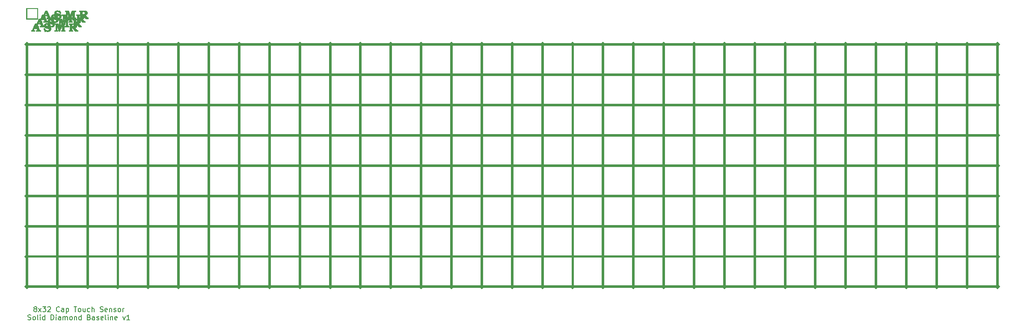
<source format=gto>
G04 #@! TF.GenerationSoftware,KiCad,Pcbnew,6.0.8+dfsg-1~bpo11+1*
G04 #@! TF.CreationDate,2023-03-24T18:59:52-04:00*
G04 #@! TF.ProjectId,captouch_sensor_baseline,63617074-6f75-4636-985f-73656e736f72,rev?*
G04 #@! TF.SameCoordinates,Original*
G04 #@! TF.FileFunction,Legend,Top*
G04 #@! TF.FilePolarity,Positive*
%FSLAX46Y46*%
G04 Gerber Fmt 4.6, Leading zero omitted, Abs format (unit mm)*
G04 Created by KiCad (PCBNEW 6.0.8+dfsg-1~bpo11+1) date 2023-03-24 18:59:52*
%MOMM*%
%LPD*%
G01*
G04 APERTURE LIST*
%ADD10C,0.150000*%
%ADD11C,0.500000*%
%ADD12C,0.010000*%
G04 APERTURE END LIST*
D10*
X64709523Y-108300952D02*
X64614285Y-108253333D01*
X64566666Y-108205714D01*
X64519047Y-108110476D01*
X64519047Y-108062857D01*
X64566666Y-107967619D01*
X64614285Y-107920000D01*
X64709523Y-107872380D01*
X64900000Y-107872380D01*
X64995238Y-107920000D01*
X65042857Y-107967619D01*
X65090476Y-108062857D01*
X65090476Y-108110476D01*
X65042857Y-108205714D01*
X64995238Y-108253333D01*
X64900000Y-108300952D01*
X64709523Y-108300952D01*
X64614285Y-108348571D01*
X64566666Y-108396190D01*
X64519047Y-108491428D01*
X64519047Y-108681904D01*
X64566666Y-108777142D01*
X64614285Y-108824761D01*
X64709523Y-108872380D01*
X64900000Y-108872380D01*
X64995238Y-108824761D01*
X65042857Y-108777142D01*
X65090476Y-108681904D01*
X65090476Y-108491428D01*
X65042857Y-108396190D01*
X64995238Y-108348571D01*
X64900000Y-108300952D01*
X65423809Y-108872380D02*
X65947619Y-108205714D01*
X65423809Y-108205714D02*
X65947619Y-108872380D01*
X66233333Y-107872380D02*
X66852380Y-107872380D01*
X66519047Y-108253333D01*
X66661904Y-108253333D01*
X66757142Y-108300952D01*
X66804761Y-108348571D01*
X66852380Y-108443809D01*
X66852380Y-108681904D01*
X66804761Y-108777142D01*
X66757142Y-108824761D01*
X66661904Y-108872380D01*
X66376190Y-108872380D01*
X66280952Y-108824761D01*
X66233333Y-108777142D01*
X67233333Y-107967619D02*
X67280952Y-107920000D01*
X67376190Y-107872380D01*
X67614285Y-107872380D01*
X67709523Y-107920000D01*
X67757142Y-107967619D01*
X67804761Y-108062857D01*
X67804761Y-108158095D01*
X67757142Y-108300952D01*
X67185714Y-108872380D01*
X67804761Y-108872380D01*
X69566666Y-108777142D02*
X69519047Y-108824761D01*
X69376190Y-108872380D01*
X69280952Y-108872380D01*
X69138095Y-108824761D01*
X69042857Y-108729523D01*
X68995238Y-108634285D01*
X68947619Y-108443809D01*
X68947619Y-108300952D01*
X68995238Y-108110476D01*
X69042857Y-108015238D01*
X69138095Y-107920000D01*
X69280952Y-107872380D01*
X69376190Y-107872380D01*
X69519047Y-107920000D01*
X69566666Y-107967619D01*
X70423809Y-108872380D02*
X70423809Y-108348571D01*
X70376190Y-108253333D01*
X70280952Y-108205714D01*
X70090476Y-108205714D01*
X69995238Y-108253333D01*
X70423809Y-108824761D02*
X70328571Y-108872380D01*
X70090476Y-108872380D01*
X69995238Y-108824761D01*
X69947619Y-108729523D01*
X69947619Y-108634285D01*
X69995238Y-108539047D01*
X70090476Y-108491428D01*
X70328571Y-108491428D01*
X70423809Y-108443809D01*
X70900000Y-108205714D02*
X70900000Y-109205714D01*
X70900000Y-108253333D02*
X70995238Y-108205714D01*
X71185714Y-108205714D01*
X71280952Y-108253333D01*
X71328571Y-108300952D01*
X71376190Y-108396190D01*
X71376190Y-108681904D01*
X71328571Y-108777142D01*
X71280952Y-108824761D01*
X71185714Y-108872380D01*
X70995238Y-108872380D01*
X70900000Y-108824761D01*
X72423809Y-107872380D02*
X72995238Y-107872380D01*
X72709523Y-108872380D02*
X72709523Y-107872380D01*
X73471428Y-108872380D02*
X73376190Y-108824761D01*
X73328571Y-108777142D01*
X73280952Y-108681904D01*
X73280952Y-108396190D01*
X73328571Y-108300952D01*
X73376190Y-108253333D01*
X73471428Y-108205714D01*
X73614285Y-108205714D01*
X73709523Y-108253333D01*
X73757142Y-108300952D01*
X73804761Y-108396190D01*
X73804761Y-108681904D01*
X73757142Y-108777142D01*
X73709523Y-108824761D01*
X73614285Y-108872380D01*
X73471428Y-108872380D01*
X74661904Y-108205714D02*
X74661904Y-108872380D01*
X74233333Y-108205714D02*
X74233333Y-108729523D01*
X74280952Y-108824761D01*
X74376190Y-108872380D01*
X74519047Y-108872380D01*
X74614285Y-108824761D01*
X74661904Y-108777142D01*
X75566666Y-108824761D02*
X75471428Y-108872380D01*
X75280952Y-108872380D01*
X75185714Y-108824761D01*
X75138095Y-108777142D01*
X75090476Y-108681904D01*
X75090476Y-108396190D01*
X75138095Y-108300952D01*
X75185714Y-108253333D01*
X75280952Y-108205714D01*
X75471428Y-108205714D01*
X75566666Y-108253333D01*
X75995238Y-108872380D02*
X75995238Y-107872380D01*
X76423809Y-108872380D02*
X76423809Y-108348571D01*
X76376190Y-108253333D01*
X76280952Y-108205714D01*
X76138095Y-108205714D01*
X76042857Y-108253333D01*
X75995238Y-108300952D01*
X77614285Y-108824761D02*
X77757142Y-108872380D01*
X77995238Y-108872380D01*
X78090476Y-108824761D01*
X78138095Y-108777142D01*
X78185714Y-108681904D01*
X78185714Y-108586666D01*
X78138095Y-108491428D01*
X78090476Y-108443809D01*
X77995238Y-108396190D01*
X77804761Y-108348571D01*
X77709523Y-108300952D01*
X77661904Y-108253333D01*
X77614285Y-108158095D01*
X77614285Y-108062857D01*
X77661904Y-107967619D01*
X77709523Y-107920000D01*
X77804761Y-107872380D01*
X78042857Y-107872380D01*
X78185714Y-107920000D01*
X78995238Y-108824761D02*
X78900000Y-108872380D01*
X78709523Y-108872380D01*
X78614285Y-108824761D01*
X78566666Y-108729523D01*
X78566666Y-108348571D01*
X78614285Y-108253333D01*
X78709523Y-108205714D01*
X78900000Y-108205714D01*
X78995238Y-108253333D01*
X79042857Y-108348571D01*
X79042857Y-108443809D01*
X78566666Y-108539047D01*
X79471428Y-108205714D02*
X79471428Y-108872380D01*
X79471428Y-108300952D02*
X79519047Y-108253333D01*
X79614285Y-108205714D01*
X79757142Y-108205714D01*
X79852380Y-108253333D01*
X79900000Y-108348571D01*
X79900000Y-108872380D01*
X80328571Y-108824761D02*
X80423809Y-108872380D01*
X80614285Y-108872380D01*
X80709523Y-108824761D01*
X80757142Y-108729523D01*
X80757142Y-108681904D01*
X80709523Y-108586666D01*
X80614285Y-108539047D01*
X80471428Y-108539047D01*
X80376190Y-108491428D01*
X80328571Y-108396190D01*
X80328571Y-108348571D01*
X80376190Y-108253333D01*
X80471428Y-108205714D01*
X80614285Y-108205714D01*
X80709523Y-108253333D01*
X81328571Y-108872380D02*
X81233333Y-108824761D01*
X81185714Y-108777142D01*
X81138095Y-108681904D01*
X81138095Y-108396190D01*
X81185714Y-108300952D01*
X81233333Y-108253333D01*
X81328571Y-108205714D01*
X81471428Y-108205714D01*
X81566666Y-108253333D01*
X81614285Y-108300952D01*
X81661904Y-108396190D01*
X81661904Y-108681904D01*
X81614285Y-108777142D01*
X81566666Y-108824761D01*
X81471428Y-108872380D01*
X81328571Y-108872380D01*
X82090476Y-108872380D02*
X82090476Y-108205714D01*
X82090476Y-108396190D02*
X82138095Y-108300952D01*
X82185714Y-108253333D01*
X82280952Y-108205714D01*
X82376190Y-108205714D01*
X63328571Y-110434761D02*
X63471428Y-110482380D01*
X63709523Y-110482380D01*
X63804761Y-110434761D01*
X63852380Y-110387142D01*
X63900000Y-110291904D01*
X63900000Y-110196666D01*
X63852380Y-110101428D01*
X63804761Y-110053809D01*
X63709523Y-110006190D01*
X63519047Y-109958571D01*
X63423809Y-109910952D01*
X63376190Y-109863333D01*
X63328571Y-109768095D01*
X63328571Y-109672857D01*
X63376190Y-109577619D01*
X63423809Y-109530000D01*
X63519047Y-109482380D01*
X63757142Y-109482380D01*
X63900000Y-109530000D01*
X64471428Y-110482380D02*
X64376190Y-110434761D01*
X64328571Y-110387142D01*
X64280952Y-110291904D01*
X64280952Y-110006190D01*
X64328571Y-109910952D01*
X64376190Y-109863333D01*
X64471428Y-109815714D01*
X64614285Y-109815714D01*
X64709523Y-109863333D01*
X64757142Y-109910952D01*
X64804761Y-110006190D01*
X64804761Y-110291904D01*
X64757142Y-110387142D01*
X64709523Y-110434761D01*
X64614285Y-110482380D01*
X64471428Y-110482380D01*
X65376190Y-110482380D02*
X65280952Y-110434761D01*
X65233333Y-110339523D01*
X65233333Y-109482380D01*
X65757142Y-110482380D02*
X65757142Y-109815714D01*
X65757142Y-109482380D02*
X65709523Y-109530000D01*
X65757142Y-109577619D01*
X65804761Y-109530000D01*
X65757142Y-109482380D01*
X65757142Y-109577619D01*
X66661904Y-110482380D02*
X66661904Y-109482380D01*
X66661904Y-110434761D02*
X66566666Y-110482380D01*
X66376190Y-110482380D01*
X66280952Y-110434761D01*
X66233333Y-110387142D01*
X66185714Y-110291904D01*
X66185714Y-110006190D01*
X66233333Y-109910952D01*
X66280952Y-109863333D01*
X66376190Y-109815714D01*
X66566666Y-109815714D01*
X66661904Y-109863333D01*
X67900000Y-110482380D02*
X67900000Y-109482380D01*
X68138095Y-109482380D01*
X68280952Y-109530000D01*
X68376190Y-109625238D01*
X68423809Y-109720476D01*
X68471428Y-109910952D01*
X68471428Y-110053809D01*
X68423809Y-110244285D01*
X68376190Y-110339523D01*
X68280952Y-110434761D01*
X68138095Y-110482380D01*
X67900000Y-110482380D01*
X68900000Y-110482380D02*
X68900000Y-109815714D01*
X68900000Y-109482380D02*
X68852380Y-109530000D01*
X68900000Y-109577619D01*
X68947619Y-109530000D01*
X68900000Y-109482380D01*
X68900000Y-109577619D01*
X69804761Y-110482380D02*
X69804761Y-109958571D01*
X69757142Y-109863333D01*
X69661904Y-109815714D01*
X69471428Y-109815714D01*
X69376190Y-109863333D01*
X69804761Y-110434761D02*
X69709523Y-110482380D01*
X69471428Y-110482380D01*
X69376190Y-110434761D01*
X69328571Y-110339523D01*
X69328571Y-110244285D01*
X69376190Y-110149047D01*
X69471428Y-110101428D01*
X69709523Y-110101428D01*
X69804761Y-110053809D01*
X70280952Y-110482380D02*
X70280952Y-109815714D01*
X70280952Y-109910952D02*
X70328571Y-109863333D01*
X70423809Y-109815714D01*
X70566666Y-109815714D01*
X70661904Y-109863333D01*
X70709523Y-109958571D01*
X70709523Y-110482380D01*
X70709523Y-109958571D02*
X70757142Y-109863333D01*
X70852380Y-109815714D01*
X70995238Y-109815714D01*
X71090476Y-109863333D01*
X71138095Y-109958571D01*
X71138095Y-110482380D01*
X71757142Y-110482380D02*
X71661904Y-110434761D01*
X71614285Y-110387142D01*
X71566666Y-110291904D01*
X71566666Y-110006190D01*
X71614285Y-109910952D01*
X71661904Y-109863333D01*
X71757142Y-109815714D01*
X71900000Y-109815714D01*
X71995238Y-109863333D01*
X72042857Y-109910952D01*
X72090476Y-110006190D01*
X72090476Y-110291904D01*
X72042857Y-110387142D01*
X71995238Y-110434761D01*
X71900000Y-110482380D01*
X71757142Y-110482380D01*
X72519047Y-109815714D02*
X72519047Y-110482380D01*
X72519047Y-109910952D02*
X72566666Y-109863333D01*
X72661904Y-109815714D01*
X72804761Y-109815714D01*
X72900000Y-109863333D01*
X72947619Y-109958571D01*
X72947619Y-110482380D01*
X73852380Y-110482380D02*
X73852380Y-109482380D01*
X73852380Y-110434761D02*
X73757142Y-110482380D01*
X73566666Y-110482380D01*
X73471428Y-110434761D01*
X73423809Y-110387142D01*
X73376190Y-110291904D01*
X73376190Y-110006190D01*
X73423809Y-109910952D01*
X73471428Y-109863333D01*
X73566666Y-109815714D01*
X73757142Y-109815714D01*
X73852380Y-109863333D01*
X75423809Y-109958571D02*
X75566666Y-110006190D01*
X75614285Y-110053809D01*
X75661904Y-110149047D01*
X75661904Y-110291904D01*
X75614285Y-110387142D01*
X75566666Y-110434761D01*
X75471428Y-110482380D01*
X75090476Y-110482380D01*
X75090476Y-109482380D01*
X75423809Y-109482380D01*
X75519047Y-109530000D01*
X75566666Y-109577619D01*
X75614285Y-109672857D01*
X75614285Y-109768095D01*
X75566666Y-109863333D01*
X75519047Y-109910952D01*
X75423809Y-109958571D01*
X75090476Y-109958571D01*
X76519047Y-110482380D02*
X76519047Y-109958571D01*
X76471428Y-109863333D01*
X76376190Y-109815714D01*
X76185714Y-109815714D01*
X76090476Y-109863333D01*
X76519047Y-110434761D02*
X76423809Y-110482380D01*
X76185714Y-110482380D01*
X76090476Y-110434761D01*
X76042857Y-110339523D01*
X76042857Y-110244285D01*
X76090476Y-110149047D01*
X76185714Y-110101428D01*
X76423809Y-110101428D01*
X76519047Y-110053809D01*
X76947619Y-110434761D02*
X77042857Y-110482380D01*
X77233333Y-110482380D01*
X77328571Y-110434761D01*
X77376190Y-110339523D01*
X77376190Y-110291904D01*
X77328571Y-110196666D01*
X77233333Y-110149047D01*
X77090476Y-110149047D01*
X76995238Y-110101428D01*
X76947619Y-110006190D01*
X76947619Y-109958571D01*
X76995238Y-109863333D01*
X77090476Y-109815714D01*
X77233333Y-109815714D01*
X77328571Y-109863333D01*
X78185714Y-110434761D02*
X78090476Y-110482380D01*
X77900000Y-110482380D01*
X77804761Y-110434761D01*
X77757142Y-110339523D01*
X77757142Y-109958571D01*
X77804761Y-109863333D01*
X77900000Y-109815714D01*
X78090476Y-109815714D01*
X78185714Y-109863333D01*
X78233333Y-109958571D01*
X78233333Y-110053809D01*
X77757142Y-110149047D01*
X78804761Y-110482380D02*
X78709523Y-110434761D01*
X78661904Y-110339523D01*
X78661904Y-109482380D01*
X79185714Y-110482380D02*
X79185714Y-109815714D01*
X79185714Y-109482380D02*
X79138095Y-109530000D01*
X79185714Y-109577619D01*
X79233333Y-109530000D01*
X79185714Y-109482380D01*
X79185714Y-109577619D01*
X79661904Y-109815714D02*
X79661904Y-110482380D01*
X79661904Y-109910952D02*
X79709523Y-109863333D01*
X79804761Y-109815714D01*
X79947619Y-109815714D01*
X80042857Y-109863333D01*
X80090476Y-109958571D01*
X80090476Y-110482380D01*
X80947619Y-110434761D02*
X80852380Y-110482380D01*
X80661904Y-110482380D01*
X80566666Y-110434761D01*
X80519047Y-110339523D01*
X80519047Y-109958571D01*
X80566666Y-109863333D01*
X80661904Y-109815714D01*
X80852380Y-109815714D01*
X80947619Y-109863333D01*
X80995238Y-109958571D01*
X80995238Y-110053809D01*
X80519047Y-110149047D01*
X82090476Y-109815714D02*
X82328571Y-110482380D01*
X82566666Y-109815714D01*
X83471428Y-110482380D02*
X82900000Y-110482380D01*
X83185714Y-110482380D02*
X83185714Y-109482380D01*
X83090476Y-109625238D01*
X82995238Y-109720476D01*
X82900000Y-109768095D01*
D11*
X207125000Y-55675000D02*
X207125000Y-104175000D01*
X189125000Y-55675000D02*
X189125000Y-104175000D01*
X219125000Y-55675000D02*
X219125000Y-104175000D01*
X69125000Y-55675000D02*
X69125000Y-104175000D01*
X195125000Y-55675000D02*
X195125000Y-104175000D01*
X153125000Y-55675000D02*
X153125000Y-104175000D01*
X62875000Y-91925000D02*
X255375000Y-91925000D01*
X147125000Y-55675000D02*
X147125000Y-104175000D01*
X111125000Y-55675000D02*
X111125000Y-104175000D01*
X105125000Y-55675000D02*
X105125000Y-104175000D01*
X255125000Y-55675000D02*
X255125000Y-104175000D01*
X225125000Y-55675000D02*
X225125000Y-104175000D01*
X141125000Y-55675000D02*
X141125000Y-104175000D01*
X213125000Y-55675000D02*
X213125000Y-104175000D01*
X93125000Y-55675000D02*
X93125000Y-104175000D01*
X62875000Y-85925000D02*
X255375000Y-85925000D01*
X123125000Y-55675000D02*
X123125000Y-104175000D01*
X62875000Y-103925000D02*
X255375000Y-103925000D01*
X62875000Y-55925000D02*
X255375000Y-55925000D01*
X135125000Y-55675000D02*
X135125000Y-104175000D01*
X62875000Y-79925000D02*
X255375000Y-79925000D01*
X81125000Y-55675000D02*
X81125000Y-104175000D01*
X62875000Y-73925000D02*
X255375000Y-73925000D01*
X171125000Y-55675000D02*
X171125000Y-104175000D01*
X159125000Y-55675000D02*
X159125000Y-104175000D01*
X62875000Y-97925000D02*
X255375000Y-97925000D01*
X87125000Y-55675000D02*
X87125000Y-104175000D01*
X117125000Y-55675000D02*
X117125000Y-104175000D01*
X183125000Y-55675000D02*
X183125000Y-104175000D01*
X237125000Y-55675000D02*
X237125000Y-104175000D01*
X99125000Y-55675000D02*
X99125000Y-104175000D01*
X165125000Y-55675000D02*
X165125000Y-104175000D01*
X129125000Y-55675000D02*
X129125000Y-104175000D01*
X62875000Y-61925000D02*
X255375000Y-61925000D01*
X75125000Y-55675000D02*
X75125000Y-104175000D01*
X62875000Y-67925000D02*
X255375000Y-67925000D01*
X177125000Y-55675000D02*
X177125000Y-104175000D01*
X243125000Y-55675000D02*
X243125000Y-104175000D01*
X201125000Y-55675000D02*
X201125000Y-104175000D01*
X249125000Y-55675000D02*
X249125000Y-104175000D01*
X231125000Y-55675000D02*
X231125000Y-104175000D01*
X63125000Y-55675000D02*
X63125000Y-104175000D01*
G36*
X67235302Y-51115591D02*
G01*
X67261199Y-51066058D01*
X67284275Y-51031010D01*
X67299439Y-51011955D01*
X67318729Y-50990751D01*
X67340650Y-50968827D01*
X67363705Y-50947615D01*
X67386398Y-50928546D01*
X67407233Y-50913050D01*
X67408495Y-50912196D01*
X67458272Y-50882476D01*
X67512501Y-50857083D01*
X67570322Y-50836313D01*
X67630877Y-50820467D01*
X67693304Y-50809842D01*
X67708005Y-50808151D01*
X67728515Y-50806626D01*
X67753379Y-50805761D01*
X67781108Y-50805518D01*
X67810212Y-50805859D01*
X67839204Y-50806748D01*
X67866593Y-50808148D01*
X67890891Y-50810022D01*
X67910610Y-50812332D01*
X67916787Y-50813352D01*
X67968135Y-50824263D01*
X68016567Y-50837362D01*
X68061290Y-50852363D01*
X68101510Y-50868981D01*
X68136436Y-50886932D01*
X68156152Y-50899338D01*
X68163002Y-50903087D01*
X68167426Y-50903775D01*
X68167702Y-50903583D01*
X68169721Y-50899713D01*
X68173433Y-50891006D01*
X68178248Y-50878886D01*
X68181988Y-50869058D01*
X68183963Y-50863776D01*
X68348435Y-50863776D01*
X68349449Y-50867712D01*
X68352353Y-50877297D01*
X68356940Y-50891906D01*
X68363006Y-50910911D01*
X68370342Y-50933688D01*
X68378744Y-50959609D01*
X68388005Y-50988049D01*
X68397918Y-51018381D01*
X68408278Y-51049980D01*
X68418878Y-51082219D01*
X68429513Y-51114471D01*
X68439975Y-51146112D01*
X68450059Y-51176514D01*
X68459559Y-51205052D01*
X68468268Y-51231099D01*
X68475979Y-51254030D01*
X68482488Y-51273217D01*
X68487587Y-51288035D01*
X68491071Y-51297858D01*
X68492733Y-51302060D01*
X68492812Y-51302166D01*
X68498298Y-51304209D01*
X68508955Y-51306927D01*
X68523353Y-51310048D01*
X68540065Y-51313297D01*
X68557662Y-51316401D01*
X68574718Y-51319085D01*
X68589804Y-51321076D01*
X68593403Y-51321464D01*
X68619225Y-51323047D01*
X68648376Y-51323148D01*
X68678446Y-51321876D01*
X68707027Y-51319337D01*
X68731709Y-51315641D01*
X68734188Y-51315146D01*
X68775727Y-51304125D01*
X68813386Y-51289112D01*
X68846784Y-51270431D01*
X68875543Y-51248403D01*
X68899282Y-51223350D01*
X68917622Y-51195594D01*
X68930184Y-51165456D01*
X68935057Y-51144824D01*
X68937795Y-51116384D01*
X68935725Y-51090851D01*
X68928603Y-51067933D01*
X68916183Y-51047339D01*
X68898217Y-51028779D01*
X68874461Y-51011962D01*
X68844668Y-50996597D01*
X68808593Y-50982394D01*
X68793220Y-50977252D01*
X68784376Y-50974619D01*
X68770336Y-50970702D01*
X68751732Y-50965661D01*
X68729196Y-50959657D01*
X68703360Y-50952853D01*
X68674856Y-50945409D01*
X68644316Y-50937486D01*
X68612371Y-50929245D01*
X68579654Y-50920849D01*
X68546796Y-50912457D01*
X68514430Y-50904232D01*
X68483187Y-50896334D01*
X68453699Y-50888925D01*
X68426599Y-50882165D01*
X68402517Y-50876217D01*
X68382086Y-50871241D01*
X68365938Y-50867398D01*
X68354705Y-50864850D01*
X68349018Y-50863759D01*
X68348435Y-50863776D01*
X68183963Y-50863776D01*
X68194082Y-50836724D01*
X68218766Y-50835627D01*
X68243449Y-50834529D01*
X68203454Y-50820377D01*
X68150458Y-50799109D01*
X68103189Y-50774742D01*
X68061347Y-50747027D01*
X68024633Y-50715717D01*
X67992749Y-50680562D01*
X67965394Y-50641314D01*
X67946632Y-50606927D01*
X67927587Y-50560467D01*
X67914169Y-50511289D01*
X67906349Y-50460202D01*
X67904100Y-50408015D01*
X67907391Y-50355536D01*
X67916195Y-50303574D01*
X67919048Y-50293462D01*
X68270112Y-50293462D01*
X68270433Y-50309479D01*
X68271663Y-50321128D01*
X68274199Y-50330689D01*
X68278287Y-50340122D01*
X68289452Y-50357974D01*
X68304888Y-50374346D01*
X68324949Y-50389417D01*
X68349990Y-50403366D01*
X68380367Y-50416372D01*
X68416434Y-50428615D01*
X68458547Y-50440273D01*
X68493348Y-50448525D01*
X68516420Y-50453632D01*
X68533774Y-50457338D01*
X68546178Y-50459767D01*
X68554401Y-50461048D01*
X68559212Y-50461306D01*
X68561382Y-50460669D01*
X68561741Y-50459778D01*
X68560749Y-50456406D01*
X68557953Y-50447524D01*
X68553621Y-50433958D01*
X68548021Y-50416535D01*
X68541421Y-50396079D01*
X68534090Y-50373417D01*
X68526296Y-50349375D01*
X68518307Y-50324778D01*
X68510391Y-50300453D01*
X68502817Y-50277224D01*
X68495853Y-50255918D01*
X68489767Y-50237361D01*
X68484827Y-50222379D01*
X68481301Y-50211796D01*
X68479459Y-50206440D01*
X68479407Y-50206301D01*
X68482025Y-50203995D01*
X68490708Y-50199941D01*
X68505126Y-50194269D01*
X68524948Y-50187107D01*
X68549843Y-50178584D01*
X68556425Y-50176387D01*
X68577816Y-50169162D01*
X68596795Y-50162529D01*
X68611268Y-50157255D01*
X68665060Y-50157255D01*
X68666907Y-50162211D01*
X68672073Y-50171742D01*
X68680000Y-50185001D01*
X68690126Y-50201144D01*
X68701893Y-50219323D01*
X68714740Y-50238693D01*
X68728108Y-50258408D01*
X68741436Y-50277623D01*
X68754166Y-50295491D01*
X68765736Y-50311167D01*
X68773965Y-50321792D01*
X68819604Y-50374111D01*
X68868143Y-50420479D01*
X68919537Y-50460866D01*
X68973740Y-50495243D01*
X69030708Y-50523581D01*
X69090395Y-50545849D01*
X69141927Y-50559693D01*
X69190720Y-50568367D01*
X69239864Y-50572822D01*
X69287816Y-50573018D01*
X69333035Y-50568915D01*
X69354106Y-50565245D01*
X69395646Y-50554223D01*
X69433305Y-50539211D01*
X69466703Y-50520530D01*
X69495461Y-50498502D01*
X69519201Y-50473449D01*
X69537541Y-50445692D01*
X69550103Y-50415555D01*
X69554976Y-50394922D01*
X69557707Y-50366415D01*
X69555600Y-50340816D01*
X69548412Y-50317839D01*
X69535903Y-50297198D01*
X69517830Y-50278607D01*
X69493951Y-50261781D01*
X69464026Y-50246433D01*
X69427812Y-50232279D01*
X69413295Y-50227455D01*
X69402541Y-50224215D01*
X69387123Y-50219843D01*
X69367830Y-50214541D01*
X69345454Y-50208513D01*
X69320786Y-50201963D01*
X69294615Y-50195094D01*
X69267733Y-50188108D01*
X69240930Y-50181211D01*
X69214996Y-50174605D01*
X69190723Y-50168493D01*
X69168901Y-50163079D01*
X69150320Y-50158566D01*
X69135771Y-50155158D01*
X69126046Y-50153059D01*
X69121933Y-50152471D01*
X69121893Y-50152483D01*
X69122357Y-50155760D01*
X69124700Y-50164691D01*
X69128718Y-50178599D01*
X69134206Y-50196807D01*
X69140958Y-50218637D01*
X69148770Y-50243414D01*
X69157436Y-50270458D01*
X69160562Y-50280117D01*
X69169541Y-50307831D01*
X69177840Y-50333533D01*
X69185242Y-50356540D01*
X69191527Y-50376169D01*
X69196478Y-50391737D01*
X69199875Y-50402562D01*
X69201500Y-50407959D01*
X69201610Y-50408434D01*
X69198629Y-50409972D01*
X69190370Y-50413416D01*
X69177818Y-50418398D01*
X69161960Y-50424546D01*
X69143782Y-50431491D01*
X69124271Y-50438863D01*
X69104413Y-50446293D01*
X69085194Y-50453410D01*
X69067601Y-50459844D01*
X69052620Y-50465226D01*
X69041237Y-50469186D01*
X69034439Y-50471354D01*
X69033034Y-50471649D01*
X69030103Y-50469059D01*
X69024028Y-50462000D01*
X69015568Y-50451411D01*
X69005481Y-50438227D01*
X69000016Y-50430888D01*
X68976656Y-50399587D01*
X68956084Y-50372847D01*
X68937447Y-50349645D01*
X68919891Y-50328959D01*
X68902565Y-50309766D01*
X68884616Y-50291044D01*
X68876970Y-50283358D01*
X68848955Y-50256909D01*
X68822012Y-50234811D01*
X68794043Y-50215550D01*
X68762953Y-50197614D01*
X68746365Y-50189060D01*
X68731161Y-50181765D01*
X68715250Y-50174651D01*
X68699776Y-50168163D01*
X68685879Y-50162749D01*
X68674704Y-50158855D01*
X68667393Y-50156929D01*
X68665060Y-50157255D01*
X68611268Y-50157255D01*
X68612542Y-50156791D01*
X68624241Y-50152254D01*
X68631070Y-50149222D01*
X68632479Y-50148085D01*
X68626811Y-50145605D01*
X68615404Y-50142870D01*
X68599174Y-50140042D01*
X68579033Y-50137284D01*
X68558911Y-50135053D01*
X68517848Y-50133151D01*
X68477145Y-50135457D01*
X68437745Y-50141711D01*
X68400589Y-50151654D01*
X68366618Y-50165029D01*
X68336774Y-50181575D01*
X68311998Y-50201035D01*
X68309282Y-50203682D01*
X68292300Y-50222566D01*
X68280680Y-50240548D01*
X68273664Y-50259366D01*
X68270493Y-50280757D01*
X68270112Y-50293462D01*
X67919048Y-50293462D01*
X67930483Y-50252938D01*
X67950225Y-50204438D01*
X67961754Y-50181929D01*
X67984088Y-50146248D01*
X68011548Y-50110480D01*
X68042776Y-50076094D01*
X68076415Y-50044559D01*
X68111109Y-50017343D01*
X68118402Y-50012314D01*
X68165763Y-49983932D01*
X68217639Y-49959207D01*
X68272631Y-49938714D01*
X68329343Y-49923033D01*
X68340103Y-49920665D01*
X68372796Y-49914442D01*
X68404372Y-49909958D01*
X68436601Y-49907072D01*
X68471252Y-49905641D01*
X68510095Y-49905521D01*
X68524743Y-49905757D01*
X68594175Y-49907159D01*
X68584630Y-49891646D01*
X68564420Y-49853532D01*
X68547783Y-49811281D01*
X68535281Y-49766707D01*
X68527480Y-49721621D01*
X68525682Y-49702115D01*
X68524708Y-49643073D01*
X68529785Y-49586743D01*
X68540969Y-49532927D01*
X68558314Y-49481426D01*
X68581874Y-49432044D01*
X68611704Y-49384583D01*
X68614100Y-49381227D01*
X68629265Y-49362172D01*
X68648555Y-49340967D01*
X68670476Y-49319043D01*
X68693530Y-49297831D01*
X68716223Y-49278762D01*
X68737059Y-49263267D01*
X68738321Y-49262412D01*
X68788098Y-49232693D01*
X68842326Y-49207299D01*
X68900148Y-49186530D01*
X68960702Y-49170683D01*
X69023130Y-49160059D01*
X69037830Y-49158367D01*
X69058340Y-49156843D01*
X69083204Y-49155978D01*
X69110933Y-49155734D01*
X69140038Y-49156076D01*
X69169029Y-49156965D01*
X69196418Y-49158365D01*
X69220717Y-49160238D01*
X69240435Y-49162548D01*
X69246613Y-49163568D01*
X69297961Y-49174480D01*
X69346393Y-49187578D01*
X69391115Y-49202579D01*
X69431336Y-49219197D01*
X69466261Y-49237148D01*
X69485978Y-49249554D01*
X69492828Y-49253304D01*
X69497252Y-49253992D01*
X69497527Y-49253800D01*
X69499547Y-49249930D01*
X69503262Y-49241224D01*
X69508081Y-49229105D01*
X69511825Y-49219274D01*
X69523930Y-49186940D01*
X69669100Y-49186940D01*
X69745337Y-49421818D01*
X69757668Y-49459832D01*
X69769379Y-49495985D01*
X69780311Y-49529779D01*
X69790302Y-49560716D01*
X69799193Y-49588297D01*
X69806823Y-49612026D01*
X69813032Y-49631404D01*
X69817659Y-49645934D01*
X69820545Y-49655117D01*
X69821529Y-49658454D01*
X69818548Y-49660005D01*
X69810289Y-49663462D01*
X69797738Y-49668457D01*
X69781881Y-49674618D01*
X69763704Y-49681574D01*
X69744193Y-49688957D01*
X69724335Y-49696395D01*
X69705116Y-49703518D01*
X69687522Y-49709956D01*
X69672540Y-49715339D01*
X69661155Y-49719296D01*
X69654355Y-49721457D01*
X69652953Y-49721748D01*
X69650021Y-49719157D01*
X69643946Y-49712099D01*
X69635486Y-49701509D01*
X69625400Y-49688325D01*
X69619935Y-49680986D01*
X69582724Y-49632005D01*
X69547859Y-49589089D01*
X69515221Y-49552110D01*
X69484691Y-49520941D01*
X69456150Y-49495454D01*
X69429480Y-49475520D01*
X69427943Y-49474502D01*
X69379881Y-49446062D01*
X69330453Y-49422835D01*
X69280220Y-49404895D01*
X69229743Y-49392311D01*
X69179580Y-49385156D01*
X69130294Y-49383502D01*
X69082445Y-49387419D01*
X69036592Y-49396979D01*
X68993297Y-49412254D01*
X68981773Y-49417534D01*
X68953574Y-49433836D01*
X68929524Y-49453245D01*
X68910492Y-49474954D01*
X68899117Y-49494171D01*
X68894502Y-49505038D01*
X68891750Y-49514954D01*
X68890411Y-49526372D01*
X68890033Y-49541746D01*
X68890031Y-49543560D01*
X68890352Y-49559577D01*
X68891581Y-49571226D01*
X68894118Y-49580787D01*
X68898205Y-49590221D01*
X68908210Y-49606733D01*
X68921547Y-49621824D01*
X68938650Y-49635704D01*
X68959953Y-49648583D01*
X68985890Y-49660672D01*
X69016896Y-49672181D01*
X69053404Y-49683321D01*
X69095849Y-49694303D01*
X69128046Y-49701726D01*
X69159769Y-49708977D01*
X69195669Y-49717580D01*
X69234862Y-49727298D01*
X69276464Y-49737891D01*
X69319593Y-49749119D01*
X69363364Y-49760743D01*
X69406894Y-49772524D01*
X69449300Y-49784223D01*
X69489698Y-49795600D01*
X69527204Y-49806417D01*
X69560935Y-49816433D01*
X69590008Y-49825410D01*
X69613538Y-49833108D01*
X69614936Y-49833587D01*
X69669568Y-49854891D01*
X69718437Y-49879345D01*
X69761713Y-49907062D01*
X69799568Y-49938156D01*
X69832173Y-49972743D01*
X69841852Y-49984999D01*
X69854701Y-50004084D01*
X69868087Y-50027516D01*
X69880962Y-50053166D01*
X69892279Y-50078906D01*
X69900990Y-50102608D01*
X69903016Y-50109270D01*
X69914396Y-50160512D01*
X69920253Y-50214137D01*
X69920611Y-50268830D01*
X69915495Y-50323278D01*
X69904929Y-50376167D01*
X69897605Y-50401632D01*
X69876833Y-50455941D01*
X69850362Y-50507074D01*
X69818457Y-50554834D01*
X69781381Y-50599027D01*
X69739399Y-50639456D01*
X69692774Y-50675925D01*
X69641771Y-50708238D01*
X69586654Y-50736198D01*
X69527687Y-50759611D01*
X69465133Y-50778280D01*
X69399258Y-50792008D01*
X69365095Y-50796966D01*
X69345457Y-50799020D01*
X69324053Y-50800629D01*
X69304135Y-50801573D01*
X69294735Y-50801729D01*
X69262576Y-50801729D01*
X69273562Y-50830977D01*
X69283025Y-50858362D01*
X69290068Y-50884346D01*
X69294968Y-50910657D01*
X69298004Y-50939024D01*
X69299453Y-50971176D01*
X69299677Y-50993370D01*
X69299234Y-51026648D01*
X69297736Y-51055086D01*
X69294935Y-51080463D01*
X69290585Y-51104554D01*
X69284439Y-51129137D01*
X69277709Y-51151461D01*
X69256931Y-51205791D01*
X69230455Y-51256942D01*
X69198545Y-51304717D01*
X69161466Y-51348921D01*
X69119481Y-51389358D01*
X69072853Y-51425833D01*
X69021845Y-51458149D01*
X68966722Y-51486111D01*
X68907746Y-51509524D01*
X68845182Y-51528191D01*
X68779292Y-51541918D01*
X68745177Y-51546868D01*
X68723837Y-51548875D01*
X68697643Y-51550323D01*
X68668382Y-51551201D01*
X68637843Y-51551498D01*
X68607815Y-51551203D01*
X68580086Y-51550304D01*
X68556444Y-51548791D01*
X68549111Y-51548075D01*
X68499549Y-51540986D01*
X68449815Y-51530754D01*
X68401094Y-51517760D01*
X68354569Y-51502384D01*
X68311428Y-51485005D01*
X68272852Y-51466005D01*
X68248833Y-51451704D01*
X68238410Y-51445455D01*
X68230111Y-51441445D01*
X68225457Y-51440389D01*
X68225099Y-51440594D01*
X68222543Y-51445660D01*
X68220576Y-51452116D01*
X68220004Y-51455332D01*
X68220554Y-51457996D01*
X68223064Y-51460541D01*
X68228369Y-51463399D01*
X68237307Y-51467000D01*
X68250714Y-51471779D01*
X68269426Y-51478165D01*
X68274059Y-51479734D01*
X68326582Y-51499402D01*
X68373135Y-51520915D01*
X68414239Y-51544615D01*
X68450418Y-51570842D01*
X68482195Y-51599936D01*
X68510091Y-51632239D01*
X68512027Y-51634782D01*
X68524598Y-51653438D01*
X68537794Y-51676445D01*
X68550574Y-51701699D01*
X68561897Y-51727096D01*
X68570723Y-51750535D01*
X68573141Y-51758270D01*
X68581383Y-51786599D01*
X68581561Y-51745771D01*
X68581738Y-51704943D01*
X69311332Y-51704943D01*
X69346270Y-51812429D01*
X69355598Y-51841139D01*
X69366471Y-51874623D01*
X69378382Y-51911316D01*
X69390820Y-51949649D01*
X69403279Y-51988056D01*
X69415249Y-52024971D01*
X69424913Y-52054784D01*
X69434223Y-52083427D01*
X69442940Y-52110076D01*
X69450844Y-52134069D01*
X69457713Y-52154743D01*
X69463326Y-52171436D01*
X69467463Y-52183483D01*
X69469903Y-52190223D01*
X69470447Y-52191433D01*
X69473424Y-52190096D01*
X69479420Y-52184861D01*
X69486693Y-52177339D01*
X69497262Y-52163571D01*
X69505087Y-52147950D01*
X69510815Y-52128853D01*
X69514824Y-52106557D01*
X69515321Y-52099653D01*
X69515782Y-52086278D01*
X69516206Y-52066626D01*
X69516592Y-52040891D01*
X69516939Y-52009270D01*
X69517245Y-51971955D01*
X69517509Y-51929141D01*
X69517729Y-51881023D01*
X69517905Y-51827796D01*
X69518034Y-51769654D01*
X69518116Y-51706791D01*
X69518149Y-51639402D01*
X69518150Y-51628287D01*
X69518125Y-51560196D01*
X69518051Y-51496601D01*
X69517929Y-51437695D01*
X69517760Y-51383674D01*
X69517547Y-51334731D01*
X69517290Y-51291061D01*
X69516990Y-51252859D01*
X69516650Y-51220320D01*
X69516599Y-51216674D01*
X69748729Y-51216674D01*
X69749532Y-51659949D01*
X69749648Y-51725204D01*
X69749758Y-51784137D01*
X69749875Y-51837096D01*
X69750014Y-51884425D01*
X69750188Y-51926469D01*
X69750411Y-51963573D01*
X69750698Y-51996083D01*
X69751061Y-52024345D01*
X69751516Y-52048702D01*
X69752075Y-52069501D01*
X69752753Y-52087087D01*
X69753564Y-52101805D01*
X69754521Y-52114001D01*
X69755639Y-52124019D01*
X69756932Y-52132205D01*
X69758413Y-52138904D01*
X69760096Y-52144461D01*
X69761995Y-52149223D01*
X69764124Y-52153532D01*
X69766497Y-52157737D01*
X69769129Y-52162180D01*
X69769818Y-52163351D01*
X69775848Y-52172091D01*
X69783256Y-52180784D01*
X69790451Y-52187765D01*
X69795844Y-52191368D01*
X69796750Y-52191546D01*
X69797937Y-52188471D01*
X69801049Y-52179594D01*
X69805908Y-52165439D01*
X69812339Y-52146532D01*
X69820163Y-52123395D01*
X69829204Y-52096554D01*
X69839284Y-52066532D01*
X69850227Y-52033853D01*
X69861855Y-51999042D01*
X69866494Y-51985131D01*
X69935299Y-51778716D01*
X69851288Y-51525632D01*
X70265485Y-51525632D01*
X70265521Y-51525800D01*
X70266869Y-51529963D01*
X70269976Y-51539612D01*
X70274565Y-51553885D01*
X70280360Y-51571922D01*
X70287082Y-51592859D01*
X70294457Y-51615838D01*
X70294976Y-51617455D01*
X70323046Y-51704943D01*
X70399908Y-51704943D01*
X70430415Y-51613289D01*
X70460922Y-51521634D01*
X70362529Y-51521634D01*
X70333241Y-51521691D01*
X70310047Y-51521879D01*
X70292375Y-51522221D01*
X70279654Y-51522743D01*
X70271312Y-51523470D01*
X70266780Y-51524424D01*
X70265485Y-51525632D01*
X69851288Y-51525632D01*
X69748729Y-51216674D01*
X69516599Y-51216674D01*
X69516270Y-51193637D01*
X69515852Y-51173005D01*
X69515396Y-51158619D01*
X69514905Y-51150673D01*
X69514824Y-51150016D01*
X69510425Y-51126053D01*
X69504518Y-51107116D01*
X69496495Y-51091626D01*
X69487985Y-51080475D01*
X69472536Y-51066789D01*
X69452012Y-51055239D01*
X69426084Y-51045708D01*
X69394425Y-51038083D01*
X69356708Y-51032248D01*
X69347471Y-51031183D01*
X69311642Y-51027279D01*
X69311642Y-50835057D01*
X70041208Y-50835057D01*
X70077763Y-50947543D01*
X70088491Y-50980571D01*
X70100539Y-51017683D01*
X70113245Y-51056846D01*
X70125950Y-51096025D01*
X70137995Y-51133186D01*
X70148719Y-51166294D01*
X70149923Y-51170014D01*
X70158339Y-51195866D01*
X70166193Y-51219713D01*
X70173230Y-51240807D01*
X70179199Y-51258404D01*
X70183848Y-51271757D01*
X70186923Y-51280120D01*
X70188094Y-51282731D01*
X70191621Y-51282329D01*
X70197117Y-51277383D01*
X70203527Y-51269293D01*
X70209798Y-51259456D01*
X70214876Y-51249270D01*
X70216439Y-51245109D01*
X70219554Y-51233641D01*
X70222657Y-51219024D01*
X70224731Y-51206675D01*
X70225227Y-51199771D01*
X70225688Y-51186396D01*
X70226113Y-51166744D01*
X70226499Y-51141010D01*
X70226846Y-51109388D01*
X70227152Y-51072073D01*
X70227416Y-51029259D01*
X70227636Y-50981141D01*
X70227812Y-50927914D01*
X70227941Y-50869772D01*
X70228023Y-50806909D01*
X70228032Y-50788461D01*
X70458527Y-50788461D01*
X70458568Y-50843012D01*
X70458658Y-50894997D01*
X70458795Y-50944022D01*
X70458977Y-50989692D01*
X70459201Y-51031614D01*
X70459464Y-51069393D01*
X70459764Y-51102635D01*
X70460099Y-51130946D01*
X70460465Y-51153932D01*
X70460860Y-51171198D01*
X70461282Y-51182350D01*
X70461458Y-51185012D01*
X70464852Y-51214662D01*
X70469846Y-51238651D01*
X70476856Y-51257874D01*
X70486297Y-51273228D01*
X70498583Y-51285610D01*
X70512270Y-51294871D01*
X70521805Y-51300196D01*
X70528837Y-51303855D01*
X70531515Y-51304965D01*
X70532843Y-51301897D01*
X70536078Y-51293049D01*
X70541033Y-51278967D01*
X70547522Y-51260199D01*
X70555357Y-51237291D01*
X70564350Y-51210790D01*
X70574315Y-51181245D01*
X70585064Y-51149202D01*
X70596332Y-51115445D01*
X70659450Y-50925894D01*
X70648745Y-50891308D01*
X70646053Y-50882842D01*
X70641435Y-50868591D01*
X70635070Y-50849094D01*
X70627134Y-50824892D01*
X70617806Y-50796524D01*
X70609637Y-50771732D01*
X71022010Y-50771732D01*
X71032439Y-50803395D01*
X71042868Y-50835057D01*
X71099954Y-50835057D01*
X71110383Y-50803395D01*
X71120813Y-50771732D01*
X71022010Y-50771732D01*
X70609637Y-50771732D01*
X70607263Y-50764531D01*
X70595683Y-50729452D01*
X70583245Y-50691826D01*
X70570125Y-50652195D01*
X70556502Y-50611097D01*
X70548425Y-50586757D01*
X70458812Y-50316792D01*
X70458538Y-50731738D01*
X70458527Y-50788461D01*
X70228032Y-50788461D01*
X70228056Y-50739520D01*
X70228056Y-50728405D01*
X70228031Y-50660314D01*
X70227957Y-50596719D01*
X70227835Y-50537813D01*
X70227667Y-50483792D01*
X70227454Y-50434849D01*
X70227197Y-50391179D01*
X70226897Y-50352977D01*
X70226557Y-50320438D01*
X70226177Y-50293755D01*
X70225758Y-50273123D01*
X70225303Y-50258737D01*
X70224812Y-50250791D01*
X70224731Y-50250134D01*
X70220331Y-50226171D01*
X70214425Y-50207234D01*
X70206401Y-50191744D01*
X70197892Y-50180593D01*
X70182443Y-50166907D01*
X70161918Y-50155357D01*
X70135990Y-50145826D01*
X70104332Y-50138201D01*
X70066615Y-50132366D01*
X70057378Y-50131301D01*
X70021549Y-50127397D01*
X70021549Y-49935176D01*
X70751115Y-49935176D01*
X70788143Y-50049327D01*
X70797239Y-50077335D01*
X70806181Y-50104805D01*
X70814639Y-50130727D01*
X70822282Y-50154088D01*
X70828780Y-50173879D01*
X70833801Y-50189087D01*
X70836375Y-50196808D01*
X70847581Y-50230137D01*
X70847687Y-50038586D01*
X71078451Y-50038586D01*
X71078491Y-50093158D01*
X71078581Y-50145159D01*
X71078718Y-50194194D01*
X71078899Y-50239870D01*
X71079122Y-50281794D01*
X71079385Y-50319570D01*
X71079684Y-50352806D01*
X71080018Y-50381108D01*
X71080384Y-50404082D01*
X71080780Y-50421334D01*
X71081202Y-50432470D01*
X71081377Y-50435110D01*
X71084820Y-50464977D01*
X71089908Y-50489158D01*
X71097027Y-50508515D01*
X71106563Y-50523907D01*
X71118902Y-50536196D01*
X71130183Y-50543867D01*
X71142281Y-50550162D01*
X71156190Y-50556222D01*
X71169734Y-50561210D01*
X71180739Y-50564289D01*
X71184768Y-50564859D01*
X71186548Y-50563161D01*
X71189389Y-50557719D01*
X71193413Y-50548192D01*
X71198744Y-50534242D01*
X71205506Y-50515526D01*
X71213824Y-50491704D01*
X71223821Y-50462437D01*
X71235620Y-50427383D01*
X71244621Y-50400418D01*
X71299437Y-50235743D01*
X71273696Y-50156284D01*
X71268463Y-50140209D01*
X71261354Y-50118497D01*
X71252597Y-50091838D01*
X71242419Y-50060920D01*
X71231048Y-50026433D01*
X71218710Y-49989064D01*
X71205634Y-49949503D01*
X71192046Y-49908438D01*
X71178174Y-49866559D01*
X71164245Y-49824555D01*
X71163350Y-49821857D01*
X71078745Y-49566891D01*
X71078464Y-49981836D01*
X71078451Y-50038586D01*
X70847687Y-50038586D01*
X70847778Y-49876850D01*
X70847778Y-49818139D01*
X70847713Y-49763524D01*
X70847584Y-49713265D01*
X70847394Y-49667626D01*
X70847145Y-49626870D01*
X70846839Y-49591258D01*
X70846478Y-49561053D01*
X70846065Y-49536517D01*
X70845601Y-49517914D01*
X70845090Y-49505504D01*
X70844650Y-49500233D01*
X70840250Y-49476270D01*
X70834343Y-49457332D01*
X70826320Y-49441842D01*
X70817811Y-49430692D01*
X70802362Y-49417006D01*
X70781837Y-49405455D01*
X70755909Y-49395925D01*
X70724250Y-49388299D01*
X70686534Y-49382465D01*
X70677296Y-49381400D01*
X70641468Y-49377495D01*
X70641468Y-49185274D01*
X71371158Y-49185274D01*
X71400088Y-49274429D01*
X71405573Y-49291336D01*
X71412898Y-49313929D01*
X71421852Y-49341555D01*
X71432223Y-49373556D01*
X71443799Y-49409280D01*
X71456367Y-49448070D01*
X71469715Y-49489271D01*
X71483631Y-49532229D01*
X71497903Y-49576289D01*
X71512318Y-49620795D01*
X71521305Y-49648547D01*
X71613591Y-49933509D01*
X71769653Y-49935291D01*
X71894620Y-49560282D01*
X72019587Y-49185274D01*
X72751191Y-49185274D01*
X72751191Y-49377905D01*
X72727027Y-49380177D01*
X72705829Y-49382783D01*
X72682582Y-49386651D01*
X72659366Y-49391355D01*
X72638260Y-49396467D01*
X72621342Y-49401557D01*
X72618883Y-49402445D01*
X72600582Y-49411814D01*
X72583470Y-49425101D01*
X72569658Y-49440490D01*
X72564051Y-49449547D01*
X72561866Y-49453881D01*
X72559886Y-49458117D01*
X72558103Y-49462592D01*
X72556506Y-49467640D01*
X72555085Y-49473597D01*
X72553829Y-49480797D01*
X72552728Y-49489576D01*
X72551772Y-49500269D01*
X72550951Y-49513211D01*
X72550255Y-49528737D01*
X72549673Y-49547181D01*
X72549195Y-49568881D01*
X72548811Y-49594169D01*
X72548510Y-49623382D01*
X72548283Y-49656855D01*
X72548118Y-49694923D01*
X72548007Y-49737920D01*
X72547938Y-49786182D01*
X72547901Y-49840045D01*
X72547887Y-49899842D01*
X72547884Y-49965910D01*
X72547884Y-49978503D01*
X72547886Y-50045736D01*
X72547897Y-50106639D01*
X72547929Y-50161545D01*
X72547991Y-50210792D01*
X72548095Y-50254713D01*
X72548249Y-50293643D01*
X72548464Y-50327919D01*
X72548751Y-50357875D01*
X72549119Y-50383845D01*
X72549580Y-50406166D01*
X72550142Y-50425173D01*
X72550817Y-50441200D01*
X72551615Y-50454582D01*
X72552545Y-50465655D01*
X72553619Y-50474754D01*
X72554846Y-50482214D01*
X72556237Y-50488370D01*
X72557802Y-50493557D01*
X72559551Y-50498110D01*
X72561494Y-50502365D01*
X72563642Y-50506656D01*
X72564051Y-50507459D01*
X72575244Y-50523515D01*
X72591070Y-50538376D01*
X72609520Y-50550328D01*
X72619812Y-50554950D01*
X72636516Y-50560237D01*
X72657840Y-50565499D01*
X72681747Y-50570321D01*
X72706202Y-50574290D01*
X72727027Y-50576792D01*
X72751191Y-50579101D01*
X72751191Y-50771732D01*
X71931298Y-50771732D01*
X71931298Y-50579201D01*
X71953795Y-50576947D01*
X71993899Y-50571942D01*
X72027897Y-50565459D01*
X72056229Y-50557277D01*
X72079336Y-50547176D01*
X72097656Y-50534935D01*
X72111632Y-50520333D01*
X72121702Y-50503149D01*
X72126392Y-50490391D01*
X72128021Y-50484305D01*
X72129492Y-50477307D01*
X72130810Y-50469048D01*
X72131984Y-50459182D01*
X72133023Y-50447361D01*
X72133933Y-50433238D01*
X72134722Y-50416466D01*
X72135399Y-50396697D01*
X72135972Y-50373584D01*
X72136447Y-50346781D01*
X72136833Y-50315938D01*
X72137138Y-50280711D01*
X72137369Y-50240750D01*
X72137535Y-50195709D01*
X72137643Y-50145241D01*
X72137700Y-50088998D01*
X72137716Y-50026632D01*
X72137709Y-49988502D01*
X72137586Y-49580222D01*
X72077871Y-49755199D01*
X72066739Y-49787856D01*
X72056278Y-49818619D01*
X72046683Y-49846912D01*
X72038148Y-49872156D01*
X72030868Y-49893774D01*
X72025037Y-49911189D01*
X72020850Y-49923823D01*
X72018502Y-49931098D01*
X72018055Y-49932676D01*
X72021173Y-49933496D01*
X72029877Y-49934203D01*
X72043087Y-49934750D01*
X72059724Y-49935087D01*
X72074613Y-49935176D01*
X72131272Y-49935176D01*
X72131272Y-50127807D01*
X72107109Y-50130078D01*
X72085910Y-50132684D01*
X72062663Y-50136553D01*
X72039447Y-50141257D01*
X72018341Y-50146368D01*
X72001423Y-50151458D01*
X71998964Y-50152346D01*
X71980663Y-50161716D01*
X71963551Y-50175002D01*
X71949740Y-50190391D01*
X71944133Y-50199449D01*
X71941947Y-50203782D01*
X71939968Y-50208019D01*
X71938184Y-50212494D01*
X71936587Y-50217542D01*
X71935166Y-50223499D01*
X71933910Y-50230699D01*
X71932809Y-50239478D01*
X71931854Y-50250171D01*
X71931033Y-50263112D01*
X71930336Y-50278638D01*
X71929754Y-50297083D01*
X71929276Y-50318782D01*
X71928892Y-50344071D01*
X71928591Y-50373284D01*
X71928364Y-50406757D01*
X71928200Y-50444824D01*
X71928088Y-50487822D01*
X71928019Y-50536084D01*
X71927983Y-50589946D01*
X71927968Y-50649744D01*
X71927965Y-50715812D01*
X71927965Y-50728405D01*
X71927967Y-50795638D01*
X71927979Y-50856540D01*
X71928010Y-50911447D01*
X71928073Y-50960693D01*
X71928176Y-51004614D01*
X71928330Y-51043545D01*
X71928545Y-51077821D01*
X71928832Y-51107776D01*
X71929200Y-51133747D01*
X71929661Y-51156068D01*
X71930223Y-51175074D01*
X71930898Y-51191101D01*
X71931696Y-51204484D01*
X71932627Y-51215557D01*
X71933701Y-51224656D01*
X71934928Y-51232116D01*
X71936319Y-51238272D01*
X71937883Y-51243459D01*
X71939632Y-51248012D01*
X71941575Y-51252267D01*
X71943723Y-51256558D01*
X71944133Y-51257361D01*
X71955325Y-51273417D01*
X71971152Y-51288278D01*
X71989601Y-51300230D01*
X71999893Y-51304852D01*
X72016598Y-51310138D01*
X72037921Y-51315400D01*
X72061828Y-51320223D01*
X72086283Y-51324191D01*
X72107109Y-51326693D01*
X72131272Y-51329003D01*
X72131272Y-51521634D01*
X71311380Y-51521634D01*
X71311380Y-51329103D01*
X71333877Y-51326848D01*
X71374942Y-51321630D01*
X71409802Y-51314779D01*
X71438738Y-51306196D01*
X71462032Y-51295780D01*
X71479966Y-51283431D01*
X71491529Y-51270899D01*
X71496326Y-51263708D01*
X71500512Y-51255939D01*
X71504129Y-51247112D01*
X71507218Y-51236749D01*
X71509818Y-51224370D01*
X71511972Y-51209496D01*
X71513718Y-51191648D01*
X71515098Y-51170348D01*
X71516153Y-51145115D01*
X71516923Y-51115472D01*
X71517449Y-51080939D01*
X71517771Y-51041037D01*
X71517930Y-50995287D01*
X71517967Y-50959208D01*
X71518019Y-50771732D01*
X71476121Y-50771732D01*
X71449576Y-50689556D01*
X71423032Y-50607380D01*
X71384695Y-50720386D01*
X71346358Y-50833391D01*
X71383862Y-50834330D01*
X71421365Y-50835269D01*
X71421365Y-51027451D01*
X71386090Y-51031421D01*
X71365317Y-51034289D01*
X71343480Y-51038211D01*
X71322181Y-51042816D01*
X71303018Y-51047735D01*
X71287593Y-51052596D01*
X71278978Y-51056216D01*
X71275664Y-51058316D01*
X71272603Y-51061470D01*
X71269438Y-51066479D01*
X71265814Y-51074142D01*
X71261372Y-51085262D01*
X71255757Y-51100640D01*
X71248611Y-51121075D01*
X71243578Y-51135695D01*
X71218059Y-51210065D01*
X71218059Y-51652185D01*
X71218061Y-51717713D01*
X71218075Y-51776921D01*
X71218111Y-51830151D01*
X71218181Y-51877750D01*
X71218296Y-51920061D01*
X71218467Y-51957430D01*
X71218704Y-51990201D01*
X71219020Y-52018718D01*
X71219424Y-52043327D01*
X71219928Y-52064371D01*
X71220543Y-52082197D01*
X71221280Y-52097147D01*
X71222150Y-52109567D01*
X71223165Y-52119802D01*
X71224334Y-52128196D01*
X71225669Y-52135093D01*
X71227181Y-52140839D01*
X71228882Y-52145778D01*
X71230782Y-52150255D01*
X71232892Y-52154614D01*
X71234226Y-52157243D01*
X71245418Y-52173299D01*
X71261245Y-52188160D01*
X71279694Y-52200112D01*
X71289986Y-52204734D01*
X71306691Y-52210020D01*
X71328014Y-52215282D01*
X71351921Y-52220105D01*
X71376377Y-52224073D01*
X71397202Y-52226575D01*
X71421365Y-52228885D01*
X71421365Y-52421516D01*
X70601473Y-52421516D01*
X70601473Y-52228985D01*
X70623970Y-52226730D01*
X70664074Y-52221725D01*
X70698072Y-52215242D01*
X70726404Y-52207061D01*
X70749510Y-52196960D01*
X70767831Y-52184718D01*
X70781806Y-52170116D01*
X70791877Y-52152932D01*
X70796566Y-52140174D01*
X70798342Y-52133443D01*
X70799930Y-52125572D01*
X70801340Y-52116180D01*
X70802582Y-52104891D01*
X70803666Y-52091325D01*
X70804602Y-52075104D01*
X70805400Y-52055849D01*
X70806071Y-52033183D01*
X70806625Y-52006727D01*
X70807071Y-51976102D01*
X70807420Y-51940930D01*
X70807682Y-51900833D01*
X70807867Y-51855431D01*
X70807985Y-51804347D01*
X70808046Y-51747203D01*
X70808060Y-51709949D01*
X70808112Y-51373333D01*
X70795893Y-51336665D01*
X70791022Y-51322836D01*
X70786782Y-51312256D01*
X70783627Y-51305961D01*
X70782010Y-51304986D01*
X70782007Y-51304996D01*
X70780663Y-51308966D01*
X70777361Y-51318689D01*
X70772292Y-51333610D01*
X70765644Y-51353170D01*
X70757606Y-51376814D01*
X70748368Y-51403984D01*
X70738120Y-51434123D01*
X70727050Y-51466675D01*
X70715347Y-51501083D01*
X70714237Y-51504347D01*
X70702527Y-51538826D01*
X70691479Y-51571451D01*
X70681277Y-51601671D01*
X70672106Y-51628938D01*
X70664149Y-51652701D01*
X70657591Y-51672411D01*
X70652615Y-51687519D01*
X70649405Y-51697474D01*
X70648145Y-51701728D01*
X70648133Y-51701821D01*
X70651173Y-51703411D01*
X70659126Y-51704536D01*
X70669797Y-51704943D01*
X70691461Y-51704943D01*
X70691461Y-51897337D01*
X70657299Y-51901206D01*
X70639356Y-51903555D01*
X70620582Y-51906530D01*
X70604068Y-51909624D01*
X70598586Y-51910828D01*
X70574036Y-51916582D01*
X70531095Y-52042937D01*
X70488154Y-52169291D01*
X70488154Y-52566742D01*
X70488158Y-52628971D01*
X70488177Y-52684899D01*
X70488225Y-52734891D01*
X70488313Y-52779312D01*
X70488456Y-52818526D01*
X70488666Y-52852899D01*
X70488955Y-52882794D01*
X70489337Y-52908578D01*
X70489824Y-52930613D01*
X70490429Y-52949267D01*
X70491165Y-52964902D01*
X70492045Y-52977885D01*
X70493081Y-52988579D01*
X70494287Y-52997350D01*
X70495675Y-53004562D01*
X70497257Y-53010581D01*
X70499048Y-53015770D01*
X70501059Y-53020496D01*
X70503303Y-53025122D01*
X70504322Y-53027128D01*
X70515514Y-53043185D01*
X70531341Y-53058045D01*
X70549790Y-53069998D01*
X70560082Y-53074620D01*
X70576787Y-53079906D01*
X70598110Y-53085168D01*
X70622017Y-53089991D01*
X70646472Y-53093959D01*
X70667298Y-53096461D01*
X70691461Y-53098770D01*
X70691461Y-53291402D01*
X69871569Y-53291402D01*
X69871569Y-53098870D01*
X69894066Y-53096616D01*
X69934170Y-53091611D01*
X69968168Y-53085128D01*
X69996500Y-53076947D01*
X70019606Y-53066846D01*
X70037927Y-53054604D01*
X70051902Y-53040002D01*
X70061972Y-53022818D01*
X70066662Y-53010060D01*
X70068403Y-53003485D01*
X70069963Y-52995823D01*
X70071351Y-52986704D01*
X70072577Y-52975754D01*
X70073651Y-52962605D01*
X70074583Y-52946883D01*
X70075381Y-52928219D01*
X70076056Y-52906240D01*
X70076617Y-52880576D01*
X70077073Y-52850855D01*
X70077434Y-52816707D01*
X70077711Y-52777759D01*
X70077911Y-52733642D01*
X70078046Y-52683983D01*
X70078124Y-52628411D01*
X70078155Y-52566556D01*
X70078155Y-52564680D01*
X70078208Y-52212908D01*
X70068585Y-52184730D01*
X70063798Y-52171809D01*
X70059970Y-52163665D01*
X70057448Y-52160991D01*
X70056906Y-52161550D01*
X70055633Y-52165185D01*
X70052326Y-52174811D01*
X70047093Y-52190108D01*
X70040043Y-52210755D01*
X70031286Y-52236432D01*
X70020930Y-52266818D01*
X70009086Y-52301593D01*
X69995861Y-52340435D01*
X69981365Y-52383026D01*
X69965707Y-52429044D01*
X69948996Y-52478168D01*
X69931342Y-52530079D01*
X69912853Y-52584455D01*
X69893639Y-52640977D01*
X69873808Y-52699323D01*
X69864015Y-52728142D01*
X69673178Y-53289735D01*
X69544903Y-53290564D01*
X69416628Y-53291392D01*
X69218321Y-52689133D01*
X69131924Y-52426743D01*
X69545626Y-52426743D01*
X69545762Y-52427349D01*
X69548660Y-52437281D01*
X69553114Y-52451693D01*
X69558860Y-52469789D01*
X69565632Y-52490774D01*
X69573165Y-52513852D01*
X69581193Y-52538230D01*
X69589450Y-52563111D01*
X69597672Y-52587701D01*
X69605593Y-52611205D01*
X69612947Y-52632828D01*
X69619469Y-52651775D01*
X69624894Y-52667250D01*
X69628956Y-52678459D01*
X69631390Y-52684608D01*
X69631961Y-52685533D01*
X69633439Y-52681953D01*
X69636776Y-52672718D01*
X69641739Y-52658504D01*
X69648098Y-52639985D01*
X69655622Y-52617837D01*
X69664079Y-52592735D01*
X69673238Y-52565355D01*
X69677573Y-52552332D01*
X69721054Y-52421516D01*
X69632611Y-52421516D01*
X69606031Y-52421541D01*
X69585392Y-52421648D01*
X69569966Y-52421885D01*
X69559027Y-52422303D01*
X69551850Y-52422948D01*
X69547708Y-52423871D01*
X69545875Y-52425119D01*
X69545626Y-52426743D01*
X69131924Y-52426743D01*
X69020014Y-52086873D01*
X69019064Y-52496663D01*
X69018925Y-52563489D01*
X69018839Y-52623993D01*
X69018813Y-52678518D01*
X69018854Y-52727406D01*
X69018969Y-52771001D01*
X69019166Y-52809645D01*
X69019452Y-52843682D01*
X69019833Y-52873455D01*
X69020318Y-52899306D01*
X69020912Y-52921580D01*
X69021625Y-52940618D01*
X69022462Y-52956764D01*
X69023432Y-52970362D01*
X69024541Y-52981753D01*
X69025796Y-52991282D01*
X69027205Y-52999291D01*
X69028775Y-53006123D01*
X69029875Y-53010060D01*
X69037644Y-53029057D01*
X69049020Y-53045325D01*
X69064443Y-53059086D01*
X69084357Y-53070561D01*
X69109202Y-53079972D01*
X69139420Y-53087540D01*
X69175454Y-53093486D01*
X69202490Y-53096616D01*
X69224987Y-53098870D01*
X69224987Y-53291402D01*
X68581738Y-53291402D01*
X68581738Y-53098877D01*
X68607568Y-53096582D01*
X68629608Y-53093972D01*
X68653597Y-53090045D01*
X68677435Y-53085229D01*
X68699019Y-53079953D01*
X68716248Y-53074645D01*
X68717546Y-53074168D01*
X68735815Y-53064663D01*
X68752696Y-53051022D01*
X68766510Y-53034904D01*
X68775577Y-53017967D01*
X68776144Y-53016331D01*
X68779544Y-53003978D01*
X68782842Y-52988695D01*
X68784920Y-52976443D01*
X68785416Y-52969539D01*
X68785877Y-52956164D01*
X68786302Y-52936512D01*
X68786688Y-52910777D01*
X68787035Y-52879155D01*
X68787341Y-52841840D01*
X68787605Y-52799027D01*
X68787825Y-52750909D01*
X68788001Y-52697682D01*
X68788130Y-52639540D01*
X68788212Y-52576677D01*
X68788245Y-52509288D01*
X68788245Y-52498173D01*
X68788220Y-52430082D01*
X68788146Y-52366487D01*
X68788024Y-52307581D01*
X68787856Y-52253560D01*
X68787643Y-52204617D01*
X68787386Y-52160947D01*
X68787086Y-52122745D01*
X68786746Y-52090205D01*
X68786366Y-52063522D01*
X68785947Y-52042891D01*
X68785492Y-52028505D01*
X68785001Y-52020559D01*
X68784920Y-52019902D01*
X68782322Y-52004995D01*
X68778948Y-51989951D01*
X68776144Y-51980014D01*
X68767559Y-51962992D01*
X68753986Y-51946711D01*
X68737047Y-51932761D01*
X68718364Y-51922732D01*
X68717272Y-51922308D01*
X68702008Y-51917406D01*
X68682197Y-51912328D01*
X68659929Y-51907519D01*
X68637295Y-51903424D01*
X68616383Y-51900488D01*
X68613067Y-51900127D01*
X68592736Y-51898033D01*
X68590555Y-51928972D01*
X68584192Y-51982783D01*
X68573012Y-52033783D01*
X68567779Y-52051416D01*
X68547007Y-52105724D01*
X68520536Y-52156857D01*
X68488631Y-52204618D01*
X68451556Y-52248811D01*
X68409573Y-52289239D01*
X68362949Y-52325708D01*
X68311946Y-52358021D01*
X68256829Y-52385982D01*
X68197862Y-52409395D01*
X68135308Y-52428063D01*
X68069432Y-52441791D01*
X68035270Y-52446749D01*
X68013409Y-52448804D01*
X67986703Y-52450265D01*
X67956944Y-52451122D01*
X67925926Y-52451367D01*
X67895443Y-52450989D01*
X67867289Y-52449979D01*
X67843258Y-52448329D01*
X67837800Y-52447782D01*
X67821334Y-52445602D01*
X67800352Y-52442255D01*
X67776826Y-52438105D01*
X67752728Y-52433521D01*
X67730027Y-52428867D01*
X67710697Y-52424510D01*
X67705186Y-52423147D01*
X67700166Y-52422055D01*
X67699932Y-52423070D01*
X67704735Y-52427015D01*
X67706853Y-52428633D01*
X67719867Y-52439514D01*
X67735304Y-52453899D01*
X67751456Y-52470062D01*
X67766614Y-52486276D01*
X67779071Y-52500813D01*
X67782216Y-52504838D01*
X67794955Y-52523735D01*
X67808253Y-52546990D01*
X67821070Y-52572492D01*
X67832366Y-52598127D01*
X67841101Y-52621784D01*
X67843286Y-52628940D01*
X67854666Y-52680182D01*
X67860523Y-52733806D01*
X67860881Y-52788499D01*
X67855765Y-52842947D01*
X67845199Y-52895837D01*
X67837875Y-52921302D01*
X67817103Y-52975610D01*
X67790632Y-53026743D01*
X67758727Y-53074504D01*
X67721651Y-53118696D01*
X67679669Y-53159125D01*
X67633045Y-53195594D01*
X67582042Y-53227907D01*
X67526925Y-53255868D01*
X67467957Y-53279280D01*
X67405404Y-53297949D01*
X67339528Y-53311677D01*
X67305365Y-53316635D01*
X67287054Y-53318331D01*
X67263708Y-53319611D01*
X67236948Y-53320464D01*
X67208391Y-53320883D01*
X67179657Y-53320860D01*
X67152365Y-53320385D01*
X67128135Y-53319450D01*
X67108584Y-53318047D01*
X67105265Y-53317696D01*
X67058692Y-53310846D01*
X67011354Y-53300955D01*
X66964500Y-53288427D01*
X66919377Y-53273670D01*
X66877235Y-53257088D01*
X66839322Y-53239086D01*
X66809021Y-53221472D01*
X66798608Y-53215223D01*
X66790328Y-53211214D01*
X66785700Y-53210157D01*
X66785347Y-53210362D01*
X66783683Y-53214348D01*
X66780621Y-53223626D01*
X66776514Y-53237054D01*
X66771712Y-53253493D01*
X66768298Y-53265567D01*
X66753645Y-53318055D01*
X66612309Y-53318065D01*
X66601926Y-53285569D01*
X66599066Y-53276677D01*
X66594480Y-53262497D01*
X66588350Y-53243585D01*
X66580858Y-53220500D01*
X66572184Y-53193796D01*
X66562510Y-53164033D01*
X66552017Y-53131765D01*
X66540887Y-53097550D01*
X66529300Y-53061946D01*
X66517440Y-53025508D01*
X66505485Y-52988794D01*
X66493619Y-52952360D01*
X66482022Y-52916764D01*
X66470875Y-52882562D01*
X66460361Y-52850311D01*
X66450660Y-52820568D01*
X66441953Y-52793890D01*
X66434423Y-52770833D01*
X66428250Y-52751955D01*
X66423615Y-52737813D01*
X66420701Y-52728962D01*
X66419703Y-52725994D01*
X66422340Y-52723750D01*
X66431031Y-52719727D01*
X66445445Y-52714053D01*
X66465249Y-52706856D01*
X66490109Y-52698264D01*
X66504290Y-52693498D01*
X66527103Y-52685938D01*
X66547919Y-52679125D01*
X66565880Y-52673332D01*
X66580126Y-52668834D01*
X66589801Y-52665905D01*
X66594046Y-52664819D01*
X66594086Y-52664817D01*
X66597189Y-52667538D01*
X66602661Y-52674898D01*
X66609660Y-52685693D01*
X66615595Y-52695647D01*
X66629433Y-52718728D01*
X66645805Y-52744520D01*
X66663564Y-52771327D01*
X66681565Y-52797453D01*
X66698659Y-52821202D01*
X66713702Y-52840879D01*
X66714168Y-52841461D01*
X66759887Y-52893746D01*
X66808453Y-52940095D01*
X66859778Y-52980459D01*
X66913774Y-53014788D01*
X66970355Y-53043034D01*
X67029432Y-53065148D01*
X67090919Y-53081082D01*
X67154728Y-53090786D01*
X67162822Y-53091555D01*
X67209807Y-53093499D01*
X67254781Y-53090986D01*
X67297302Y-53084251D01*
X67336930Y-53073528D01*
X67373227Y-53059052D01*
X67405753Y-53041055D01*
X67434066Y-53019773D01*
X67457729Y-52995439D01*
X67476301Y-52968287D01*
X67489342Y-52938552D01*
X67495246Y-52914591D01*
X67497810Y-52883793D01*
X67494527Y-52856107D01*
X67485330Y-52831407D01*
X67470154Y-52809571D01*
X67448930Y-52790475D01*
X67421592Y-52773993D01*
X67418557Y-52772502D01*
X67408432Y-52767777D01*
X67397858Y-52763222D01*
X67386332Y-52758691D01*
X67373348Y-52754038D01*
X67358404Y-52749116D01*
X67340994Y-52743779D01*
X67320615Y-52737882D01*
X67296761Y-52731277D01*
X67268930Y-52723820D01*
X67236616Y-52715364D01*
X67199315Y-52705763D01*
X67156523Y-52694871D01*
X67110081Y-52683133D01*
X67056763Y-52669666D01*
X67009457Y-52657663D01*
X66967700Y-52647000D01*
X66931031Y-52637552D01*
X66898987Y-52629196D01*
X66871106Y-52621807D01*
X66846926Y-52615262D01*
X66825985Y-52609435D01*
X66807820Y-52604202D01*
X66791970Y-52599441D01*
X66777972Y-52595026D01*
X66765365Y-52590833D01*
X66761178Y-52589389D01*
X66714613Y-52570745D01*
X66670790Y-52548365D01*
X66630527Y-52522809D01*
X66594638Y-52494631D01*
X66563940Y-52464391D01*
X66546213Y-52442614D01*
X66530721Y-52421516D01*
X65682118Y-52421516D01*
X65682118Y-52339305D01*
X67516322Y-52339305D01*
X67516780Y-52341286D01*
X67518544Y-52341526D01*
X67521287Y-52340307D01*
X67520766Y-52339305D01*
X67516811Y-52338906D01*
X67516322Y-52339305D01*
X65682118Y-52339305D01*
X65682118Y-52228830D01*
X65714614Y-52226595D01*
X65753911Y-52223183D01*
X65786974Y-52218685D01*
X65814172Y-52212932D01*
X65835874Y-52205752D01*
X65852450Y-52196976D01*
X65864268Y-52186433D01*
X65871696Y-52173955D01*
X65875105Y-52159370D01*
X65875426Y-52152478D01*
X65875183Y-52145652D01*
X65874332Y-52138123D01*
X65872690Y-52129284D01*
X65870073Y-52118525D01*
X65866298Y-52105240D01*
X65861183Y-52088820D01*
X65854545Y-52068658D01*
X65846199Y-52044144D01*
X65835963Y-52014672D01*
X65823654Y-51979632D01*
X65821694Y-51974075D01*
X65780827Y-51858257D01*
X65283837Y-51858313D01*
X65216047Y-52041269D01*
X65283837Y-52211287D01*
X65299483Y-52214673D01*
X65308987Y-52216450D01*
X65323158Y-52218756D01*
X65340048Y-52221286D01*
X65356975Y-52223640D01*
X65398822Y-52229220D01*
X65398822Y-52421516D01*
X65383468Y-52421516D01*
X65373714Y-52422095D01*
X65369802Y-52423984D01*
X65369884Y-52425682D01*
X65371373Y-52429356D01*
X65375155Y-52438746D01*
X65381040Y-52453381D01*
X65388839Y-52472789D01*
X65398363Y-52496500D01*
X65409422Y-52524043D01*
X65421828Y-52554947D01*
X65435392Y-52588740D01*
X65449924Y-52624952D01*
X65465235Y-52663111D01*
X65471937Y-52679815D01*
X65492696Y-52731482D01*
X65511201Y-52777345D01*
X65527627Y-52817805D01*
X65542152Y-52853264D01*
X65554954Y-52884124D01*
X65566209Y-52910787D01*
X65576095Y-52933655D01*
X65584788Y-52953129D01*
X65592466Y-52969611D01*
X65599307Y-52983503D01*
X65605486Y-52995206D01*
X65611181Y-53005123D01*
X65616569Y-53013656D01*
X65621828Y-53021205D01*
X65623325Y-53023229D01*
X65639780Y-53042080D01*
X65658826Y-53057689D01*
X65681250Y-53070428D01*
X65707839Y-53080665D01*
X65739380Y-53088770D01*
X65776273Y-53095058D01*
X65805436Y-53099104D01*
X65805436Y-53291402D01*
X64952214Y-53291402D01*
X64952214Y-53098716D01*
X64984710Y-53096481D01*
X65024007Y-53093069D01*
X65057070Y-53088571D01*
X65084268Y-53082817D01*
X65105970Y-53075637D01*
X65122546Y-53066861D01*
X65134363Y-53056319D01*
X65141792Y-53043841D01*
X65145201Y-53029256D01*
X65145522Y-53022364D01*
X65145279Y-53015538D01*
X65144428Y-53008009D01*
X65142786Y-52999170D01*
X65140169Y-52988411D01*
X65136394Y-52975126D01*
X65131279Y-52958706D01*
X65124640Y-52938543D01*
X65116295Y-52914030D01*
X65106059Y-52884557D01*
X65093750Y-52849518D01*
X65091790Y-52843961D01*
X65050923Y-52728142D01*
X64802428Y-52728167D01*
X64553933Y-52728191D01*
X64512316Y-52840545D01*
X64499413Y-52875541D01*
X64488723Y-52904957D01*
X64480047Y-52929430D01*
X64473188Y-52949593D01*
X64467950Y-52966083D01*
X64464135Y-52979536D01*
X64461545Y-52990585D01*
X64459983Y-52999868D01*
X64459252Y-53008019D01*
X64459138Y-53011779D01*
X64461186Y-53026602D01*
X64467912Y-53039795D01*
X64479599Y-53051501D01*
X64496532Y-53061863D01*
X64518993Y-53071026D01*
X64547267Y-53079131D01*
X64581636Y-53086323D01*
X64618091Y-53092145D01*
X64668918Y-53099347D01*
X64668918Y-53291402D01*
X63945680Y-53291402D01*
X63945680Y-53099495D01*
X63980752Y-53093932D01*
X64016327Y-53086779D01*
X64048275Y-53076921D01*
X64077151Y-53063875D01*
X64103511Y-53047160D01*
X64127909Y-53026295D01*
X64150899Y-53000798D01*
X64173036Y-52970188D01*
X64194875Y-52933983D01*
X64216971Y-52891702D01*
X64219354Y-52886838D01*
X64223125Y-52878651D01*
X64229309Y-52864649D01*
X64237763Y-52845170D01*
X64248343Y-52820555D01*
X64260906Y-52791144D01*
X64275308Y-52757277D01*
X64291405Y-52719293D01*
X64309054Y-52677534D01*
X64328111Y-52632337D01*
X64348433Y-52584045D01*
X64369877Y-52532995D01*
X64371900Y-52528169D01*
X64629705Y-52528169D01*
X64801183Y-52528169D01*
X64839405Y-52528158D01*
X64871487Y-52528116D01*
X64897958Y-52528022D01*
X64919344Y-52527860D01*
X64936173Y-52527611D01*
X64948970Y-52527257D01*
X64958263Y-52526780D01*
X64964579Y-52526161D01*
X64968446Y-52525384D01*
X64970389Y-52524428D01*
X64970936Y-52523277D01*
X64970767Y-52522336D01*
X64968959Y-52517260D01*
X64965256Y-52507217D01*
X64960130Y-52493472D01*
X64954050Y-52477291D01*
X64951240Y-52469843D01*
X64933605Y-52423182D01*
X64805600Y-52422309D01*
X64771904Y-52421995D01*
X64742581Y-52421551D01*
X64718041Y-52420989D01*
X64698690Y-52420322D01*
X64684936Y-52419564D01*
X64677188Y-52418727D01*
X64675579Y-52418175D01*
X64673810Y-52420065D01*
X64670110Y-52427290D01*
X64664886Y-52438943D01*
X64658545Y-52454117D01*
X64651634Y-52471541D01*
X64629705Y-52528169D01*
X64371900Y-52528169D01*
X64392297Y-52479530D01*
X64415552Y-52423987D01*
X64439498Y-52366708D01*
X64463990Y-52308032D01*
X64478885Y-52272306D01*
X64503288Y-52213745D01*
X64752890Y-52213745D01*
X64755823Y-52214519D01*
X64762865Y-52212908D01*
X64774867Y-52208788D01*
X64780316Y-52206761D01*
X64797040Y-52199696D01*
X64812130Y-52191906D01*
X64824557Y-52184074D01*
X64833292Y-52176886D01*
X64837304Y-52171025D01*
X64837256Y-52168899D01*
X64835272Y-52163779D01*
X64831506Y-52154005D01*
X64826564Y-52141148D01*
X64821047Y-52126780D01*
X64815559Y-52112472D01*
X64810703Y-52099794D01*
X64807082Y-52090318D01*
X64805860Y-52087106D01*
X64804162Y-52087039D01*
X64800898Y-52092095D01*
X64795929Y-52102564D01*
X64789120Y-52118736D01*
X64780334Y-52140902D01*
X64779224Y-52143765D01*
X64771735Y-52163090D01*
X64765011Y-52180422D01*
X64759445Y-52194751D01*
X64755429Y-52205069D01*
X64753356Y-52210364D01*
X64753217Y-52210710D01*
X64752890Y-52213745D01*
X64503288Y-52213745D01*
X64714622Y-51706610D01*
X64899033Y-51704943D01*
X65083444Y-51703277D01*
X65102191Y-51658283D01*
X65359295Y-51658283D01*
X65530705Y-51658283D01*
X65563804Y-51658256D01*
X65594798Y-51658180D01*
X65623068Y-51658060D01*
X65647989Y-51657901D01*
X65668940Y-51657707D01*
X65685299Y-51657484D01*
X65696443Y-51657238D01*
X65701751Y-51656972D01*
X65702116Y-51656880D01*
X65700986Y-51653488D01*
X65697827Y-51644799D01*
X65692986Y-51631748D01*
X65686809Y-51615266D01*
X65679644Y-51596286D01*
X65677119Y-51589628D01*
X65669706Y-51570052D01*
X65663167Y-51552690D01*
X65657848Y-51538469D01*
X65654094Y-51528316D01*
X65652252Y-51523156D01*
X65652122Y-51522706D01*
X65648914Y-51522460D01*
X65639784Y-51522233D01*
X65625477Y-51522034D01*
X65606739Y-51521867D01*
X65584314Y-51521741D01*
X65558946Y-51521661D01*
X65532450Y-51521634D01*
X65412777Y-51521634D01*
X65393688Y-51570794D01*
X65386428Y-51589454D01*
X65379349Y-51607589D01*
X65373101Y-51623532D01*
X65368337Y-51635619D01*
X65366946Y-51639119D01*
X65359295Y-51658283D01*
X65102191Y-51658283D01*
X65251922Y-51298925D01*
X65499365Y-51298925D01*
X65500066Y-51301598D01*
X65505614Y-51300440D01*
X65515522Y-51295623D01*
X65525036Y-51290011D01*
X65538608Y-51281637D01*
X65547347Y-51275590D01*
X65551852Y-51270334D01*
X65552723Y-51264329D01*
X65550557Y-51256039D01*
X65545954Y-51243927D01*
X65544478Y-51240083D01*
X65533394Y-51210969D01*
X65516935Y-51253579D01*
X65510843Y-51269340D01*
X65505601Y-51282882D01*
X65501685Y-51292982D01*
X65499567Y-51298416D01*
X65499365Y-51298925D01*
X65251922Y-51298925D01*
X65263975Y-51270000D01*
X65321776Y-51131276D01*
X65929711Y-51131276D01*
X65966236Y-51222302D01*
X65975503Y-51245365D01*
X65983950Y-51266328D01*
X65991265Y-51284421D01*
X65997135Y-51298871D01*
X66001247Y-51308905D01*
X66003286Y-51313752D01*
X66003447Y-51314078D01*
X66006805Y-51314774D01*
X66015636Y-51316209D01*
X66028810Y-51318210D01*
X66045197Y-51320605D01*
X66056431Y-51322204D01*
X66108729Y-51329579D01*
X66108729Y-51521232D01*
X66086999Y-51523300D01*
X66195952Y-51794836D01*
X66212580Y-51836185D01*
X66228818Y-51876384D01*
X66244452Y-51914916D01*
X66259270Y-51951262D01*
X66273056Y-51984904D01*
X66285598Y-52015324D01*
X66296683Y-52042003D01*
X66306096Y-52064424D01*
X66313625Y-52082068D01*
X66319056Y-52094417D01*
X66321577Y-52099796D01*
X66337732Y-52129626D01*
X66353796Y-52153691D01*
X66370537Y-52172840D01*
X66388722Y-52187918D01*
X66409119Y-52199773D01*
X66414451Y-52202243D01*
X66425717Y-52206762D01*
X66438940Y-52211392D01*
X66451588Y-52215308D01*
X66461131Y-52217686D01*
X66462499Y-52217911D01*
X66463318Y-52214901D01*
X66464032Y-52206455D01*
X66464572Y-52193804D01*
X66464869Y-52178177D01*
X66464891Y-52175155D01*
X66468252Y-52118867D01*
X66477748Y-52065082D01*
X66478312Y-52063230D01*
X66830301Y-52063230D01*
X66830622Y-52079246D01*
X66831852Y-52090896D01*
X66834388Y-52100457D01*
X66838476Y-52109890D01*
X66848350Y-52126247D01*
X66861460Y-52141192D01*
X66878243Y-52154938D01*
X66899141Y-52167698D01*
X66924594Y-52179684D01*
X66955041Y-52191109D01*
X66990922Y-52202186D01*
X67032679Y-52213127D01*
X67069973Y-52221784D01*
X67096979Y-52227946D01*
X67127111Y-52235111D01*
X67157916Y-52242679D01*
X67186940Y-52250047D01*
X67210251Y-52256211D01*
X67234232Y-52262701D01*
X67252539Y-52267578D01*
X67265919Y-52271011D01*
X67275122Y-52273171D01*
X67280896Y-52274227D01*
X67283989Y-52274350D01*
X67285150Y-52273709D01*
X67285241Y-52273235D01*
X67284208Y-52269701D01*
X67281127Y-52259916D01*
X67276023Y-52243963D01*
X67268926Y-52221924D01*
X67259860Y-52193884D01*
X67248854Y-52159924D01*
X67235934Y-52120128D01*
X67221126Y-52074579D01*
X67204459Y-52023360D01*
X67185958Y-51966554D01*
X67176513Y-51937567D01*
X67171176Y-51923182D01*
X67166259Y-51913748D01*
X67162535Y-51910181D01*
X67157072Y-51909178D01*
X67146569Y-51907769D01*
X67132626Y-51906155D01*
X67119430Y-51904789D01*
X67078066Y-51902921D01*
X67037155Y-51905260D01*
X66997624Y-51911551D01*
X66960399Y-51921539D01*
X66926408Y-51934969D01*
X66896578Y-51951587D01*
X66871835Y-51971138D01*
X66869471Y-51973449D01*
X66852489Y-51992334D01*
X66840869Y-52010316D01*
X66833853Y-52029133D01*
X66830682Y-52050525D01*
X66830301Y-52063230D01*
X66478312Y-52063230D01*
X66493477Y-52013506D01*
X66515534Y-51963842D01*
X66544016Y-51915795D01*
X66554371Y-51900896D01*
X66569535Y-51881841D01*
X66588825Y-51860636D01*
X66610746Y-51838713D01*
X66633801Y-51817501D01*
X66656494Y-51798432D01*
X66677329Y-51782936D01*
X66678591Y-51782081D01*
X66728368Y-51752362D01*
X66782597Y-51726968D01*
X66840418Y-51706199D01*
X66900972Y-51690353D01*
X66963400Y-51679728D01*
X66978100Y-51678037D01*
X66998611Y-51676512D01*
X67023475Y-51675647D01*
X67051203Y-51675403D01*
X67080308Y-51675745D01*
X67109299Y-51676634D01*
X67136689Y-51678034D01*
X67160987Y-51679907D01*
X67180706Y-51682217D01*
X67186883Y-51683238D01*
X67238305Y-51694166D01*
X67286792Y-51707285D01*
X67331556Y-51722311D01*
X67371805Y-51738960D01*
X67406751Y-51756948D01*
X67426313Y-51769270D01*
X67433262Y-51772853D01*
X67437930Y-51773127D01*
X67438269Y-51772844D01*
X67440535Y-51768575D01*
X67444153Y-51760044D01*
X67444583Y-51758945D01*
X67625731Y-51758945D01*
X67630092Y-51771305D01*
X67632369Y-51778016D01*
X67636354Y-51790049D01*
X67641839Y-51806751D01*
X67648611Y-51827475D01*
X67656461Y-51851569D01*
X67665179Y-51878384D01*
X67674554Y-51907269D01*
X67684377Y-51937575D01*
X67694437Y-51968652D01*
X67704524Y-51999849D01*
X67714429Y-52030516D01*
X67723939Y-52060004D01*
X67732846Y-52087663D01*
X67740940Y-52112842D01*
X67748009Y-52134891D01*
X67753845Y-52153161D01*
X67758236Y-52167001D01*
X67760973Y-52175761D01*
X67761849Y-52178783D01*
X67758981Y-52180975D01*
X67752064Y-52183166D01*
X67751847Y-52183214D01*
X67744854Y-52185491D01*
X67741850Y-52187938D01*
X67741848Y-52187993D01*
X67744960Y-52190643D01*
X67753590Y-52194130D01*
X67766679Y-52198204D01*
X67783170Y-52202614D01*
X67802003Y-52207108D01*
X67822121Y-52211438D01*
X67842465Y-52215352D01*
X67861976Y-52218599D01*
X67879596Y-52220929D01*
X67882073Y-52221191D01*
X67908851Y-52222862D01*
X67938747Y-52222999D01*
X67969367Y-52221707D01*
X67998319Y-52219088D01*
X68023209Y-52215246D01*
X68024281Y-52215028D01*
X68065820Y-52204006D01*
X68103479Y-52188994D01*
X68136878Y-52170313D01*
X68165636Y-52148285D01*
X68189375Y-52123232D01*
X68207715Y-52095476D01*
X68220277Y-52065338D01*
X68225151Y-52044706D01*
X68227714Y-52013908D01*
X68224431Y-51986221D01*
X68215235Y-51961522D01*
X68200058Y-51939686D01*
X68178834Y-51920589D01*
X68151496Y-51904107D01*
X68148461Y-51902616D01*
X68138443Y-51897940D01*
X68127982Y-51893428D01*
X68116580Y-51888938D01*
X68103739Y-51884323D01*
X68088959Y-51879440D01*
X68071742Y-51874145D01*
X68051590Y-51868292D01*
X68028004Y-51861738D01*
X68000485Y-51854338D01*
X67968535Y-51845947D01*
X67931655Y-51836421D01*
X67889347Y-51825616D01*
X67841111Y-51813387D01*
X67835982Y-51812090D01*
X67625731Y-51758945D01*
X67444583Y-51758945D01*
X67448522Y-51748889D01*
X67453038Y-51736746D01*
X67457098Y-51725250D01*
X67460099Y-51716039D01*
X67461439Y-51710749D01*
X67461386Y-51710107D01*
X67458103Y-51708274D01*
X67450134Y-51704145D01*
X67438771Y-51698383D01*
X67428556Y-51693267D01*
X67384419Y-51668914D01*
X67346078Y-51642784D01*
X67318472Y-51619495D01*
X67302370Y-51603135D01*
X67285878Y-51584247D01*
X67270451Y-51564655D01*
X67257541Y-51546180D01*
X67250321Y-51534033D01*
X67243731Y-51521634D01*
X66392025Y-51521634D01*
X66392025Y-51328948D01*
X66424521Y-51326713D01*
X66463818Y-51323301D01*
X66496881Y-51318804D01*
X66524079Y-51313050D01*
X66545781Y-51305870D01*
X66562357Y-51297094D01*
X66574175Y-51286551D01*
X66581603Y-51274073D01*
X66585012Y-51259488D01*
X66585333Y-51252596D01*
X66585090Y-51245770D01*
X66584239Y-51238241D01*
X66582597Y-51229402D01*
X66579980Y-51218643D01*
X66576205Y-51205358D01*
X66571090Y-51188938D01*
X66564451Y-51168776D01*
X66556106Y-51144262D01*
X66545870Y-51114790D01*
X66533561Y-51079750D01*
X66531601Y-51074193D01*
X66490734Y-50958375D01*
X65993744Y-50958431D01*
X65961728Y-51044853D01*
X65929711Y-51131276D01*
X65321776Y-51131276D01*
X65444505Y-50836724D01*
X65780439Y-50834924D01*
X65908767Y-50526739D01*
X66159896Y-50526739D01*
X66160338Y-50529062D01*
X66164511Y-50527341D01*
X66171495Y-50522306D01*
X66180367Y-50514685D01*
X66190207Y-50505207D01*
X66199076Y-50495751D01*
X66209411Y-50483046D01*
X66221631Y-50466339D01*
X66234480Y-50447507D01*
X66246702Y-50428427D01*
X66257040Y-50410976D01*
X66261961Y-50401781D01*
X66271194Y-50383450D01*
X66243374Y-50311524D01*
X66202889Y-50415811D01*
X66193141Y-50440926D01*
X66184088Y-50464262D01*
X66176031Y-50485038D01*
X66169274Y-50502474D01*
X66164119Y-50515790D01*
X66160868Y-50524207D01*
X66159896Y-50526739D01*
X65908767Y-50526739D01*
X66124562Y-50008499D01*
X66689338Y-50008499D01*
X66860640Y-50008499D01*
X66893727Y-50008473D01*
X66924711Y-50008397D01*
X66952969Y-50008277D01*
X66977878Y-50008117D01*
X66998817Y-50007923D01*
X67015162Y-50007701D01*
X67026291Y-50007454D01*
X67031582Y-50007188D01*
X67031941Y-50007097D01*
X67030794Y-50003898D01*
X67027497Y-49995037D01*
X67022266Y-49981083D01*
X67015316Y-49962607D01*
X67006862Y-49940179D01*
X66997120Y-49914367D01*
X66986306Y-49885742D01*
X66974636Y-49854873D01*
X66962324Y-49822331D01*
X66949587Y-49788685D01*
X66936640Y-49754505D01*
X66923699Y-49720360D01*
X66910979Y-49686821D01*
X66898695Y-49654457D01*
X66887064Y-49623838D01*
X66876301Y-49595534D01*
X66866621Y-49570114D01*
X66865650Y-49567568D01*
X66863978Y-49568848D01*
X66860192Y-49576006D01*
X66854269Y-49589103D01*
X66846181Y-49608198D01*
X66835904Y-49633352D01*
X66823413Y-49664626D01*
X66808682Y-49702081D01*
X66801998Y-49719214D01*
X66788956Y-49752714D01*
X66775766Y-49786593D01*
X66762799Y-49819895D01*
X66750430Y-49851662D01*
X66739030Y-49880936D01*
X66728973Y-49906760D01*
X66720631Y-49928177D01*
X66714984Y-49942675D01*
X66689338Y-50008499D01*
X66124562Y-50008499D01*
X66154401Y-49936842D01*
X66308832Y-49935176D01*
X66463263Y-49933509D01*
X66618797Y-49560225D01*
X66774330Y-49186940D01*
X66957402Y-49186079D01*
X67140475Y-49185218D01*
X67386920Y-49799332D01*
X67411723Y-49861092D01*
X67436025Y-49921514D01*
X67459697Y-49980280D01*
X67482609Y-50037074D01*
X67504633Y-50091576D01*
X67525638Y-50143469D01*
X67545496Y-50192435D01*
X67564076Y-50238156D01*
X67581250Y-50280314D01*
X67596887Y-50318590D01*
X67610860Y-50352668D01*
X67623037Y-50382228D01*
X67633291Y-50406954D01*
X67641491Y-50426526D01*
X67647508Y-50440628D01*
X67651212Y-50448941D01*
X67651778Y-50450111D01*
X67668004Y-50479952D01*
X67684460Y-50504505D01*
X67702066Y-50524398D01*
X67721745Y-50540257D01*
X67744418Y-50552708D01*
X67771006Y-50562378D01*
X67802431Y-50569894D01*
X67836002Y-50575389D01*
X67865165Y-50579435D01*
X67865165Y-50771732D01*
X67011944Y-50771732D01*
X67011944Y-50579047D01*
X67044440Y-50576812D01*
X67083736Y-50573400D01*
X67116799Y-50568902D01*
X67143997Y-50563148D01*
X67165700Y-50555968D01*
X67182276Y-50547192D01*
X67194093Y-50536650D01*
X67201522Y-50524171D01*
X67204930Y-50509587D01*
X67205252Y-50502694D01*
X67205009Y-50495868D01*
X67204158Y-50488340D01*
X67202515Y-50479500D01*
X67199898Y-50468742D01*
X67196124Y-50455457D01*
X67191009Y-50439037D01*
X67184370Y-50418874D01*
X67176024Y-50394361D01*
X67165788Y-50364888D01*
X67153480Y-50329849D01*
X67151519Y-50324291D01*
X67110652Y-50208473D01*
X66871323Y-50208473D01*
X66832044Y-50208500D01*
X66794773Y-50208579D01*
X66760036Y-50208705D01*
X66728360Y-50208874D01*
X66700272Y-50209081D01*
X66676298Y-50209322D01*
X66656964Y-50209592D01*
X66642798Y-50209888D01*
X66634325Y-50210204D01*
X66631994Y-50210484D01*
X66633221Y-50214161D01*
X66636796Y-50223611D01*
X66642554Y-50238428D01*
X66650333Y-50258209D01*
X66659970Y-50282552D01*
X66671303Y-50311051D01*
X66684167Y-50343304D01*
X66698401Y-50378907D01*
X66713842Y-50417456D01*
X66730326Y-50458547D01*
X66747691Y-50501778D01*
X66765773Y-50546743D01*
X66784411Y-50593040D01*
X66803440Y-50640266D01*
X66822699Y-50688015D01*
X66842024Y-50735885D01*
X66861253Y-50783473D01*
X66880222Y-50830373D01*
X66898768Y-50876184D01*
X66916730Y-50920500D01*
X66933943Y-50962919D01*
X66950245Y-51003037D01*
X66965473Y-51040450D01*
X66979464Y-51074755D01*
X66992056Y-51105547D01*
X67003085Y-51132424D01*
X67012389Y-51154981D01*
X67019804Y-51172815D01*
X67025168Y-51185523D01*
X67028317Y-51192700D01*
X67028622Y-51193344D01*
X67044700Y-51224221D01*
X67060522Y-51249329D01*
X67076968Y-51269465D01*
X67094920Y-51285427D01*
X67115261Y-51298014D01*
X67138873Y-51308024D01*
X67163591Y-51315474D01*
X67178995Y-51319287D01*
X67188779Y-51321176D01*
X67193679Y-51321231D01*
X67194430Y-51319539D01*
X67194243Y-51319161D01*
X67193906Y-51315043D01*
X67194020Y-51305660D01*
X67194545Y-51292391D01*
X67195442Y-51276619D01*
X67195473Y-51276139D01*
X67202355Y-51220863D01*
X67209186Y-51193344D01*
X67560205Y-51193344D01*
X67560526Y-51209361D01*
X67561756Y-51221010D01*
X67564293Y-51230571D01*
X67568380Y-51240004D01*
X67578257Y-51256364D01*
X67591369Y-51271311D01*
X67608157Y-51285059D01*
X67629061Y-51297820D01*
X67654519Y-51309807D01*
X67684974Y-51321233D01*
X67720864Y-51332310D01*
X67762629Y-51343251D01*
X67799877Y-51351895D01*
X67826180Y-51357884D01*
X67854953Y-51364703D01*
X67883944Y-51371803D01*
X67910904Y-51378632D01*
X67933490Y-51384613D01*
X67952789Y-51389828D01*
X67970111Y-51394394D01*
X67984337Y-51398024D01*
X67994348Y-51400433D01*
X67998972Y-51401332D01*
X68000708Y-51400524D01*
X68001119Y-51397296D01*
X68000030Y-51390852D01*
X67997262Y-51380392D01*
X67992639Y-51365120D01*
X67987032Y-51347490D01*
X67981667Y-51330847D01*
X67975099Y-51310517D01*
X67967564Y-51287223D01*
X67959295Y-51261688D01*
X67950527Y-51234633D01*
X67941494Y-51206781D01*
X67932431Y-51178853D01*
X67923573Y-51151572D01*
X67915154Y-51125661D01*
X67907408Y-51101841D01*
X67900570Y-51080834D01*
X67894874Y-51063363D01*
X67890556Y-51050149D01*
X67887848Y-51041916D01*
X67886984Y-51039362D01*
X67883729Y-51038786D01*
X67875180Y-51037728D01*
X67862677Y-51036344D01*
X67849221Y-51034957D01*
X67808053Y-51033044D01*
X67767275Y-51035342D01*
X67727823Y-51041594D01*
X67690634Y-51051543D01*
X67656643Y-51064932D01*
X67626788Y-51081503D01*
X67602004Y-51100999D01*
X67599375Y-51103564D01*
X67582393Y-51122448D01*
X67570774Y-51140430D01*
X67563757Y-51159248D01*
X67560586Y-51180639D01*
X67560205Y-51193344D01*
X67209186Y-51193344D01*
X67215660Y-51167270D01*
X67235302Y-51115591D01*
G37*
D12*
X67235302Y-51115591D02*
X67261199Y-51066058D01*
X67284275Y-51031010D01*
X67299439Y-51011955D01*
X67318729Y-50990751D01*
X67340650Y-50968827D01*
X67363705Y-50947615D01*
X67386398Y-50928546D01*
X67407233Y-50913050D01*
X67408495Y-50912196D01*
X67458272Y-50882476D01*
X67512501Y-50857083D01*
X67570322Y-50836313D01*
X67630877Y-50820467D01*
X67693304Y-50809842D01*
X67708005Y-50808151D01*
X67728515Y-50806626D01*
X67753379Y-50805761D01*
X67781108Y-50805518D01*
X67810212Y-50805859D01*
X67839204Y-50806748D01*
X67866593Y-50808148D01*
X67890891Y-50810022D01*
X67910610Y-50812332D01*
X67916787Y-50813352D01*
X67968135Y-50824263D01*
X68016567Y-50837362D01*
X68061290Y-50852363D01*
X68101510Y-50868981D01*
X68136436Y-50886932D01*
X68156152Y-50899338D01*
X68163002Y-50903087D01*
X68167426Y-50903775D01*
X68167702Y-50903583D01*
X68169721Y-50899713D01*
X68173433Y-50891006D01*
X68178248Y-50878886D01*
X68181988Y-50869058D01*
X68183963Y-50863776D01*
X68348435Y-50863776D01*
X68349449Y-50867712D01*
X68352353Y-50877297D01*
X68356940Y-50891906D01*
X68363006Y-50910911D01*
X68370342Y-50933688D01*
X68378744Y-50959609D01*
X68388005Y-50988049D01*
X68397918Y-51018381D01*
X68408278Y-51049980D01*
X68418878Y-51082219D01*
X68429513Y-51114471D01*
X68439975Y-51146112D01*
X68450059Y-51176514D01*
X68459559Y-51205052D01*
X68468268Y-51231099D01*
X68475979Y-51254030D01*
X68482488Y-51273217D01*
X68487587Y-51288035D01*
X68491071Y-51297858D01*
X68492733Y-51302060D01*
X68492812Y-51302166D01*
X68498298Y-51304209D01*
X68508955Y-51306927D01*
X68523353Y-51310048D01*
X68540065Y-51313297D01*
X68557662Y-51316401D01*
X68574718Y-51319085D01*
X68589804Y-51321076D01*
X68593403Y-51321464D01*
X68619225Y-51323047D01*
X68648376Y-51323148D01*
X68678446Y-51321876D01*
X68707027Y-51319337D01*
X68731709Y-51315641D01*
X68734188Y-51315146D01*
X68775727Y-51304125D01*
X68813386Y-51289112D01*
X68846784Y-51270431D01*
X68875543Y-51248403D01*
X68899282Y-51223350D01*
X68917622Y-51195594D01*
X68930184Y-51165456D01*
X68935057Y-51144824D01*
X68937795Y-51116384D01*
X68935725Y-51090851D01*
X68928603Y-51067933D01*
X68916183Y-51047339D01*
X68898217Y-51028779D01*
X68874461Y-51011962D01*
X68844668Y-50996597D01*
X68808593Y-50982394D01*
X68793220Y-50977252D01*
X68784376Y-50974619D01*
X68770336Y-50970702D01*
X68751732Y-50965661D01*
X68729196Y-50959657D01*
X68703360Y-50952853D01*
X68674856Y-50945409D01*
X68644316Y-50937486D01*
X68612371Y-50929245D01*
X68579654Y-50920849D01*
X68546796Y-50912457D01*
X68514430Y-50904232D01*
X68483187Y-50896334D01*
X68453699Y-50888925D01*
X68426599Y-50882165D01*
X68402517Y-50876217D01*
X68382086Y-50871241D01*
X68365938Y-50867398D01*
X68354705Y-50864850D01*
X68349018Y-50863759D01*
X68348435Y-50863776D01*
X68183963Y-50863776D01*
X68194082Y-50836724D01*
X68218766Y-50835627D01*
X68243449Y-50834529D01*
X68203454Y-50820377D01*
X68150458Y-50799109D01*
X68103189Y-50774742D01*
X68061347Y-50747027D01*
X68024633Y-50715717D01*
X67992749Y-50680562D01*
X67965394Y-50641314D01*
X67946632Y-50606927D01*
X67927587Y-50560467D01*
X67914169Y-50511289D01*
X67906349Y-50460202D01*
X67904100Y-50408015D01*
X67907391Y-50355536D01*
X67916195Y-50303574D01*
X67919048Y-50293462D01*
X68270112Y-50293462D01*
X68270433Y-50309479D01*
X68271663Y-50321128D01*
X68274199Y-50330689D01*
X68278287Y-50340122D01*
X68289452Y-50357974D01*
X68304888Y-50374346D01*
X68324949Y-50389417D01*
X68349990Y-50403366D01*
X68380367Y-50416372D01*
X68416434Y-50428615D01*
X68458547Y-50440273D01*
X68493348Y-50448525D01*
X68516420Y-50453632D01*
X68533774Y-50457338D01*
X68546178Y-50459767D01*
X68554401Y-50461048D01*
X68559212Y-50461306D01*
X68561382Y-50460669D01*
X68561741Y-50459778D01*
X68560749Y-50456406D01*
X68557953Y-50447524D01*
X68553621Y-50433958D01*
X68548021Y-50416535D01*
X68541421Y-50396079D01*
X68534090Y-50373417D01*
X68526296Y-50349375D01*
X68518307Y-50324778D01*
X68510391Y-50300453D01*
X68502817Y-50277224D01*
X68495853Y-50255918D01*
X68489767Y-50237361D01*
X68484827Y-50222379D01*
X68481301Y-50211796D01*
X68479459Y-50206440D01*
X68479407Y-50206301D01*
X68482025Y-50203995D01*
X68490708Y-50199941D01*
X68505126Y-50194269D01*
X68524948Y-50187107D01*
X68549843Y-50178584D01*
X68556425Y-50176387D01*
X68577816Y-50169162D01*
X68596795Y-50162529D01*
X68611268Y-50157255D01*
X68665060Y-50157255D01*
X68666907Y-50162211D01*
X68672073Y-50171742D01*
X68680000Y-50185001D01*
X68690126Y-50201144D01*
X68701893Y-50219323D01*
X68714740Y-50238693D01*
X68728108Y-50258408D01*
X68741436Y-50277623D01*
X68754166Y-50295491D01*
X68765736Y-50311167D01*
X68773965Y-50321792D01*
X68819604Y-50374111D01*
X68868143Y-50420479D01*
X68919537Y-50460866D01*
X68973740Y-50495243D01*
X69030708Y-50523581D01*
X69090395Y-50545849D01*
X69141927Y-50559693D01*
X69190720Y-50568367D01*
X69239864Y-50572822D01*
X69287816Y-50573018D01*
X69333035Y-50568915D01*
X69354106Y-50565245D01*
X69395646Y-50554223D01*
X69433305Y-50539211D01*
X69466703Y-50520530D01*
X69495461Y-50498502D01*
X69519201Y-50473449D01*
X69537541Y-50445692D01*
X69550103Y-50415555D01*
X69554976Y-50394922D01*
X69557707Y-50366415D01*
X69555600Y-50340816D01*
X69548412Y-50317839D01*
X69535903Y-50297198D01*
X69517830Y-50278607D01*
X69493951Y-50261781D01*
X69464026Y-50246433D01*
X69427812Y-50232279D01*
X69413295Y-50227455D01*
X69402541Y-50224215D01*
X69387123Y-50219843D01*
X69367830Y-50214541D01*
X69345454Y-50208513D01*
X69320786Y-50201963D01*
X69294615Y-50195094D01*
X69267733Y-50188108D01*
X69240930Y-50181211D01*
X69214996Y-50174605D01*
X69190723Y-50168493D01*
X69168901Y-50163079D01*
X69150320Y-50158566D01*
X69135771Y-50155158D01*
X69126046Y-50153059D01*
X69121933Y-50152471D01*
X69121893Y-50152483D01*
X69122357Y-50155760D01*
X69124700Y-50164691D01*
X69128718Y-50178599D01*
X69134206Y-50196807D01*
X69140958Y-50218637D01*
X69148770Y-50243414D01*
X69157436Y-50270458D01*
X69160562Y-50280117D01*
X69169541Y-50307831D01*
X69177840Y-50333533D01*
X69185242Y-50356540D01*
X69191527Y-50376169D01*
X69196478Y-50391737D01*
X69199875Y-50402562D01*
X69201500Y-50407959D01*
X69201610Y-50408434D01*
X69198629Y-50409972D01*
X69190370Y-50413416D01*
X69177818Y-50418398D01*
X69161960Y-50424546D01*
X69143782Y-50431491D01*
X69124271Y-50438863D01*
X69104413Y-50446293D01*
X69085194Y-50453410D01*
X69067601Y-50459844D01*
X69052620Y-50465226D01*
X69041237Y-50469186D01*
X69034439Y-50471354D01*
X69033034Y-50471649D01*
X69030103Y-50469059D01*
X69024028Y-50462000D01*
X69015568Y-50451411D01*
X69005481Y-50438227D01*
X69000016Y-50430888D01*
X68976656Y-50399587D01*
X68956084Y-50372847D01*
X68937447Y-50349645D01*
X68919891Y-50328959D01*
X68902565Y-50309766D01*
X68884616Y-50291044D01*
X68876970Y-50283358D01*
X68848955Y-50256909D01*
X68822012Y-50234811D01*
X68794043Y-50215550D01*
X68762953Y-50197614D01*
X68746365Y-50189060D01*
X68731161Y-50181765D01*
X68715250Y-50174651D01*
X68699776Y-50168163D01*
X68685879Y-50162749D01*
X68674704Y-50158855D01*
X68667393Y-50156929D01*
X68665060Y-50157255D01*
X68611268Y-50157255D01*
X68612542Y-50156791D01*
X68624241Y-50152254D01*
X68631070Y-50149222D01*
X68632479Y-50148085D01*
X68626811Y-50145605D01*
X68615404Y-50142870D01*
X68599174Y-50140042D01*
X68579033Y-50137284D01*
X68558911Y-50135053D01*
X68517848Y-50133151D01*
X68477145Y-50135457D01*
X68437745Y-50141711D01*
X68400589Y-50151654D01*
X68366618Y-50165029D01*
X68336774Y-50181575D01*
X68311998Y-50201035D01*
X68309282Y-50203682D01*
X68292300Y-50222566D01*
X68280680Y-50240548D01*
X68273664Y-50259366D01*
X68270493Y-50280757D01*
X68270112Y-50293462D01*
X67919048Y-50293462D01*
X67930483Y-50252938D01*
X67950225Y-50204438D01*
X67961754Y-50181929D01*
X67984088Y-50146248D01*
X68011548Y-50110480D01*
X68042776Y-50076094D01*
X68076415Y-50044559D01*
X68111109Y-50017343D01*
X68118402Y-50012314D01*
X68165763Y-49983932D01*
X68217639Y-49959207D01*
X68272631Y-49938714D01*
X68329343Y-49923033D01*
X68340103Y-49920665D01*
X68372796Y-49914442D01*
X68404372Y-49909958D01*
X68436601Y-49907072D01*
X68471252Y-49905641D01*
X68510095Y-49905521D01*
X68524743Y-49905757D01*
X68594175Y-49907159D01*
X68584630Y-49891646D01*
X68564420Y-49853532D01*
X68547783Y-49811281D01*
X68535281Y-49766707D01*
X68527480Y-49721621D01*
X68525682Y-49702115D01*
X68524708Y-49643073D01*
X68529785Y-49586743D01*
X68540969Y-49532927D01*
X68558314Y-49481426D01*
X68581874Y-49432044D01*
X68611704Y-49384583D01*
X68614100Y-49381227D01*
X68629265Y-49362172D01*
X68648555Y-49340967D01*
X68670476Y-49319043D01*
X68693530Y-49297831D01*
X68716223Y-49278762D01*
X68737059Y-49263267D01*
X68738321Y-49262412D01*
X68788098Y-49232693D01*
X68842326Y-49207299D01*
X68900148Y-49186530D01*
X68960702Y-49170683D01*
X69023130Y-49160059D01*
X69037830Y-49158367D01*
X69058340Y-49156843D01*
X69083204Y-49155978D01*
X69110933Y-49155734D01*
X69140038Y-49156076D01*
X69169029Y-49156965D01*
X69196418Y-49158365D01*
X69220717Y-49160238D01*
X69240435Y-49162548D01*
X69246613Y-49163568D01*
X69297961Y-49174480D01*
X69346393Y-49187578D01*
X69391115Y-49202579D01*
X69431336Y-49219197D01*
X69466261Y-49237148D01*
X69485978Y-49249554D01*
X69492828Y-49253304D01*
X69497252Y-49253992D01*
X69497527Y-49253800D01*
X69499547Y-49249930D01*
X69503262Y-49241224D01*
X69508081Y-49229105D01*
X69511825Y-49219274D01*
X69523930Y-49186940D01*
X69669100Y-49186940D01*
X69745337Y-49421818D01*
X69757668Y-49459832D01*
X69769379Y-49495985D01*
X69780311Y-49529779D01*
X69790302Y-49560716D01*
X69799193Y-49588297D01*
X69806823Y-49612026D01*
X69813032Y-49631404D01*
X69817659Y-49645934D01*
X69820545Y-49655117D01*
X69821529Y-49658454D01*
X69818548Y-49660005D01*
X69810289Y-49663462D01*
X69797738Y-49668457D01*
X69781881Y-49674618D01*
X69763704Y-49681574D01*
X69744193Y-49688957D01*
X69724335Y-49696395D01*
X69705116Y-49703518D01*
X69687522Y-49709956D01*
X69672540Y-49715339D01*
X69661155Y-49719296D01*
X69654355Y-49721457D01*
X69652953Y-49721748D01*
X69650021Y-49719157D01*
X69643946Y-49712099D01*
X69635486Y-49701509D01*
X69625400Y-49688325D01*
X69619935Y-49680986D01*
X69582724Y-49632005D01*
X69547859Y-49589089D01*
X69515221Y-49552110D01*
X69484691Y-49520941D01*
X69456150Y-49495454D01*
X69429480Y-49475520D01*
X69427943Y-49474502D01*
X69379881Y-49446062D01*
X69330453Y-49422835D01*
X69280220Y-49404895D01*
X69229743Y-49392311D01*
X69179580Y-49385156D01*
X69130294Y-49383502D01*
X69082445Y-49387419D01*
X69036592Y-49396979D01*
X68993297Y-49412254D01*
X68981773Y-49417534D01*
X68953574Y-49433836D01*
X68929524Y-49453245D01*
X68910492Y-49474954D01*
X68899117Y-49494171D01*
X68894502Y-49505038D01*
X68891750Y-49514954D01*
X68890411Y-49526372D01*
X68890033Y-49541746D01*
X68890031Y-49543560D01*
X68890352Y-49559577D01*
X68891581Y-49571226D01*
X68894118Y-49580787D01*
X68898205Y-49590221D01*
X68908210Y-49606733D01*
X68921547Y-49621824D01*
X68938650Y-49635704D01*
X68959953Y-49648583D01*
X68985890Y-49660672D01*
X69016896Y-49672181D01*
X69053404Y-49683321D01*
X69095849Y-49694303D01*
X69128046Y-49701726D01*
X69159769Y-49708977D01*
X69195669Y-49717580D01*
X69234862Y-49727298D01*
X69276464Y-49737891D01*
X69319593Y-49749119D01*
X69363364Y-49760743D01*
X69406894Y-49772524D01*
X69449300Y-49784223D01*
X69489698Y-49795600D01*
X69527204Y-49806417D01*
X69560935Y-49816433D01*
X69590008Y-49825410D01*
X69613538Y-49833108D01*
X69614936Y-49833587D01*
X69669568Y-49854891D01*
X69718437Y-49879345D01*
X69761713Y-49907062D01*
X69799568Y-49938156D01*
X69832173Y-49972743D01*
X69841852Y-49984999D01*
X69854701Y-50004084D01*
X69868087Y-50027516D01*
X69880962Y-50053166D01*
X69892279Y-50078906D01*
X69900990Y-50102608D01*
X69903016Y-50109270D01*
X69914396Y-50160512D01*
X69920253Y-50214137D01*
X69920611Y-50268830D01*
X69915495Y-50323278D01*
X69904929Y-50376167D01*
X69897605Y-50401632D01*
X69876833Y-50455941D01*
X69850362Y-50507074D01*
X69818457Y-50554834D01*
X69781381Y-50599027D01*
X69739399Y-50639456D01*
X69692774Y-50675925D01*
X69641771Y-50708238D01*
X69586654Y-50736198D01*
X69527687Y-50759611D01*
X69465133Y-50778280D01*
X69399258Y-50792008D01*
X69365095Y-50796966D01*
X69345457Y-50799020D01*
X69324053Y-50800629D01*
X69304135Y-50801573D01*
X69294735Y-50801729D01*
X69262576Y-50801729D01*
X69273562Y-50830977D01*
X69283025Y-50858362D01*
X69290068Y-50884346D01*
X69294968Y-50910657D01*
X69298004Y-50939024D01*
X69299453Y-50971176D01*
X69299677Y-50993370D01*
X69299234Y-51026648D01*
X69297736Y-51055086D01*
X69294935Y-51080463D01*
X69290585Y-51104554D01*
X69284439Y-51129137D01*
X69277709Y-51151461D01*
X69256931Y-51205791D01*
X69230455Y-51256942D01*
X69198545Y-51304717D01*
X69161466Y-51348921D01*
X69119481Y-51389358D01*
X69072853Y-51425833D01*
X69021845Y-51458149D01*
X68966722Y-51486111D01*
X68907746Y-51509524D01*
X68845182Y-51528191D01*
X68779292Y-51541918D01*
X68745177Y-51546868D01*
X68723837Y-51548875D01*
X68697643Y-51550323D01*
X68668382Y-51551201D01*
X68637843Y-51551498D01*
X68607815Y-51551203D01*
X68580086Y-51550304D01*
X68556444Y-51548791D01*
X68549111Y-51548075D01*
X68499549Y-51540986D01*
X68449815Y-51530754D01*
X68401094Y-51517760D01*
X68354569Y-51502384D01*
X68311428Y-51485005D01*
X68272852Y-51466005D01*
X68248833Y-51451704D01*
X68238410Y-51445455D01*
X68230111Y-51441445D01*
X68225457Y-51440389D01*
X68225099Y-51440594D01*
X68222543Y-51445660D01*
X68220576Y-51452116D01*
X68220004Y-51455332D01*
X68220554Y-51457996D01*
X68223064Y-51460541D01*
X68228369Y-51463399D01*
X68237307Y-51467000D01*
X68250714Y-51471779D01*
X68269426Y-51478165D01*
X68274059Y-51479734D01*
X68326582Y-51499402D01*
X68373135Y-51520915D01*
X68414239Y-51544615D01*
X68450418Y-51570842D01*
X68482195Y-51599936D01*
X68510091Y-51632239D01*
X68512027Y-51634782D01*
X68524598Y-51653438D01*
X68537794Y-51676445D01*
X68550574Y-51701699D01*
X68561897Y-51727096D01*
X68570723Y-51750535D01*
X68573141Y-51758270D01*
X68581383Y-51786599D01*
X68581561Y-51745771D01*
X68581738Y-51704943D01*
X69311332Y-51704943D01*
X69346270Y-51812429D01*
X69355598Y-51841139D01*
X69366471Y-51874623D01*
X69378382Y-51911316D01*
X69390820Y-51949649D01*
X69403279Y-51988056D01*
X69415249Y-52024971D01*
X69424913Y-52054784D01*
X69434223Y-52083427D01*
X69442940Y-52110076D01*
X69450844Y-52134069D01*
X69457713Y-52154743D01*
X69463326Y-52171436D01*
X69467463Y-52183483D01*
X69469903Y-52190223D01*
X69470447Y-52191433D01*
X69473424Y-52190096D01*
X69479420Y-52184861D01*
X69486693Y-52177339D01*
X69497262Y-52163571D01*
X69505087Y-52147950D01*
X69510815Y-52128853D01*
X69514824Y-52106557D01*
X69515321Y-52099653D01*
X69515782Y-52086278D01*
X69516206Y-52066626D01*
X69516592Y-52040891D01*
X69516939Y-52009270D01*
X69517245Y-51971955D01*
X69517509Y-51929141D01*
X69517729Y-51881023D01*
X69517905Y-51827796D01*
X69518034Y-51769654D01*
X69518116Y-51706791D01*
X69518149Y-51639402D01*
X69518150Y-51628287D01*
X69518125Y-51560196D01*
X69518051Y-51496601D01*
X69517929Y-51437695D01*
X69517760Y-51383674D01*
X69517547Y-51334731D01*
X69517290Y-51291061D01*
X69516990Y-51252859D01*
X69516650Y-51220320D01*
X69516599Y-51216674D01*
X69748729Y-51216674D01*
X69749532Y-51659949D01*
X69749648Y-51725204D01*
X69749758Y-51784137D01*
X69749875Y-51837096D01*
X69750014Y-51884425D01*
X69750188Y-51926469D01*
X69750411Y-51963573D01*
X69750698Y-51996083D01*
X69751061Y-52024345D01*
X69751516Y-52048702D01*
X69752075Y-52069501D01*
X69752753Y-52087087D01*
X69753564Y-52101805D01*
X69754521Y-52114001D01*
X69755639Y-52124019D01*
X69756932Y-52132205D01*
X69758413Y-52138904D01*
X69760096Y-52144461D01*
X69761995Y-52149223D01*
X69764124Y-52153532D01*
X69766497Y-52157737D01*
X69769129Y-52162180D01*
X69769818Y-52163351D01*
X69775848Y-52172091D01*
X69783256Y-52180784D01*
X69790451Y-52187765D01*
X69795844Y-52191368D01*
X69796750Y-52191546D01*
X69797937Y-52188471D01*
X69801049Y-52179594D01*
X69805908Y-52165439D01*
X69812339Y-52146532D01*
X69820163Y-52123395D01*
X69829204Y-52096554D01*
X69839284Y-52066532D01*
X69850227Y-52033853D01*
X69861855Y-51999042D01*
X69866494Y-51985131D01*
X69935299Y-51778716D01*
X69851288Y-51525632D01*
X70265485Y-51525632D01*
X70265521Y-51525800D01*
X70266869Y-51529963D01*
X70269976Y-51539612D01*
X70274565Y-51553885D01*
X70280360Y-51571922D01*
X70287082Y-51592859D01*
X70294457Y-51615838D01*
X70294976Y-51617455D01*
X70323046Y-51704943D01*
X70399908Y-51704943D01*
X70430415Y-51613289D01*
X70460922Y-51521634D01*
X70362529Y-51521634D01*
X70333241Y-51521691D01*
X70310047Y-51521879D01*
X70292375Y-51522221D01*
X70279654Y-51522743D01*
X70271312Y-51523470D01*
X70266780Y-51524424D01*
X70265485Y-51525632D01*
X69851288Y-51525632D01*
X69748729Y-51216674D01*
X69516599Y-51216674D01*
X69516270Y-51193637D01*
X69515852Y-51173005D01*
X69515396Y-51158619D01*
X69514905Y-51150673D01*
X69514824Y-51150016D01*
X69510425Y-51126053D01*
X69504518Y-51107116D01*
X69496495Y-51091626D01*
X69487985Y-51080475D01*
X69472536Y-51066789D01*
X69452012Y-51055239D01*
X69426084Y-51045708D01*
X69394425Y-51038083D01*
X69356708Y-51032248D01*
X69347471Y-51031183D01*
X69311642Y-51027279D01*
X69311642Y-50835057D01*
X70041208Y-50835057D01*
X70077763Y-50947543D01*
X70088491Y-50980571D01*
X70100539Y-51017683D01*
X70113245Y-51056846D01*
X70125950Y-51096025D01*
X70137995Y-51133186D01*
X70148719Y-51166294D01*
X70149923Y-51170014D01*
X70158339Y-51195866D01*
X70166193Y-51219713D01*
X70173230Y-51240807D01*
X70179199Y-51258404D01*
X70183848Y-51271757D01*
X70186923Y-51280120D01*
X70188094Y-51282731D01*
X70191621Y-51282329D01*
X70197117Y-51277383D01*
X70203527Y-51269293D01*
X70209798Y-51259456D01*
X70214876Y-51249270D01*
X70216439Y-51245109D01*
X70219554Y-51233641D01*
X70222657Y-51219024D01*
X70224731Y-51206675D01*
X70225227Y-51199771D01*
X70225688Y-51186396D01*
X70226113Y-51166744D01*
X70226499Y-51141010D01*
X70226846Y-51109388D01*
X70227152Y-51072073D01*
X70227416Y-51029259D01*
X70227636Y-50981141D01*
X70227812Y-50927914D01*
X70227941Y-50869772D01*
X70228023Y-50806909D01*
X70228032Y-50788461D01*
X70458527Y-50788461D01*
X70458568Y-50843012D01*
X70458658Y-50894997D01*
X70458795Y-50944022D01*
X70458977Y-50989692D01*
X70459201Y-51031614D01*
X70459464Y-51069393D01*
X70459764Y-51102635D01*
X70460099Y-51130946D01*
X70460465Y-51153932D01*
X70460860Y-51171198D01*
X70461282Y-51182350D01*
X70461458Y-51185012D01*
X70464852Y-51214662D01*
X70469846Y-51238651D01*
X70476856Y-51257874D01*
X70486297Y-51273228D01*
X70498583Y-51285610D01*
X70512270Y-51294871D01*
X70521805Y-51300196D01*
X70528837Y-51303855D01*
X70531515Y-51304965D01*
X70532843Y-51301897D01*
X70536078Y-51293049D01*
X70541033Y-51278967D01*
X70547522Y-51260199D01*
X70555357Y-51237291D01*
X70564350Y-51210790D01*
X70574315Y-51181245D01*
X70585064Y-51149202D01*
X70596332Y-51115445D01*
X70659450Y-50925894D01*
X70648745Y-50891308D01*
X70646053Y-50882842D01*
X70641435Y-50868591D01*
X70635070Y-50849094D01*
X70627134Y-50824892D01*
X70617806Y-50796524D01*
X70609637Y-50771732D01*
X71022010Y-50771732D01*
X71032439Y-50803395D01*
X71042868Y-50835057D01*
X71099954Y-50835057D01*
X71110383Y-50803395D01*
X71120813Y-50771732D01*
X71022010Y-50771732D01*
X70609637Y-50771732D01*
X70607263Y-50764531D01*
X70595683Y-50729452D01*
X70583245Y-50691826D01*
X70570125Y-50652195D01*
X70556502Y-50611097D01*
X70548425Y-50586757D01*
X70458812Y-50316792D01*
X70458538Y-50731738D01*
X70458527Y-50788461D01*
X70228032Y-50788461D01*
X70228056Y-50739520D01*
X70228056Y-50728405D01*
X70228031Y-50660314D01*
X70227957Y-50596719D01*
X70227835Y-50537813D01*
X70227667Y-50483792D01*
X70227454Y-50434849D01*
X70227197Y-50391179D01*
X70226897Y-50352977D01*
X70226557Y-50320438D01*
X70226177Y-50293755D01*
X70225758Y-50273123D01*
X70225303Y-50258737D01*
X70224812Y-50250791D01*
X70224731Y-50250134D01*
X70220331Y-50226171D01*
X70214425Y-50207234D01*
X70206401Y-50191744D01*
X70197892Y-50180593D01*
X70182443Y-50166907D01*
X70161918Y-50155357D01*
X70135990Y-50145826D01*
X70104332Y-50138201D01*
X70066615Y-50132366D01*
X70057378Y-50131301D01*
X70021549Y-50127397D01*
X70021549Y-49935176D01*
X70751115Y-49935176D01*
X70788143Y-50049327D01*
X70797239Y-50077335D01*
X70806181Y-50104805D01*
X70814639Y-50130727D01*
X70822282Y-50154088D01*
X70828780Y-50173879D01*
X70833801Y-50189087D01*
X70836375Y-50196808D01*
X70847581Y-50230137D01*
X70847687Y-50038586D01*
X71078451Y-50038586D01*
X71078491Y-50093158D01*
X71078581Y-50145159D01*
X71078718Y-50194194D01*
X71078899Y-50239870D01*
X71079122Y-50281794D01*
X71079385Y-50319570D01*
X71079684Y-50352806D01*
X71080018Y-50381108D01*
X71080384Y-50404082D01*
X71080780Y-50421334D01*
X71081202Y-50432470D01*
X71081377Y-50435110D01*
X71084820Y-50464977D01*
X71089908Y-50489158D01*
X71097027Y-50508515D01*
X71106563Y-50523907D01*
X71118902Y-50536196D01*
X71130183Y-50543867D01*
X71142281Y-50550162D01*
X71156190Y-50556222D01*
X71169734Y-50561210D01*
X71180739Y-50564289D01*
X71184768Y-50564859D01*
X71186548Y-50563161D01*
X71189389Y-50557719D01*
X71193413Y-50548192D01*
X71198744Y-50534242D01*
X71205506Y-50515526D01*
X71213824Y-50491704D01*
X71223821Y-50462437D01*
X71235620Y-50427383D01*
X71244621Y-50400418D01*
X71299437Y-50235743D01*
X71273696Y-50156284D01*
X71268463Y-50140209D01*
X71261354Y-50118497D01*
X71252597Y-50091838D01*
X71242419Y-50060920D01*
X71231048Y-50026433D01*
X71218710Y-49989064D01*
X71205634Y-49949503D01*
X71192046Y-49908438D01*
X71178174Y-49866559D01*
X71164245Y-49824555D01*
X71163350Y-49821857D01*
X71078745Y-49566891D01*
X71078464Y-49981836D01*
X71078451Y-50038586D01*
X70847687Y-50038586D01*
X70847778Y-49876850D01*
X70847778Y-49818139D01*
X70847713Y-49763524D01*
X70847584Y-49713265D01*
X70847394Y-49667626D01*
X70847145Y-49626870D01*
X70846839Y-49591258D01*
X70846478Y-49561053D01*
X70846065Y-49536517D01*
X70845601Y-49517914D01*
X70845090Y-49505504D01*
X70844650Y-49500233D01*
X70840250Y-49476270D01*
X70834343Y-49457332D01*
X70826320Y-49441842D01*
X70817811Y-49430692D01*
X70802362Y-49417006D01*
X70781837Y-49405455D01*
X70755909Y-49395925D01*
X70724250Y-49388299D01*
X70686534Y-49382465D01*
X70677296Y-49381400D01*
X70641468Y-49377495D01*
X70641468Y-49185274D01*
X71371158Y-49185274D01*
X71400088Y-49274429D01*
X71405573Y-49291336D01*
X71412898Y-49313929D01*
X71421852Y-49341555D01*
X71432223Y-49373556D01*
X71443799Y-49409280D01*
X71456367Y-49448070D01*
X71469715Y-49489271D01*
X71483631Y-49532229D01*
X71497903Y-49576289D01*
X71512318Y-49620795D01*
X71521305Y-49648547D01*
X71613591Y-49933509D01*
X71769653Y-49935291D01*
X71894620Y-49560282D01*
X72019587Y-49185274D01*
X72751191Y-49185274D01*
X72751191Y-49377905D01*
X72727027Y-49380177D01*
X72705829Y-49382783D01*
X72682582Y-49386651D01*
X72659366Y-49391355D01*
X72638260Y-49396467D01*
X72621342Y-49401557D01*
X72618883Y-49402445D01*
X72600582Y-49411814D01*
X72583470Y-49425101D01*
X72569658Y-49440490D01*
X72564051Y-49449547D01*
X72561866Y-49453881D01*
X72559886Y-49458117D01*
X72558103Y-49462592D01*
X72556506Y-49467640D01*
X72555085Y-49473597D01*
X72553829Y-49480797D01*
X72552728Y-49489576D01*
X72551772Y-49500269D01*
X72550951Y-49513211D01*
X72550255Y-49528737D01*
X72549673Y-49547181D01*
X72549195Y-49568881D01*
X72548811Y-49594169D01*
X72548510Y-49623382D01*
X72548283Y-49656855D01*
X72548118Y-49694923D01*
X72548007Y-49737920D01*
X72547938Y-49786182D01*
X72547901Y-49840045D01*
X72547887Y-49899842D01*
X72547884Y-49965910D01*
X72547884Y-49978503D01*
X72547886Y-50045736D01*
X72547897Y-50106639D01*
X72547929Y-50161545D01*
X72547991Y-50210792D01*
X72548095Y-50254713D01*
X72548249Y-50293643D01*
X72548464Y-50327919D01*
X72548751Y-50357875D01*
X72549119Y-50383845D01*
X72549580Y-50406166D01*
X72550142Y-50425173D01*
X72550817Y-50441200D01*
X72551615Y-50454582D01*
X72552545Y-50465655D01*
X72553619Y-50474754D01*
X72554846Y-50482214D01*
X72556237Y-50488370D01*
X72557802Y-50493557D01*
X72559551Y-50498110D01*
X72561494Y-50502365D01*
X72563642Y-50506656D01*
X72564051Y-50507459D01*
X72575244Y-50523515D01*
X72591070Y-50538376D01*
X72609520Y-50550328D01*
X72619812Y-50554950D01*
X72636516Y-50560237D01*
X72657840Y-50565499D01*
X72681747Y-50570321D01*
X72706202Y-50574290D01*
X72727027Y-50576792D01*
X72751191Y-50579101D01*
X72751191Y-50771732D01*
X71931298Y-50771732D01*
X71931298Y-50579201D01*
X71953795Y-50576947D01*
X71993899Y-50571942D01*
X72027897Y-50565459D01*
X72056229Y-50557277D01*
X72079336Y-50547176D01*
X72097656Y-50534935D01*
X72111632Y-50520333D01*
X72121702Y-50503149D01*
X72126392Y-50490391D01*
X72128021Y-50484305D01*
X72129492Y-50477307D01*
X72130810Y-50469048D01*
X72131984Y-50459182D01*
X72133023Y-50447361D01*
X72133933Y-50433238D01*
X72134722Y-50416466D01*
X72135399Y-50396697D01*
X72135972Y-50373584D01*
X72136447Y-50346781D01*
X72136833Y-50315938D01*
X72137138Y-50280711D01*
X72137369Y-50240750D01*
X72137535Y-50195709D01*
X72137643Y-50145241D01*
X72137700Y-50088998D01*
X72137716Y-50026632D01*
X72137709Y-49988502D01*
X72137586Y-49580222D01*
X72077871Y-49755199D01*
X72066739Y-49787856D01*
X72056278Y-49818619D01*
X72046683Y-49846912D01*
X72038148Y-49872156D01*
X72030868Y-49893774D01*
X72025037Y-49911189D01*
X72020850Y-49923823D01*
X72018502Y-49931098D01*
X72018055Y-49932676D01*
X72021173Y-49933496D01*
X72029877Y-49934203D01*
X72043087Y-49934750D01*
X72059724Y-49935087D01*
X72074613Y-49935176D01*
X72131272Y-49935176D01*
X72131272Y-50127807D01*
X72107109Y-50130078D01*
X72085910Y-50132684D01*
X72062663Y-50136553D01*
X72039447Y-50141257D01*
X72018341Y-50146368D01*
X72001423Y-50151458D01*
X71998964Y-50152346D01*
X71980663Y-50161716D01*
X71963551Y-50175002D01*
X71949740Y-50190391D01*
X71944133Y-50199449D01*
X71941947Y-50203782D01*
X71939968Y-50208019D01*
X71938184Y-50212494D01*
X71936587Y-50217542D01*
X71935166Y-50223499D01*
X71933910Y-50230699D01*
X71932809Y-50239478D01*
X71931854Y-50250171D01*
X71931033Y-50263112D01*
X71930336Y-50278638D01*
X71929754Y-50297083D01*
X71929276Y-50318782D01*
X71928892Y-50344071D01*
X71928591Y-50373284D01*
X71928364Y-50406757D01*
X71928200Y-50444824D01*
X71928088Y-50487822D01*
X71928019Y-50536084D01*
X71927983Y-50589946D01*
X71927968Y-50649744D01*
X71927965Y-50715812D01*
X71927965Y-50728405D01*
X71927967Y-50795638D01*
X71927979Y-50856540D01*
X71928010Y-50911447D01*
X71928073Y-50960693D01*
X71928176Y-51004614D01*
X71928330Y-51043545D01*
X71928545Y-51077821D01*
X71928832Y-51107776D01*
X71929200Y-51133747D01*
X71929661Y-51156068D01*
X71930223Y-51175074D01*
X71930898Y-51191101D01*
X71931696Y-51204484D01*
X71932627Y-51215557D01*
X71933701Y-51224656D01*
X71934928Y-51232116D01*
X71936319Y-51238272D01*
X71937883Y-51243459D01*
X71939632Y-51248012D01*
X71941575Y-51252267D01*
X71943723Y-51256558D01*
X71944133Y-51257361D01*
X71955325Y-51273417D01*
X71971152Y-51288278D01*
X71989601Y-51300230D01*
X71999893Y-51304852D01*
X72016598Y-51310138D01*
X72037921Y-51315400D01*
X72061828Y-51320223D01*
X72086283Y-51324191D01*
X72107109Y-51326693D01*
X72131272Y-51329003D01*
X72131272Y-51521634D01*
X71311380Y-51521634D01*
X71311380Y-51329103D01*
X71333877Y-51326848D01*
X71374942Y-51321630D01*
X71409802Y-51314779D01*
X71438738Y-51306196D01*
X71462032Y-51295780D01*
X71479966Y-51283431D01*
X71491529Y-51270899D01*
X71496326Y-51263708D01*
X71500512Y-51255939D01*
X71504129Y-51247112D01*
X71507218Y-51236749D01*
X71509818Y-51224370D01*
X71511972Y-51209496D01*
X71513718Y-51191648D01*
X71515098Y-51170348D01*
X71516153Y-51145115D01*
X71516923Y-51115472D01*
X71517449Y-51080939D01*
X71517771Y-51041037D01*
X71517930Y-50995287D01*
X71517967Y-50959208D01*
X71518019Y-50771732D01*
X71476121Y-50771732D01*
X71449576Y-50689556D01*
X71423032Y-50607380D01*
X71384695Y-50720386D01*
X71346358Y-50833391D01*
X71383862Y-50834330D01*
X71421365Y-50835269D01*
X71421365Y-51027451D01*
X71386090Y-51031421D01*
X71365317Y-51034289D01*
X71343480Y-51038211D01*
X71322181Y-51042816D01*
X71303018Y-51047735D01*
X71287593Y-51052596D01*
X71278978Y-51056216D01*
X71275664Y-51058316D01*
X71272603Y-51061470D01*
X71269438Y-51066479D01*
X71265814Y-51074142D01*
X71261372Y-51085262D01*
X71255757Y-51100640D01*
X71248611Y-51121075D01*
X71243578Y-51135695D01*
X71218059Y-51210065D01*
X71218059Y-51652185D01*
X71218061Y-51717713D01*
X71218075Y-51776921D01*
X71218111Y-51830151D01*
X71218181Y-51877750D01*
X71218296Y-51920061D01*
X71218467Y-51957430D01*
X71218704Y-51990201D01*
X71219020Y-52018718D01*
X71219424Y-52043327D01*
X71219928Y-52064371D01*
X71220543Y-52082197D01*
X71221280Y-52097147D01*
X71222150Y-52109567D01*
X71223165Y-52119802D01*
X71224334Y-52128196D01*
X71225669Y-52135093D01*
X71227181Y-52140839D01*
X71228882Y-52145778D01*
X71230782Y-52150255D01*
X71232892Y-52154614D01*
X71234226Y-52157243D01*
X71245418Y-52173299D01*
X71261245Y-52188160D01*
X71279694Y-52200112D01*
X71289986Y-52204734D01*
X71306691Y-52210020D01*
X71328014Y-52215282D01*
X71351921Y-52220105D01*
X71376377Y-52224073D01*
X71397202Y-52226575D01*
X71421365Y-52228885D01*
X71421365Y-52421516D01*
X70601473Y-52421516D01*
X70601473Y-52228985D01*
X70623970Y-52226730D01*
X70664074Y-52221725D01*
X70698072Y-52215242D01*
X70726404Y-52207061D01*
X70749510Y-52196960D01*
X70767831Y-52184718D01*
X70781806Y-52170116D01*
X70791877Y-52152932D01*
X70796566Y-52140174D01*
X70798342Y-52133443D01*
X70799930Y-52125572D01*
X70801340Y-52116180D01*
X70802582Y-52104891D01*
X70803666Y-52091325D01*
X70804602Y-52075104D01*
X70805400Y-52055849D01*
X70806071Y-52033183D01*
X70806625Y-52006727D01*
X70807071Y-51976102D01*
X70807420Y-51940930D01*
X70807682Y-51900833D01*
X70807867Y-51855431D01*
X70807985Y-51804347D01*
X70808046Y-51747203D01*
X70808060Y-51709949D01*
X70808112Y-51373333D01*
X70795893Y-51336665D01*
X70791022Y-51322836D01*
X70786782Y-51312256D01*
X70783627Y-51305961D01*
X70782010Y-51304986D01*
X70782007Y-51304996D01*
X70780663Y-51308966D01*
X70777361Y-51318689D01*
X70772292Y-51333610D01*
X70765644Y-51353170D01*
X70757606Y-51376814D01*
X70748368Y-51403984D01*
X70738120Y-51434123D01*
X70727050Y-51466675D01*
X70715347Y-51501083D01*
X70714237Y-51504347D01*
X70702527Y-51538826D01*
X70691479Y-51571451D01*
X70681277Y-51601671D01*
X70672106Y-51628938D01*
X70664149Y-51652701D01*
X70657591Y-51672411D01*
X70652615Y-51687519D01*
X70649405Y-51697474D01*
X70648145Y-51701728D01*
X70648133Y-51701821D01*
X70651173Y-51703411D01*
X70659126Y-51704536D01*
X70669797Y-51704943D01*
X70691461Y-51704943D01*
X70691461Y-51897337D01*
X70657299Y-51901206D01*
X70639356Y-51903555D01*
X70620582Y-51906530D01*
X70604068Y-51909624D01*
X70598586Y-51910828D01*
X70574036Y-51916582D01*
X70531095Y-52042937D01*
X70488154Y-52169291D01*
X70488154Y-52566742D01*
X70488158Y-52628971D01*
X70488177Y-52684899D01*
X70488225Y-52734891D01*
X70488313Y-52779312D01*
X70488456Y-52818526D01*
X70488666Y-52852899D01*
X70488955Y-52882794D01*
X70489337Y-52908578D01*
X70489824Y-52930613D01*
X70490429Y-52949267D01*
X70491165Y-52964902D01*
X70492045Y-52977885D01*
X70493081Y-52988579D01*
X70494287Y-52997350D01*
X70495675Y-53004562D01*
X70497257Y-53010581D01*
X70499048Y-53015770D01*
X70501059Y-53020496D01*
X70503303Y-53025122D01*
X70504322Y-53027128D01*
X70515514Y-53043185D01*
X70531341Y-53058045D01*
X70549790Y-53069998D01*
X70560082Y-53074620D01*
X70576787Y-53079906D01*
X70598110Y-53085168D01*
X70622017Y-53089991D01*
X70646472Y-53093959D01*
X70667298Y-53096461D01*
X70691461Y-53098770D01*
X70691461Y-53291402D01*
X69871569Y-53291402D01*
X69871569Y-53098870D01*
X69894066Y-53096616D01*
X69934170Y-53091611D01*
X69968168Y-53085128D01*
X69996500Y-53076947D01*
X70019606Y-53066846D01*
X70037927Y-53054604D01*
X70051902Y-53040002D01*
X70061972Y-53022818D01*
X70066662Y-53010060D01*
X70068403Y-53003485D01*
X70069963Y-52995823D01*
X70071351Y-52986704D01*
X70072577Y-52975754D01*
X70073651Y-52962605D01*
X70074583Y-52946883D01*
X70075381Y-52928219D01*
X70076056Y-52906240D01*
X70076617Y-52880576D01*
X70077073Y-52850855D01*
X70077434Y-52816707D01*
X70077711Y-52777759D01*
X70077911Y-52733642D01*
X70078046Y-52683983D01*
X70078124Y-52628411D01*
X70078155Y-52566556D01*
X70078155Y-52564680D01*
X70078208Y-52212908D01*
X70068585Y-52184730D01*
X70063798Y-52171809D01*
X70059970Y-52163665D01*
X70057448Y-52160991D01*
X70056906Y-52161550D01*
X70055633Y-52165185D01*
X70052326Y-52174811D01*
X70047093Y-52190108D01*
X70040043Y-52210755D01*
X70031286Y-52236432D01*
X70020930Y-52266818D01*
X70009086Y-52301593D01*
X69995861Y-52340435D01*
X69981365Y-52383026D01*
X69965707Y-52429044D01*
X69948996Y-52478168D01*
X69931342Y-52530079D01*
X69912853Y-52584455D01*
X69893639Y-52640977D01*
X69873808Y-52699323D01*
X69864015Y-52728142D01*
X69673178Y-53289735D01*
X69544903Y-53290564D01*
X69416628Y-53291392D01*
X69218321Y-52689133D01*
X69131924Y-52426743D01*
X69545626Y-52426743D01*
X69545762Y-52427349D01*
X69548660Y-52437281D01*
X69553114Y-52451693D01*
X69558860Y-52469789D01*
X69565632Y-52490774D01*
X69573165Y-52513852D01*
X69581193Y-52538230D01*
X69589450Y-52563111D01*
X69597672Y-52587701D01*
X69605593Y-52611205D01*
X69612947Y-52632828D01*
X69619469Y-52651775D01*
X69624894Y-52667250D01*
X69628956Y-52678459D01*
X69631390Y-52684608D01*
X69631961Y-52685533D01*
X69633439Y-52681953D01*
X69636776Y-52672718D01*
X69641739Y-52658504D01*
X69648098Y-52639985D01*
X69655622Y-52617837D01*
X69664079Y-52592735D01*
X69673238Y-52565355D01*
X69677573Y-52552332D01*
X69721054Y-52421516D01*
X69632611Y-52421516D01*
X69606031Y-52421541D01*
X69585392Y-52421648D01*
X69569966Y-52421885D01*
X69559027Y-52422303D01*
X69551850Y-52422948D01*
X69547708Y-52423871D01*
X69545875Y-52425119D01*
X69545626Y-52426743D01*
X69131924Y-52426743D01*
X69020014Y-52086873D01*
X69019064Y-52496663D01*
X69018925Y-52563489D01*
X69018839Y-52623993D01*
X69018813Y-52678518D01*
X69018854Y-52727406D01*
X69018969Y-52771001D01*
X69019166Y-52809645D01*
X69019452Y-52843682D01*
X69019833Y-52873455D01*
X69020318Y-52899306D01*
X69020912Y-52921580D01*
X69021625Y-52940618D01*
X69022462Y-52956764D01*
X69023432Y-52970362D01*
X69024541Y-52981753D01*
X69025796Y-52991282D01*
X69027205Y-52999291D01*
X69028775Y-53006123D01*
X69029875Y-53010060D01*
X69037644Y-53029057D01*
X69049020Y-53045325D01*
X69064443Y-53059086D01*
X69084357Y-53070561D01*
X69109202Y-53079972D01*
X69139420Y-53087540D01*
X69175454Y-53093486D01*
X69202490Y-53096616D01*
X69224987Y-53098870D01*
X69224987Y-53291402D01*
X68581738Y-53291402D01*
X68581738Y-53098877D01*
X68607568Y-53096582D01*
X68629608Y-53093972D01*
X68653597Y-53090045D01*
X68677435Y-53085229D01*
X68699019Y-53079953D01*
X68716248Y-53074645D01*
X68717546Y-53074168D01*
X68735815Y-53064663D01*
X68752696Y-53051022D01*
X68766510Y-53034904D01*
X68775577Y-53017967D01*
X68776144Y-53016331D01*
X68779544Y-53003978D01*
X68782842Y-52988695D01*
X68784920Y-52976443D01*
X68785416Y-52969539D01*
X68785877Y-52956164D01*
X68786302Y-52936512D01*
X68786688Y-52910777D01*
X68787035Y-52879155D01*
X68787341Y-52841840D01*
X68787605Y-52799027D01*
X68787825Y-52750909D01*
X68788001Y-52697682D01*
X68788130Y-52639540D01*
X68788212Y-52576677D01*
X68788245Y-52509288D01*
X68788245Y-52498173D01*
X68788220Y-52430082D01*
X68788146Y-52366487D01*
X68788024Y-52307581D01*
X68787856Y-52253560D01*
X68787643Y-52204617D01*
X68787386Y-52160947D01*
X68787086Y-52122745D01*
X68786746Y-52090205D01*
X68786366Y-52063522D01*
X68785947Y-52042891D01*
X68785492Y-52028505D01*
X68785001Y-52020559D01*
X68784920Y-52019902D01*
X68782322Y-52004995D01*
X68778948Y-51989951D01*
X68776144Y-51980014D01*
X68767559Y-51962992D01*
X68753986Y-51946711D01*
X68737047Y-51932761D01*
X68718364Y-51922732D01*
X68717272Y-51922308D01*
X68702008Y-51917406D01*
X68682197Y-51912328D01*
X68659929Y-51907519D01*
X68637295Y-51903424D01*
X68616383Y-51900488D01*
X68613067Y-51900127D01*
X68592736Y-51898033D01*
X68590555Y-51928972D01*
X68584192Y-51982783D01*
X68573012Y-52033783D01*
X68567779Y-52051416D01*
X68547007Y-52105724D01*
X68520536Y-52156857D01*
X68488631Y-52204618D01*
X68451556Y-52248811D01*
X68409573Y-52289239D01*
X68362949Y-52325708D01*
X68311946Y-52358021D01*
X68256829Y-52385982D01*
X68197862Y-52409395D01*
X68135308Y-52428063D01*
X68069432Y-52441791D01*
X68035270Y-52446749D01*
X68013409Y-52448804D01*
X67986703Y-52450265D01*
X67956944Y-52451122D01*
X67925926Y-52451367D01*
X67895443Y-52450989D01*
X67867289Y-52449979D01*
X67843258Y-52448329D01*
X67837800Y-52447782D01*
X67821334Y-52445602D01*
X67800352Y-52442255D01*
X67776826Y-52438105D01*
X67752728Y-52433521D01*
X67730027Y-52428867D01*
X67710697Y-52424510D01*
X67705186Y-52423147D01*
X67700166Y-52422055D01*
X67699932Y-52423070D01*
X67704735Y-52427015D01*
X67706853Y-52428633D01*
X67719867Y-52439514D01*
X67735304Y-52453899D01*
X67751456Y-52470062D01*
X67766614Y-52486276D01*
X67779071Y-52500813D01*
X67782216Y-52504838D01*
X67794955Y-52523735D01*
X67808253Y-52546990D01*
X67821070Y-52572492D01*
X67832366Y-52598127D01*
X67841101Y-52621784D01*
X67843286Y-52628940D01*
X67854666Y-52680182D01*
X67860523Y-52733806D01*
X67860881Y-52788499D01*
X67855765Y-52842947D01*
X67845199Y-52895837D01*
X67837875Y-52921302D01*
X67817103Y-52975610D01*
X67790632Y-53026743D01*
X67758727Y-53074504D01*
X67721651Y-53118696D01*
X67679669Y-53159125D01*
X67633045Y-53195594D01*
X67582042Y-53227907D01*
X67526925Y-53255868D01*
X67467957Y-53279280D01*
X67405404Y-53297949D01*
X67339528Y-53311677D01*
X67305365Y-53316635D01*
X67287054Y-53318331D01*
X67263708Y-53319611D01*
X67236948Y-53320464D01*
X67208391Y-53320883D01*
X67179657Y-53320860D01*
X67152365Y-53320385D01*
X67128135Y-53319450D01*
X67108584Y-53318047D01*
X67105265Y-53317696D01*
X67058692Y-53310846D01*
X67011354Y-53300955D01*
X66964500Y-53288427D01*
X66919377Y-53273670D01*
X66877235Y-53257088D01*
X66839322Y-53239086D01*
X66809021Y-53221472D01*
X66798608Y-53215223D01*
X66790328Y-53211214D01*
X66785700Y-53210157D01*
X66785347Y-53210362D01*
X66783683Y-53214348D01*
X66780621Y-53223626D01*
X66776514Y-53237054D01*
X66771712Y-53253493D01*
X66768298Y-53265567D01*
X66753645Y-53318055D01*
X66612309Y-53318065D01*
X66601926Y-53285569D01*
X66599066Y-53276677D01*
X66594480Y-53262497D01*
X66588350Y-53243585D01*
X66580858Y-53220500D01*
X66572184Y-53193796D01*
X66562510Y-53164033D01*
X66552017Y-53131765D01*
X66540887Y-53097550D01*
X66529300Y-53061946D01*
X66517440Y-53025508D01*
X66505485Y-52988794D01*
X66493619Y-52952360D01*
X66482022Y-52916764D01*
X66470875Y-52882562D01*
X66460361Y-52850311D01*
X66450660Y-52820568D01*
X66441953Y-52793890D01*
X66434423Y-52770833D01*
X66428250Y-52751955D01*
X66423615Y-52737813D01*
X66420701Y-52728962D01*
X66419703Y-52725994D01*
X66422340Y-52723750D01*
X66431031Y-52719727D01*
X66445445Y-52714053D01*
X66465249Y-52706856D01*
X66490109Y-52698264D01*
X66504290Y-52693498D01*
X66527103Y-52685938D01*
X66547919Y-52679125D01*
X66565880Y-52673332D01*
X66580126Y-52668834D01*
X66589801Y-52665905D01*
X66594046Y-52664819D01*
X66594086Y-52664817D01*
X66597189Y-52667538D01*
X66602661Y-52674898D01*
X66609660Y-52685693D01*
X66615595Y-52695647D01*
X66629433Y-52718728D01*
X66645805Y-52744520D01*
X66663564Y-52771327D01*
X66681565Y-52797453D01*
X66698659Y-52821202D01*
X66713702Y-52840879D01*
X66714168Y-52841461D01*
X66759887Y-52893746D01*
X66808453Y-52940095D01*
X66859778Y-52980459D01*
X66913774Y-53014788D01*
X66970355Y-53043034D01*
X67029432Y-53065148D01*
X67090919Y-53081082D01*
X67154728Y-53090786D01*
X67162822Y-53091555D01*
X67209807Y-53093499D01*
X67254781Y-53090986D01*
X67297302Y-53084251D01*
X67336930Y-53073528D01*
X67373227Y-53059052D01*
X67405753Y-53041055D01*
X67434066Y-53019773D01*
X67457729Y-52995439D01*
X67476301Y-52968287D01*
X67489342Y-52938552D01*
X67495246Y-52914591D01*
X67497810Y-52883793D01*
X67494527Y-52856107D01*
X67485330Y-52831407D01*
X67470154Y-52809571D01*
X67448930Y-52790475D01*
X67421592Y-52773993D01*
X67418557Y-52772502D01*
X67408432Y-52767777D01*
X67397858Y-52763222D01*
X67386332Y-52758691D01*
X67373348Y-52754038D01*
X67358404Y-52749116D01*
X67340994Y-52743779D01*
X67320615Y-52737882D01*
X67296761Y-52731277D01*
X67268930Y-52723820D01*
X67236616Y-52715364D01*
X67199315Y-52705763D01*
X67156523Y-52694871D01*
X67110081Y-52683133D01*
X67056763Y-52669666D01*
X67009457Y-52657663D01*
X66967700Y-52647000D01*
X66931031Y-52637552D01*
X66898987Y-52629196D01*
X66871106Y-52621807D01*
X66846926Y-52615262D01*
X66825985Y-52609435D01*
X66807820Y-52604202D01*
X66791970Y-52599441D01*
X66777972Y-52595026D01*
X66765365Y-52590833D01*
X66761178Y-52589389D01*
X66714613Y-52570745D01*
X66670790Y-52548365D01*
X66630527Y-52522809D01*
X66594638Y-52494631D01*
X66563940Y-52464391D01*
X66546213Y-52442614D01*
X66530721Y-52421516D01*
X65682118Y-52421516D01*
X65682118Y-52339305D01*
X67516322Y-52339305D01*
X67516780Y-52341286D01*
X67518544Y-52341526D01*
X67521287Y-52340307D01*
X67520766Y-52339305D01*
X67516811Y-52338906D01*
X67516322Y-52339305D01*
X65682118Y-52339305D01*
X65682118Y-52228830D01*
X65714614Y-52226595D01*
X65753911Y-52223183D01*
X65786974Y-52218685D01*
X65814172Y-52212932D01*
X65835874Y-52205752D01*
X65852450Y-52196976D01*
X65864268Y-52186433D01*
X65871696Y-52173955D01*
X65875105Y-52159370D01*
X65875426Y-52152478D01*
X65875183Y-52145652D01*
X65874332Y-52138123D01*
X65872690Y-52129284D01*
X65870073Y-52118525D01*
X65866298Y-52105240D01*
X65861183Y-52088820D01*
X65854545Y-52068658D01*
X65846199Y-52044144D01*
X65835963Y-52014672D01*
X65823654Y-51979632D01*
X65821694Y-51974075D01*
X65780827Y-51858257D01*
X65283837Y-51858313D01*
X65216047Y-52041269D01*
X65283837Y-52211287D01*
X65299483Y-52214673D01*
X65308987Y-52216450D01*
X65323158Y-52218756D01*
X65340048Y-52221286D01*
X65356975Y-52223640D01*
X65398822Y-52229220D01*
X65398822Y-52421516D01*
X65383468Y-52421516D01*
X65373714Y-52422095D01*
X65369802Y-52423984D01*
X65369884Y-52425682D01*
X65371373Y-52429356D01*
X65375155Y-52438746D01*
X65381040Y-52453381D01*
X65388839Y-52472789D01*
X65398363Y-52496500D01*
X65409422Y-52524043D01*
X65421828Y-52554947D01*
X65435392Y-52588740D01*
X65449924Y-52624952D01*
X65465235Y-52663111D01*
X65471937Y-52679815D01*
X65492696Y-52731482D01*
X65511201Y-52777345D01*
X65527627Y-52817805D01*
X65542152Y-52853264D01*
X65554954Y-52884124D01*
X65566209Y-52910787D01*
X65576095Y-52933655D01*
X65584788Y-52953129D01*
X65592466Y-52969611D01*
X65599307Y-52983503D01*
X65605486Y-52995206D01*
X65611181Y-53005123D01*
X65616569Y-53013656D01*
X65621828Y-53021205D01*
X65623325Y-53023229D01*
X65639780Y-53042080D01*
X65658826Y-53057689D01*
X65681250Y-53070428D01*
X65707839Y-53080665D01*
X65739380Y-53088770D01*
X65776273Y-53095058D01*
X65805436Y-53099104D01*
X65805436Y-53291402D01*
X64952214Y-53291402D01*
X64952214Y-53098716D01*
X64984710Y-53096481D01*
X65024007Y-53093069D01*
X65057070Y-53088571D01*
X65084268Y-53082817D01*
X65105970Y-53075637D01*
X65122546Y-53066861D01*
X65134363Y-53056319D01*
X65141792Y-53043841D01*
X65145201Y-53029256D01*
X65145522Y-53022364D01*
X65145279Y-53015538D01*
X65144428Y-53008009D01*
X65142786Y-52999170D01*
X65140169Y-52988411D01*
X65136394Y-52975126D01*
X65131279Y-52958706D01*
X65124640Y-52938543D01*
X65116295Y-52914030D01*
X65106059Y-52884557D01*
X65093750Y-52849518D01*
X65091790Y-52843961D01*
X65050923Y-52728142D01*
X64802428Y-52728167D01*
X64553933Y-52728191D01*
X64512316Y-52840545D01*
X64499413Y-52875541D01*
X64488723Y-52904957D01*
X64480047Y-52929430D01*
X64473188Y-52949593D01*
X64467950Y-52966083D01*
X64464135Y-52979536D01*
X64461545Y-52990585D01*
X64459983Y-52999868D01*
X64459252Y-53008019D01*
X64459138Y-53011779D01*
X64461186Y-53026602D01*
X64467912Y-53039795D01*
X64479599Y-53051501D01*
X64496532Y-53061863D01*
X64518993Y-53071026D01*
X64547267Y-53079131D01*
X64581636Y-53086323D01*
X64618091Y-53092145D01*
X64668918Y-53099347D01*
X64668918Y-53291402D01*
X63945680Y-53291402D01*
X63945680Y-53099495D01*
X63980752Y-53093932D01*
X64016327Y-53086779D01*
X64048275Y-53076921D01*
X64077151Y-53063875D01*
X64103511Y-53047160D01*
X64127909Y-53026295D01*
X64150899Y-53000798D01*
X64173036Y-52970188D01*
X64194875Y-52933983D01*
X64216971Y-52891702D01*
X64219354Y-52886838D01*
X64223125Y-52878651D01*
X64229309Y-52864649D01*
X64237763Y-52845170D01*
X64248343Y-52820555D01*
X64260906Y-52791144D01*
X64275308Y-52757277D01*
X64291405Y-52719293D01*
X64309054Y-52677534D01*
X64328111Y-52632337D01*
X64348433Y-52584045D01*
X64369877Y-52532995D01*
X64371900Y-52528169D01*
X64629705Y-52528169D01*
X64801183Y-52528169D01*
X64839405Y-52528158D01*
X64871487Y-52528116D01*
X64897958Y-52528022D01*
X64919344Y-52527860D01*
X64936173Y-52527611D01*
X64948970Y-52527257D01*
X64958263Y-52526780D01*
X64964579Y-52526161D01*
X64968446Y-52525384D01*
X64970389Y-52524428D01*
X64970936Y-52523277D01*
X64970767Y-52522336D01*
X64968959Y-52517260D01*
X64965256Y-52507217D01*
X64960130Y-52493472D01*
X64954050Y-52477291D01*
X64951240Y-52469843D01*
X64933605Y-52423182D01*
X64805600Y-52422309D01*
X64771904Y-52421995D01*
X64742581Y-52421551D01*
X64718041Y-52420989D01*
X64698690Y-52420322D01*
X64684936Y-52419564D01*
X64677188Y-52418727D01*
X64675579Y-52418175D01*
X64673810Y-52420065D01*
X64670110Y-52427290D01*
X64664886Y-52438943D01*
X64658545Y-52454117D01*
X64651634Y-52471541D01*
X64629705Y-52528169D01*
X64371900Y-52528169D01*
X64392297Y-52479530D01*
X64415552Y-52423987D01*
X64439498Y-52366708D01*
X64463990Y-52308032D01*
X64478885Y-52272306D01*
X64503288Y-52213745D01*
X64752890Y-52213745D01*
X64755823Y-52214519D01*
X64762865Y-52212908D01*
X64774867Y-52208788D01*
X64780316Y-52206761D01*
X64797040Y-52199696D01*
X64812130Y-52191906D01*
X64824557Y-52184074D01*
X64833292Y-52176886D01*
X64837304Y-52171025D01*
X64837256Y-52168899D01*
X64835272Y-52163779D01*
X64831506Y-52154005D01*
X64826564Y-52141148D01*
X64821047Y-52126780D01*
X64815559Y-52112472D01*
X64810703Y-52099794D01*
X64807082Y-52090318D01*
X64805860Y-52087106D01*
X64804162Y-52087039D01*
X64800898Y-52092095D01*
X64795929Y-52102564D01*
X64789120Y-52118736D01*
X64780334Y-52140902D01*
X64779224Y-52143765D01*
X64771735Y-52163090D01*
X64765011Y-52180422D01*
X64759445Y-52194751D01*
X64755429Y-52205069D01*
X64753356Y-52210364D01*
X64753217Y-52210710D01*
X64752890Y-52213745D01*
X64503288Y-52213745D01*
X64714622Y-51706610D01*
X64899033Y-51704943D01*
X65083444Y-51703277D01*
X65102191Y-51658283D01*
X65359295Y-51658283D01*
X65530705Y-51658283D01*
X65563804Y-51658256D01*
X65594798Y-51658180D01*
X65623068Y-51658060D01*
X65647989Y-51657901D01*
X65668940Y-51657707D01*
X65685299Y-51657484D01*
X65696443Y-51657238D01*
X65701751Y-51656972D01*
X65702116Y-51656880D01*
X65700986Y-51653488D01*
X65697827Y-51644799D01*
X65692986Y-51631748D01*
X65686809Y-51615266D01*
X65679644Y-51596286D01*
X65677119Y-51589628D01*
X65669706Y-51570052D01*
X65663167Y-51552690D01*
X65657848Y-51538469D01*
X65654094Y-51528316D01*
X65652252Y-51523156D01*
X65652122Y-51522706D01*
X65648914Y-51522460D01*
X65639784Y-51522233D01*
X65625477Y-51522034D01*
X65606739Y-51521867D01*
X65584314Y-51521741D01*
X65558946Y-51521661D01*
X65532450Y-51521634D01*
X65412777Y-51521634D01*
X65393688Y-51570794D01*
X65386428Y-51589454D01*
X65379349Y-51607589D01*
X65373101Y-51623532D01*
X65368337Y-51635619D01*
X65366946Y-51639119D01*
X65359295Y-51658283D01*
X65102191Y-51658283D01*
X65251922Y-51298925D01*
X65499365Y-51298925D01*
X65500066Y-51301598D01*
X65505614Y-51300440D01*
X65515522Y-51295623D01*
X65525036Y-51290011D01*
X65538608Y-51281637D01*
X65547347Y-51275590D01*
X65551852Y-51270334D01*
X65552723Y-51264329D01*
X65550557Y-51256039D01*
X65545954Y-51243927D01*
X65544478Y-51240083D01*
X65533394Y-51210969D01*
X65516935Y-51253579D01*
X65510843Y-51269340D01*
X65505601Y-51282882D01*
X65501685Y-51292982D01*
X65499567Y-51298416D01*
X65499365Y-51298925D01*
X65251922Y-51298925D01*
X65263975Y-51270000D01*
X65321776Y-51131276D01*
X65929711Y-51131276D01*
X65966236Y-51222302D01*
X65975503Y-51245365D01*
X65983950Y-51266328D01*
X65991265Y-51284421D01*
X65997135Y-51298871D01*
X66001247Y-51308905D01*
X66003286Y-51313752D01*
X66003447Y-51314078D01*
X66006805Y-51314774D01*
X66015636Y-51316209D01*
X66028810Y-51318210D01*
X66045197Y-51320605D01*
X66056431Y-51322204D01*
X66108729Y-51329579D01*
X66108729Y-51521232D01*
X66086999Y-51523300D01*
X66195952Y-51794836D01*
X66212580Y-51836185D01*
X66228818Y-51876384D01*
X66244452Y-51914916D01*
X66259270Y-51951262D01*
X66273056Y-51984904D01*
X66285598Y-52015324D01*
X66296683Y-52042003D01*
X66306096Y-52064424D01*
X66313625Y-52082068D01*
X66319056Y-52094417D01*
X66321577Y-52099796D01*
X66337732Y-52129626D01*
X66353796Y-52153691D01*
X66370537Y-52172840D01*
X66388722Y-52187918D01*
X66409119Y-52199773D01*
X66414451Y-52202243D01*
X66425717Y-52206762D01*
X66438940Y-52211392D01*
X66451588Y-52215308D01*
X66461131Y-52217686D01*
X66462499Y-52217911D01*
X66463318Y-52214901D01*
X66464032Y-52206455D01*
X66464572Y-52193804D01*
X66464869Y-52178177D01*
X66464891Y-52175155D01*
X66468252Y-52118867D01*
X66477748Y-52065082D01*
X66478312Y-52063230D01*
X66830301Y-52063230D01*
X66830622Y-52079246D01*
X66831852Y-52090896D01*
X66834388Y-52100457D01*
X66838476Y-52109890D01*
X66848350Y-52126247D01*
X66861460Y-52141192D01*
X66878243Y-52154938D01*
X66899141Y-52167698D01*
X66924594Y-52179684D01*
X66955041Y-52191109D01*
X66990922Y-52202186D01*
X67032679Y-52213127D01*
X67069973Y-52221784D01*
X67096979Y-52227946D01*
X67127111Y-52235111D01*
X67157916Y-52242679D01*
X67186940Y-52250047D01*
X67210251Y-52256211D01*
X67234232Y-52262701D01*
X67252539Y-52267578D01*
X67265919Y-52271011D01*
X67275122Y-52273171D01*
X67280896Y-52274227D01*
X67283989Y-52274350D01*
X67285150Y-52273709D01*
X67285241Y-52273235D01*
X67284208Y-52269701D01*
X67281127Y-52259916D01*
X67276023Y-52243963D01*
X67268926Y-52221924D01*
X67259860Y-52193884D01*
X67248854Y-52159924D01*
X67235934Y-52120128D01*
X67221126Y-52074579D01*
X67204459Y-52023360D01*
X67185958Y-51966554D01*
X67176513Y-51937567D01*
X67171176Y-51923182D01*
X67166259Y-51913748D01*
X67162535Y-51910181D01*
X67157072Y-51909178D01*
X67146569Y-51907769D01*
X67132626Y-51906155D01*
X67119430Y-51904789D01*
X67078066Y-51902921D01*
X67037155Y-51905260D01*
X66997624Y-51911551D01*
X66960399Y-51921539D01*
X66926408Y-51934969D01*
X66896578Y-51951587D01*
X66871835Y-51971138D01*
X66869471Y-51973449D01*
X66852489Y-51992334D01*
X66840869Y-52010316D01*
X66833853Y-52029133D01*
X66830682Y-52050525D01*
X66830301Y-52063230D01*
X66478312Y-52063230D01*
X66493477Y-52013506D01*
X66515534Y-51963842D01*
X66544016Y-51915795D01*
X66554371Y-51900896D01*
X66569535Y-51881841D01*
X66588825Y-51860636D01*
X66610746Y-51838713D01*
X66633801Y-51817501D01*
X66656494Y-51798432D01*
X66677329Y-51782936D01*
X66678591Y-51782081D01*
X66728368Y-51752362D01*
X66782597Y-51726968D01*
X66840418Y-51706199D01*
X66900972Y-51690353D01*
X66963400Y-51679728D01*
X66978100Y-51678037D01*
X66998611Y-51676512D01*
X67023475Y-51675647D01*
X67051203Y-51675403D01*
X67080308Y-51675745D01*
X67109299Y-51676634D01*
X67136689Y-51678034D01*
X67160987Y-51679907D01*
X67180706Y-51682217D01*
X67186883Y-51683238D01*
X67238305Y-51694166D01*
X67286792Y-51707285D01*
X67331556Y-51722311D01*
X67371805Y-51738960D01*
X67406751Y-51756948D01*
X67426313Y-51769270D01*
X67433262Y-51772853D01*
X67437930Y-51773127D01*
X67438269Y-51772844D01*
X67440535Y-51768575D01*
X67444153Y-51760044D01*
X67444583Y-51758945D01*
X67625731Y-51758945D01*
X67630092Y-51771305D01*
X67632369Y-51778016D01*
X67636354Y-51790049D01*
X67641839Y-51806751D01*
X67648611Y-51827475D01*
X67656461Y-51851569D01*
X67665179Y-51878384D01*
X67674554Y-51907269D01*
X67684377Y-51937575D01*
X67694437Y-51968652D01*
X67704524Y-51999849D01*
X67714429Y-52030516D01*
X67723939Y-52060004D01*
X67732846Y-52087663D01*
X67740940Y-52112842D01*
X67748009Y-52134891D01*
X67753845Y-52153161D01*
X67758236Y-52167001D01*
X67760973Y-52175761D01*
X67761849Y-52178783D01*
X67758981Y-52180975D01*
X67752064Y-52183166D01*
X67751847Y-52183214D01*
X67744854Y-52185491D01*
X67741850Y-52187938D01*
X67741848Y-52187993D01*
X67744960Y-52190643D01*
X67753590Y-52194130D01*
X67766679Y-52198204D01*
X67783170Y-52202614D01*
X67802003Y-52207108D01*
X67822121Y-52211438D01*
X67842465Y-52215352D01*
X67861976Y-52218599D01*
X67879596Y-52220929D01*
X67882073Y-52221191D01*
X67908851Y-52222862D01*
X67938747Y-52222999D01*
X67969367Y-52221707D01*
X67998319Y-52219088D01*
X68023209Y-52215246D01*
X68024281Y-52215028D01*
X68065820Y-52204006D01*
X68103479Y-52188994D01*
X68136878Y-52170313D01*
X68165636Y-52148285D01*
X68189375Y-52123232D01*
X68207715Y-52095476D01*
X68220277Y-52065338D01*
X68225151Y-52044706D01*
X68227714Y-52013908D01*
X68224431Y-51986221D01*
X68215235Y-51961522D01*
X68200058Y-51939686D01*
X68178834Y-51920589D01*
X68151496Y-51904107D01*
X68148461Y-51902616D01*
X68138443Y-51897940D01*
X68127982Y-51893428D01*
X68116580Y-51888938D01*
X68103739Y-51884323D01*
X68088959Y-51879440D01*
X68071742Y-51874145D01*
X68051590Y-51868292D01*
X68028004Y-51861738D01*
X68000485Y-51854338D01*
X67968535Y-51845947D01*
X67931655Y-51836421D01*
X67889347Y-51825616D01*
X67841111Y-51813387D01*
X67835982Y-51812090D01*
X67625731Y-51758945D01*
X67444583Y-51758945D01*
X67448522Y-51748889D01*
X67453038Y-51736746D01*
X67457098Y-51725250D01*
X67460099Y-51716039D01*
X67461439Y-51710749D01*
X67461386Y-51710107D01*
X67458103Y-51708274D01*
X67450134Y-51704145D01*
X67438771Y-51698383D01*
X67428556Y-51693267D01*
X67384419Y-51668914D01*
X67346078Y-51642784D01*
X67318472Y-51619495D01*
X67302370Y-51603135D01*
X67285878Y-51584247D01*
X67270451Y-51564655D01*
X67257541Y-51546180D01*
X67250321Y-51534033D01*
X67243731Y-51521634D01*
X66392025Y-51521634D01*
X66392025Y-51328948D01*
X66424521Y-51326713D01*
X66463818Y-51323301D01*
X66496881Y-51318804D01*
X66524079Y-51313050D01*
X66545781Y-51305870D01*
X66562357Y-51297094D01*
X66574175Y-51286551D01*
X66581603Y-51274073D01*
X66585012Y-51259488D01*
X66585333Y-51252596D01*
X66585090Y-51245770D01*
X66584239Y-51238241D01*
X66582597Y-51229402D01*
X66579980Y-51218643D01*
X66576205Y-51205358D01*
X66571090Y-51188938D01*
X66564451Y-51168776D01*
X66556106Y-51144262D01*
X66545870Y-51114790D01*
X66533561Y-51079750D01*
X66531601Y-51074193D01*
X66490734Y-50958375D01*
X65993744Y-50958431D01*
X65961728Y-51044853D01*
X65929711Y-51131276D01*
X65321776Y-51131276D01*
X65444505Y-50836724D01*
X65780439Y-50834924D01*
X65908767Y-50526739D01*
X66159896Y-50526739D01*
X66160338Y-50529062D01*
X66164511Y-50527341D01*
X66171495Y-50522306D01*
X66180367Y-50514685D01*
X66190207Y-50505207D01*
X66199076Y-50495751D01*
X66209411Y-50483046D01*
X66221631Y-50466339D01*
X66234480Y-50447507D01*
X66246702Y-50428427D01*
X66257040Y-50410976D01*
X66261961Y-50401781D01*
X66271194Y-50383450D01*
X66243374Y-50311524D01*
X66202889Y-50415811D01*
X66193141Y-50440926D01*
X66184088Y-50464262D01*
X66176031Y-50485038D01*
X66169274Y-50502474D01*
X66164119Y-50515790D01*
X66160868Y-50524207D01*
X66159896Y-50526739D01*
X65908767Y-50526739D01*
X66124562Y-50008499D01*
X66689338Y-50008499D01*
X66860640Y-50008499D01*
X66893727Y-50008473D01*
X66924711Y-50008397D01*
X66952969Y-50008277D01*
X66977878Y-50008117D01*
X66998817Y-50007923D01*
X67015162Y-50007701D01*
X67026291Y-50007454D01*
X67031582Y-50007188D01*
X67031941Y-50007097D01*
X67030794Y-50003898D01*
X67027497Y-49995037D01*
X67022266Y-49981083D01*
X67015316Y-49962607D01*
X67006862Y-49940179D01*
X66997120Y-49914367D01*
X66986306Y-49885742D01*
X66974636Y-49854873D01*
X66962324Y-49822331D01*
X66949587Y-49788685D01*
X66936640Y-49754505D01*
X66923699Y-49720360D01*
X66910979Y-49686821D01*
X66898695Y-49654457D01*
X66887064Y-49623838D01*
X66876301Y-49595534D01*
X66866621Y-49570114D01*
X66865650Y-49567568D01*
X66863978Y-49568848D01*
X66860192Y-49576006D01*
X66854269Y-49589103D01*
X66846181Y-49608198D01*
X66835904Y-49633352D01*
X66823413Y-49664626D01*
X66808682Y-49702081D01*
X66801998Y-49719214D01*
X66788956Y-49752714D01*
X66775766Y-49786593D01*
X66762799Y-49819895D01*
X66750430Y-49851662D01*
X66739030Y-49880936D01*
X66728973Y-49906760D01*
X66720631Y-49928177D01*
X66714984Y-49942675D01*
X66689338Y-50008499D01*
X66124562Y-50008499D01*
X66154401Y-49936842D01*
X66308832Y-49935176D01*
X66463263Y-49933509D01*
X66618797Y-49560225D01*
X66774330Y-49186940D01*
X66957402Y-49186079D01*
X67140475Y-49185218D01*
X67386920Y-49799332D01*
X67411723Y-49861092D01*
X67436025Y-49921514D01*
X67459697Y-49980280D01*
X67482609Y-50037074D01*
X67504633Y-50091576D01*
X67525638Y-50143469D01*
X67545496Y-50192435D01*
X67564076Y-50238156D01*
X67581250Y-50280314D01*
X67596887Y-50318590D01*
X67610860Y-50352668D01*
X67623037Y-50382228D01*
X67633291Y-50406954D01*
X67641491Y-50426526D01*
X67647508Y-50440628D01*
X67651212Y-50448941D01*
X67651778Y-50450111D01*
X67668004Y-50479952D01*
X67684460Y-50504505D01*
X67702066Y-50524398D01*
X67721745Y-50540257D01*
X67744418Y-50552708D01*
X67771006Y-50562378D01*
X67802431Y-50569894D01*
X67836002Y-50575389D01*
X67865165Y-50579435D01*
X67865165Y-50771732D01*
X67011944Y-50771732D01*
X67011944Y-50579047D01*
X67044440Y-50576812D01*
X67083736Y-50573400D01*
X67116799Y-50568902D01*
X67143997Y-50563148D01*
X67165700Y-50555968D01*
X67182276Y-50547192D01*
X67194093Y-50536650D01*
X67201522Y-50524171D01*
X67204930Y-50509587D01*
X67205252Y-50502694D01*
X67205009Y-50495868D01*
X67204158Y-50488340D01*
X67202515Y-50479500D01*
X67199898Y-50468742D01*
X67196124Y-50455457D01*
X67191009Y-50439037D01*
X67184370Y-50418874D01*
X67176024Y-50394361D01*
X67165788Y-50364888D01*
X67153480Y-50329849D01*
X67151519Y-50324291D01*
X67110652Y-50208473D01*
X66871323Y-50208473D01*
X66832044Y-50208500D01*
X66794773Y-50208579D01*
X66760036Y-50208705D01*
X66728360Y-50208874D01*
X66700272Y-50209081D01*
X66676298Y-50209322D01*
X66656964Y-50209592D01*
X66642798Y-50209888D01*
X66634325Y-50210204D01*
X66631994Y-50210484D01*
X66633221Y-50214161D01*
X66636796Y-50223611D01*
X66642554Y-50238428D01*
X66650333Y-50258209D01*
X66659970Y-50282552D01*
X66671303Y-50311051D01*
X66684167Y-50343304D01*
X66698401Y-50378907D01*
X66713842Y-50417456D01*
X66730326Y-50458547D01*
X66747691Y-50501778D01*
X66765773Y-50546743D01*
X66784411Y-50593040D01*
X66803440Y-50640266D01*
X66822699Y-50688015D01*
X66842024Y-50735885D01*
X66861253Y-50783473D01*
X66880222Y-50830373D01*
X66898768Y-50876184D01*
X66916730Y-50920500D01*
X66933943Y-50962919D01*
X66950245Y-51003037D01*
X66965473Y-51040450D01*
X66979464Y-51074755D01*
X66992056Y-51105547D01*
X67003085Y-51132424D01*
X67012389Y-51154981D01*
X67019804Y-51172815D01*
X67025168Y-51185523D01*
X67028317Y-51192700D01*
X67028622Y-51193344D01*
X67044700Y-51224221D01*
X67060522Y-51249329D01*
X67076968Y-51269465D01*
X67094920Y-51285427D01*
X67115261Y-51298014D01*
X67138873Y-51308024D01*
X67163591Y-51315474D01*
X67178995Y-51319287D01*
X67188779Y-51321176D01*
X67193679Y-51321231D01*
X67194430Y-51319539D01*
X67194243Y-51319161D01*
X67193906Y-51315043D01*
X67194020Y-51305660D01*
X67194545Y-51292391D01*
X67195442Y-51276619D01*
X67195473Y-51276139D01*
X67202355Y-51220863D01*
X67209186Y-51193344D01*
X67560205Y-51193344D01*
X67560526Y-51209361D01*
X67561756Y-51221010D01*
X67564293Y-51230571D01*
X67568380Y-51240004D01*
X67578257Y-51256364D01*
X67591369Y-51271311D01*
X67608157Y-51285059D01*
X67629061Y-51297820D01*
X67654519Y-51309807D01*
X67684974Y-51321233D01*
X67720864Y-51332310D01*
X67762629Y-51343251D01*
X67799877Y-51351895D01*
X67826180Y-51357884D01*
X67854953Y-51364703D01*
X67883944Y-51371803D01*
X67910904Y-51378632D01*
X67933490Y-51384613D01*
X67952789Y-51389828D01*
X67970111Y-51394394D01*
X67984337Y-51398024D01*
X67994348Y-51400433D01*
X67998972Y-51401332D01*
X68000708Y-51400524D01*
X68001119Y-51397296D01*
X68000030Y-51390852D01*
X67997262Y-51380392D01*
X67992639Y-51365120D01*
X67987032Y-51347490D01*
X67981667Y-51330847D01*
X67975099Y-51310517D01*
X67967564Y-51287223D01*
X67959295Y-51261688D01*
X67950527Y-51234633D01*
X67941494Y-51206781D01*
X67932431Y-51178853D01*
X67923573Y-51151572D01*
X67915154Y-51125661D01*
X67907408Y-51101841D01*
X67900570Y-51080834D01*
X67894874Y-51063363D01*
X67890556Y-51050149D01*
X67887848Y-51041916D01*
X67886984Y-51039362D01*
X67883729Y-51038786D01*
X67875180Y-51037728D01*
X67862677Y-51036344D01*
X67849221Y-51034957D01*
X67808053Y-51033044D01*
X67767275Y-51035342D01*
X67727823Y-51041594D01*
X67690634Y-51051543D01*
X67656643Y-51064932D01*
X67626788Y-51081503D01*
X67602004Y-51100999D01*
X67599375Y-51103564D01*
X67582393Y-51122448D01*
X67570774Y-51140430D01*
X67563757Y-51159248D01*
X67560586Y-51180639D01*
X67560205Y-51193344D01*
X67209186Y-51193344D01*
X67215660Y-51167270D01*
X67235302Y-51115591D01*
G36*
X71607640Y-52300513D02*
G01*
X71607480Y-52255731D01*
X71607285Y-52213379D01*
X71607056Y-52173935D01*
X71606791Y-52137878D01*
X71606492Y-52105686D01*
X71606159Y-52077839D01*
X71605790Y-52054815D01*
X71605387Y-52037093D01*
X71604949Y-52025151D01*
X71604550Y-52019902D01*
X71600150Y-51995939D01*
X71594244Y-51977002D01*
X71586220Y-51961511D01*
X71577711Y-51950361D01*
X71562262Y-51936675D01*
X71541737Y-51925124D01*
X71515809Y-51915594D01*
X71484151Y-51907969D01*
X71446434Y-51902134D01*
X71437197Y-51901069D01*
X71401368Y-51897165D01*
X71401368Y-51704943D01*
X72337912Y-51704943D01*
X72337865Y-51514968D01*
X72747858Y-51514968D01*
X72841179Y-51514968D01*
X72841179Y-51329240D01*
X72877008Y-51325291D01*
X72915970Y-51319860D01*
X72948771Y-51312785D01*
X72975738Y-51303952D01*
X72997197Y-51293249D01*
X73013474Y-51280563D01*
X73016874Y-51276952D01*
X73025707Y-51265358D01*
X73032800Y-51252209D01*
X73038311Y-51236711D01*
X73042397Y-51218070D01*
X73045216Y-51195491D01*
X73046925Y-51168180D01*
X73047682Y-51135342D01*
X73047752Y-51121164D01*
X73047818Y-51058984D01*
X73016537Y-51056638D01*
X72997770Y-51055646D01*
X72975492Y-51055137D01*
X72950893Y-51055073D01*
X72925162Y-51055415D01*
X72899490Y-51056127D01*
X72875065Y-51057170D01*
X72853078Y-51058507D01*
X72834717Y-51060101D01*
X72821172Y-51061912D01*
X72816182Y-51062995D01*
X72792679Y-51070746D01*
X72775097Y-51079616D01*
X72762713Y-51090209D01*
X72754800Y-51103128D01*
X72750892Y-51117315D01*
X72750401Y-51123576D01*
X72749933Y-51135846D01*
X72749496Y-51153467D01*
X72749100Y-51175780D01*
X72748754Y-51202128D01*
X72748467Y-51231854D01*
X72748248Y-51264301D01*
X72748106Y-51298809D01*
X72748057Y-51324160D01*
X72747858Y-51514968D01*
X72337865Y-51514968D01*
X72337846Y-51439145D01*
X72337791Y-51391079D01*
X72337655Y-51346152D01*
X72337442Y-51304771D01*
X72337158Y-51267348D01*
X72336806Y-51234291D01*
X72336393Y-51206010D01*
X72335921Y-51182915D01*
X72335398Y-51165415D01*
X72334826Y-51153919D01*
X72334454Y-51150016D01*
X72330055Y-51126053D01*
X72324148Y-51107116D01*
X72316125Y-51091626D01*
X72307615Y-51080475D01*
X72292166Y-51066789D01*
X72271642Y-51055239D01*
X72245714Y-51045708D01*
X72214055Y-51038083D01*
X72176338Y-51032248D01*
X72167101Y-51031183D01*
X72131272Y-51027279D01*
X72131272Y-50835057D01*
X73047818Y-50835057D01*
X73047752Y-50554261D01*
X73047700Y-50504372D01*
X73047571Y-50457781D01*
X73047368Y-50414871D01*
X73047258Y-50399019D01*
X73458559Y-50399019D01*
X73458594Y-50425111D01*
X73458691Y-50459489D01*
X73458822Y-50491264D01*
X73458979Y-50519925D01*
X73459160Y-50544956D01*
X73459358Y-50565843D01*
X73459570Y-50582072D01*
X73459790Y-50593129D01*
X73460013Y-50598500D01*
X73460215Y-50598028D01*
X73461404Y-50579304D01*
X73497079Y-50575372D01*
X73535259Y-50570192D01*
X73567380Y-50563530D01*
X73593957Y-50555022D01*
X73615504Y-50544304D01*
X73632534Y-50531010D01*
X73645561Y-50514778D01*
X73655097Y-50495242D01*
X73661658Y-50472038D01*
X73664300Y-50456774D01*
X73665020Y-50448365D01*
X73665689Y-50434142D01*
X73666289Y-50414958D01*
X73666803Y-50391663D01*
X73667214Y-50365110D01*
X73667504Y-50336151D01*
X73667654Y-50305637D01*
X73667671Y-50293888D01*
X73667737Y-50154332D01*
X73606912Y-50156026D01*
X73578242Y-50157137D01*
X73555005Y-50158841D01*
X73535977Y-50161351D01*
X73519936Y-50164879D01*
X73505659Y-50169637D01*
X73491923Y-50175838D01*
X73491438Y-50176083D01*
X73476087Y-50186388D01*
X73466245Y-50199491D01*
X73460917Y-50216735D01*
X73460799Y-50217433D01*
X73460320Y-50223688D01*
X73459883Y-50235953D01*
X73459497Y-50253572D01*
X73459168Y-50275889D01*
X73458902Y-50302248D01*
X73458708Y-50331993D01*
X73458591Y-50364469D01*
X73458559Y-50399019D01*
X73047258Y-50399019D01*
X73047097Y-50376021D01*
X73046761Y-50341612D01*
X73046365Y-50312026D01*
X73045912Y-50287644D01*
X73045408Y-50268847D01*
X73044857Y-50256015D01*
X73044361Y-50250134D01*
X73039961Y-50226171D01*
X73034055Y-50207234D01*
X73026031Y-50191744D01*
X73017522Y-50180593D01*
X73002073Y-50166907D01*
X72981548Y-50155357D01*
X72955620Y-50145826D01*
X72923962Y-50138201D01*
X72886245Y-50132366D01*
X72877008Y-50131301D01*
X72841179Y-50127397D01*
X72841179Y-49935176D01*
X73667737Y-49935176D01*
X73667715Y-49865185D01*
X74077683Y-49865185D01*
X74185872Y-49865185D01*
X74213988Y-49865067D01*
X74241634Y-49864735D01*
X74267657Y-49864218D01*
X74290907Y-49863545D01*
X74310233Y-49862747D01*
X74324485Y-49861853D01*
X74328353Y-49861492D01*
X74375478Y-49854096D01*
X74418495Y-49842359D01*
X74458630Y-49825944D01*
X74460966Y-49824806D01*
X74494542Y-49804959D01*
X74523313Y-49780936D01*
X74546953Y-49753139D01*
X74565135Y-49721966D01*
X74577531Y-49687819D01*
X74579474Y-49679838D01*
X74584276Y-49644139D01*
X74583175Y-49608400D01*
X74576546Y-49573443D01*
X74564760Y-49540090D01*
X74548190Y-49509163D01*
X74527209Y-49481484D01*
X74502188Y-49457875D01*
X74473502Y-49439158D01*
X74469445Y-49437088D01*
X74448253Y-49427735D01*
X74425824Y-49420204D01*
X74401325Y-49414378D01*
X74373926Y-49410142D01*
X74342794Y-49407380D01*
X74307098Y-49405976D01*
X74266005Y-49405814D01*
X74246904Y-49406090D01*
X74216877Y-49406803D01*
X74192501Y-49407788D01*
X74172764Y-49409194D01*
X74156653Y-49411172D01*
X74143154Y-49413872D01*
X74131254Y-49417444D01*
X74119940Y-49422038D01*
X74111357Y-49426181D01*
X74096006Y-49436486D01*
X74086164Y-49449589D01*
X74080835Y-49466834D01*
X74080718Y-49467531D01*
X74080227Y-49473793D01*
X74079758Y-49486063D01*
X74079322Y-49503683D01*
X74078926Y-49525996D01*
X74078580Y-49552345D01*
X74078293Y-49582071D01*
X74078074Y-49614517D01*
X74077931Y-49649026D01*
X74077882Y-49674376D01*
X74077683Y-49865185D01*
X73667715Y-49865185D01*
X73667671Y-49729369D01*
X73667622Y-49680885D01*
X73667476Y-49638575D01*
X73667182Y-49601948D01*
X73666691Y-49570513D01*
X73665953Y-49543778D01*
X73664918Y-49521254D01*
X73663538Y-49502447D01*
X73661761Y-49486868D01*
X73659538Y-49474024D01*
X73656821Y-49463425D01*
X73653558Y-49454579D01*
X73649700Y-49446996D01*
X73645197Y-49440183D01*
X73640000Y-49433650D01*
X73637441Y-49430692D01*
X73621992Y-49417006D01*
X73601467Y-49405455D01*
X73575539Y-49395925D01*
X73543880Y-49388299D01*
X73506164Y-49382465D01*
X73496926Y-49381400D01*
X73461098Y-49377495D01*
X73461098Y-49185274D01*
X73971864Y-49185288D01*
X74043061Y-49185313D01*
X74110413Y-49185383D01*
X74173683Y-49185498D01*
X74232634Y-49185655D01*
X74287029Y-49185853D01*
X74336633Y-49186091D01*
X74381208Y-49186366D01*
X74420518Y-49186679D01*
X74454327Y-49187027D01*
X74482396Y-49187409D01*
X74504491Y-49187823D01*
X74520374Y-49188268D01*
X74529291Y-49188703D01*
X74600168Y-49195471D01*
X74665160Y-49205050D01*
X74724456Y-49217506D01*
X74778245Y-49232908D01*
X74826718Y-49251323D01*
X74870065Y-49272819D01*
X74908474Y-49297463D01*
X74942137Y-49325324D01*
X74958450Y-49341776D01*
X74990404Y-49381114D01*
X75016698Y-49423573D01*
X75037253Y-49468627D01*
X75051988Y-49515750D01*
X75060822Y-49564415D01*
X75063677Y-49614096D01*
X75060473Y-49664267D01*
X75051128Y-49714402D01*
X75035562Y-49763974D01*
X75026157Y-49786746D01*
X75008949Y-49819263D01*
X74986491Y-49852250D01*
X74959948Y-49884365D01*
X74930486Y-49914265D01*
X74899268Y-49940609D01*
X74881686Y-49953154D01*
X74855241Y-49969444D01*
X74825620Y-49985447D01*
X74794327Y-50000505D01*
X74762871Y-50013960D01*
X74732757Y-50025152D01*
X74705493Y-50033424D01*
X74690103Y-50036906D01*
X74682106Y-50038677D01*
X74677829Y-50040169D01*
X74677605Y-50040437D01*
X74679590Y-50043306D01*
X74685299Y-50050955D01*
X74694360Y-50062906D01*
X74706401Y-50078677D01*
X74721053Y-50097791D01*
X74737943Y-50119766D01*
X74756701Y-50144125D01*
X74776955Y-50170387D01*
X74798335Y-50198072D01*
X74820468Y-50226701D01*
X74842984Y-50255796D01*
X74865512Y-50284875D01*
X74887680Y-50313460D01*
X74909118Y-50341070D01*
X74929454Y-50367227D01*
X74948317Y-50391451D01*
X74965335Y-50413263D01*
X74980139Y-50432182D01*
X74992355Y-50447729D01*
X75001614Y-50459425D01*
X75007545Y-50466790D01*
X75008395Y-50467817D01*
X75036004Y-50497640D01*
X75064305Y-50521674D01*
X75094369Y-50540785D01*
X75105882Y-50546652D01*
X75128070Y-50556386D01*
X75149808Y-50563809D01*
X75173200Y-50569495D01*
X75200348Y-50574016D01*
X75212058Y-50575543D01*
X75244197Y-50579493D01*
X75244197Y-50771732D01*
X74698614Y-50771732D01*
X74571080Y-50598422D01*
X74548970Y-50568436D01*
X74527985Y-50540094D01*
X74508463Y-50513844D01*
X74490743Y-50490135D01*
X74475160Y-50469415D01*
X74462055Y-50452133D01*
X74451763Y-50438737D01*
X74444622Y-50429675D01*
X74440971Y-50425397D01*
X74440591Y-50425111D01*
X74438264Y-50427940D01*
X74437585Y-50432610D01*
X74436396Y-50442566D01*
X74433243Y-50457041D01*
X74428597Y-50474351D01*
X74422934Y-50492809D01*
X74416724Y-50510732D01*
X74412824Y-50520797D01*
X74396581Y-50554829D01*
X74375971Y-50588858D01*
X74352272Y-50621099D01*
X74326762Y-50649771D01*
X74307737Y-50667416D01*
X74284769Y-50686744D01*
X74284546Y-50729128D01*
X74284323Y-50771513D01*
X74200167Y-50772469D01*
X74173724Y-50772811D01*
X74152885Y-50773224D01*
X74136589Y-50773793D01*
X74123775Y-50774602D01*
X74113382Y-50775738D01*
X74104348Y-50777284D01*
X74095611Y-50779327D01*
X74087682Y-50781502D01*
X74074942Y-50785180D01*
X74064920Y-50788158D01*
X74059133Y-50789981D01*
X74058319Y-50790300D01*
X74060101Y-50792993D01*
X74065608Y-50800469D01*
X74074471Y-50812252D01*
X74086323Y-50827866D01*
X74100794Y-50846832D01*
X74117516Y-50868674D01*
X74136121Y-50892916D01*
X74156240Y-50919079D01*
X74177505Y-50946687D01*
X74199547Y-50975264D01*
X74221999Y-51004331D01*
X74244491Y-51033413D01*
X74266655Y-51062032D01*
X74288122Y-51089711D01*
X74308525Y-51115973D01*
X74327494Y-51140342D01*
X74344662Y-51162339D01*
X74359660Y-51181489D01*
X74372119Y-51197314D01*
X74381671Y-51209338D01*
X74387947Y-51217082D01*
X74388477Y-51217718D01*
X74416085Y-51247541D01*
X74444386Y-51271575D01*
X74474450Y-51290687D01*
X74485963Y-51296554D01*
X74508151Y-51306287D01*
X74529890Y-51313711D01*
X74553282Y-51319397D01*
X74580429Y-51323917D01*
X74592139Y-51325445D01*
X74624278Y-51329395D01*
X74624278Y-51521634D01*
X74078755Y-51521634D01*
X73576083Y-50838548D01*
X73457473Y-50838390D01*
X73458452Y-50862046D01*
X73459431Y-50885701D01*
X73486094Y-50896506D01*
X73513838Y-50908418D01*
X73537195Y-50920086D01*
X73558292Y-50932675D01*
X73579260Y-50947347D01*
X73579547Y-50947561D01*
X73616634Y-50979306D01*
X73649102Y-51015465D01*
X73676702Y-51055419D01*
X73699187Y-51098548D01*
X73716308Y-51144235D01*
X73727818Y-51191860D01*
X73733468Y-51240805D01*
X73733011Y-51290450D01*
X73729499Y-51321660D01*
X73719314Y-51371415D01*
X73704766Y-51416565D01*
X73685944Y-51456853D01*
X73677879Y-51470532D01*
X73670138Y-51483975D01*
X73665933Y-51494570D01*
X73664447Y-51504515D01*
X73664404Y-51506829D01*
X73664101Y-51515976D01*
X73662381Y-51520280D01*
X73658034Y-51521560D01*
X73654535Y-51521634D01*
X73649326Y-51522536D01*
X73643219Y-51525720D01*
X73635248Y-51531908D01*
X73624448Y-51541818D01*
X73614701Y-51551343D01*
X73577453Y-51583996D01*
X73534502Y-51613713D01*
X73485658Y-51640620D01*
X73477542Y-51644551D01*
X73452630Y-51655725D01*
X73426704Y-51666149D01*
X73401485Y-51675203D01*
X73378692Y-51682270D01*
X73360277Y-51686689D01*
X73352281Y-51688461D01*
X73348003Y-51689953D01*
X73347779Y-51690221D01*
X73349765Y-51693090D01*
X73355473Y-51700739D01*
X73364534Y-51712689D01*
X73376576Y-51728461D01*
X73391228Y-51747574D01*
X73408118Y-51769550D01*
X73426876Y-51793908D01*
X73447130Y-51820170D01*
X73468509Y-51847855D01*
X73490643Y-51876485D01*
X73513159Y-51905579D01*
X73535687Y-51934658D01*
X73557855Y-51963243D01*
X73579292Y-51990854D01*
X73599628Y-52017011D01*
X73618491Y-52041235D01*
X73635510Y-52063046D01*
X73650313Y-52081965D01*
X73662530Y-52097512D01*
X73671789Y-52109208D01*
X73677719Y-52116574D01*
X73678570Y-52117600D01*
X73706179Y-52147423D01*
X73734479Y-52171457D01*
X73764543Y-52190569D01*
X73776056Y-52196436D01*
X73798244Y-52206169D01*
X73819983Y-52213593D01*
X73843375Y-52219279D01*
X73870522Y-52223799D01*
X73882232Y-52225327D01*
X73914371Y-52229277D01*
X73914371Y-52421516D01*
X73368848Y-52421516D01*
X72866176Y-51738430D01*
X72747858Y-51738272D01*
X72747858Y-51751604D01*
X72748831Y-51761021D01*
X72751567Y-51764927D01*
X72752024Y-51764983D01*
X72756570Y-51766386D01*
X72765683Y-51770150D01*
X72777958Y-51775671D01*
X72789519Y-51781142D01*
X72832021Y-51805233D01*
X72870244Y-51834067D01*
X72904019Y-51867139D01*
X72933177Y-51903943D01*
X72957550Y-51943975D01*
X72976968Y-51986729D01*
X72991263Y-52031700D01*
X73000265Y-52078384D01*
X73003806Y-52126274D01*
X73001716Y-52174867D01*
X72993827Y-52223656D01*
X72979970Y-52272136D01*
X72965654Y-52307780D01*
X72961131Y-52318016D01*
X72958032Y-52326370D01*
X72956088Y-52334510D01*
X72955030Y-52344104D01*
X72954590Y-52356820D01*
X72954498Y-52374325D01*
X72954497Y-52376938D01*
X72954497Y-52421516D01*
X72886925Y-52421516D01*
X72864885Y-52440404D01*
X72837702Y-52461495D01*
X72806167Y-52482259D01*
X72771745Y-52501970D01*
X72735900Y-52519902D01*
X72700097Y-52535329D01*
X72665801Y-52547528D01*
X72634476Y-52555771D01*
X72630373Y-52556575D01*
X72622376Y-52558347D01*
X72618099Y-52559839D01*
X72617875Y-52560107D01*
X72619860Y-52562976D01*
X72625569Y-52570625D01*
X72634630Y-52582575D01*
X72646672Y-52598346D01*
X72661323Y-52617460D01*
X72678214Y-52639436D01*
X72696972Y-52663794D01*
X72717226Y-52690056D01*
X72738605Y-52717741D01*
X72760738Y-52746371D01*
X72783255Y-52775465D01*
X72805782Y-52804544D01*
X72827951Y-52833129D01*
X72849388Y-52860740D01*
X72869724Y-52886897D01*
X72888587Y-52911121D01*
X72905606Y-52932932D01*
X72920409Y-52951851D01*
X72932626Y-52967398D01*
X72941885Y-52979094D01*
X72947815Y-52986460D01*
X72948666Y-52987486D01*
X72976274Y-53017309D01*
X73004575Y-53041343D01*
X73034639Y-53060455D01*
X73046152Y-53066322D01*
X73068340Y-53076055D01*
X73090079Y-53083478D01*
X73113471Y-53089164D01*
X73140618Y-53093685D01*
X73152328Y-53095213D01*
X73184467Y-53099162D01*
X73184467Y-53291402D01*
X72638944Y-53291402D01*
X72387608Y-52949859D01*
X72136271Y-52608316D01*
X72077113Y-52608237D01*
X72017954Y-52608158D01*
X72017981Y-52773970D01*
X72018054Y-52807731D01*
X72018253Y-52840380D01*
X72018564Y-52871127D01*
X72018973Y-52899182D01*
X72019467Y-52923756D01*
X72020032Y-52944059D01*
X72020655Y-52959303D01*
X72021322Y-52968696D01*
X72021345Y-52968902D01*
X72025705Y-52995433D01*
X72032560Y-53017951D01*
X72042427Y-53036841D01*
X72055824Y-53052488D01*
X72073266Y-53065276D01*
X72095271Y-53075590D01*
X72122356Y-53083814D01*
X72155036Y-53090334D01*
X72191098Y-53095226D01*
X72224593Y-53099035D01*
X72224593Y-53291402D01*
X71401368Y-53291402D01*
X71401368Y-53099008D01*
X71437197Y-53095059D01*
X71475389Y-53089880D01*
X71507524Y-53083227D01*
X71534113Y-53074734D01*
X71555672Y-53064038D01*
X71572715Y-53050774D01*
X71585755Y-53034578D01*
X71595306Y-53015085D01*
X71601882Y-52991932D01*
X71604570Y-52976443D01*
X71605037Y-52969771D01*
X71605469Y-52956914D01*
X71605866Y-52938349D01*
X71606229Y-52914556D01*
X71606556Y-52886014D01*
X71606848Y-52853200D01*
X71607106Y-52816594D01*
X71607329Y-52776674D01*
X71607516Y-52733919D01*
X71607669Y-52688807D01*
X71607788Y-52641817D01*
X71607871Y-52593428D01*
X71607920Y-52544119D01*
X71607933Y-52494367D01*
X71607912Y-52444652D01*
X71607856Y-52395452D01*
X71607837Y-52384854D01*
X72017954Y-52384854D01*
X72131272Y-52384854D01*
X72131272Y-52229122D01*
X72167101Y-52225173D01*
X72206063Y-52219742D01*
X72238865Y-52212667D01*
X72265831Y-52203834D01*
X72287290Y-52193131D01*
X72303567Y-52180445D01*
X72306967Y-52176834D01*
X72315166Y-52166295D01*
X72321847Y-52154629D01*
X72327149Y-52141078D01*
X72331210Y-52124885D01*
X72334169Y-52105291D01*
X72336164Y-52081539D01*
X72337333Y-52052871D01*
X72337815Y-52018529D01*
X72337846Y-52007669D01*
X72337912Y-51932111D01*
X72315415Y-51929346D01*
X72306009Y-51928605D01*
X72291089Y-51927939D01*
X72271810Y-51927377D01*
X72249324Y-51926947D01*
X72224782Y-51926677D01*
X72201263Y-51926592D01*
X72172754Y-51926656D01*
X72149992Y-51926870D01*
X72132060Y-51927284D01*
X72118039Y-51927944D01*
X72107011Y-51928899D01*
X72098060Y-51930197D01*
X72090267Y-51931884D01*
X72087944Y-51932493D01*
X72064208Y-51940121D01*
X72046388Y-51948754D01*
X72033750Y-51958995D01*
X72025556Y-51971446D01*
X72021071Y-51986708D01*
X72020988Y-51987201D01*
X72020497Y-51993462D01*
X72020028Y-52005732D01*
X72019592Y-52023352D01*
X72019196Y-52045666D01*
X72018850Y-52072014D01*
X72018563Y-52101740D01*
X72018344Y-52134186D01*
X72018202Y-52168695D01*
X72018152Y-52194046D01*
X72017954Y-52384854D01*
X71607837Y-52384854D01*
X71607766Y-52347247D01*
X71607640Y-52300513D01*
G37*
X71607640Y-52300513D02*
X71607480Y-52255731D01*
X71607285Y-52213379D01*
X71607056Y-52173935D01*
X71606791Y-52137878D01*
X71606492Y-52105686D01*
X71606159Y-52077839D01*
X71605790Y-52054815D01*
X71605387Y-52037093D01*
X71604949Y-52025151D01*
X71604550Y-52019902D01*
X71600150Y-51995939D01*
X71594244Y-51977002D01*
X71586220Y-51961511D01*
X71577711Y-51950361D01*
X71562262Y-51936675D01*
X71541737Y-51925124D01*
X71515809Y-51915594D01*
X71484151Y-51907969D01*
X71446434Y-51902134D01*
X71437197Y-51901069D01*
X71401368Y-51897165D01*
X71401368Y-51704943D01*
X72337912Y-51704943D01*
X72337865Y-51514968D01*
X72747858Y-51514968D01*
X72841179Y-51514968D01*
X72841179Y-51329240D01*
X72877008Y-51325291D01*
X72915970Y-51319860D01*
X72948771Y-51312785D01*
X72975738Y-51303952D01*
X72997197Y-51293249D01*
X73013474Y-51280563D01*
X73016874Y-51276952D01*
X73025707Y-51265358D01*
X73032800Y-51252209D01*
X73038311Y-51236711D01*
X73042397Y-51218070D01*
X73045216Y-51195491D01*
X73046925Y-51168180D01*
X73047682Y-51135342D01*
X73047752Y-51121164D01*
X73047818Y-51058984D01*
X73016537Y-51056638D01*
X72997770Y-51055646D01*
X72975492Y-51055137D01*
X72950893Y-51055073D01*
X72925162Y-51055415D01*
X72899490Y-51056127D01*
X72875065Y-51057170D01*
X72853078Y-51058507D01*
X72834717Y-51060101D01*
X72821172Y-51061912D01*
X72816182Y-51062995D01*
X72792679Y-51070746D01*
X72775097Y-51079616D01*
X72762713Y-51090209D01*
X72754800Y-51103128D01*
X72750892Y-51117315D01*
X72750401Y-51123576D01*
X72749933Y-51135846D01*
X72749496Y-51153467D01*
X72749100Y-51175780D01*
X72748754Y-51202128D01*
X72748467Y-51231854D01*
X72748248Y-51264301D01*
X72748106Y-51298809D01*
X72748057Y-51324160D01*
X72747858Y-51514968D01*
X72337865Y-51514968D01*
X72337846Y-51439145D01*
X72337791Y-51391079D01*
X72337655Y-51346152D01*
X72337442Y-51304771D01*
X72337158Y-51267348D01*
X72336806Y-51234291D01*
X72336393Y-51206010D01*
X72335921Y-51182915D01*
X72335398Y-51165415D01*
X72334826Y-51153919D01*
X72334454Y-51150016D01*
X72330055Y-51126053D01*
X72324148Y-51107116D01*
X72316125Y-51091626D01*
X72307615Y-51080475D01*
X72292166Y-51066789D01*
X72271642Y-51055239D01*
X72245714Y-51045708D01*
X72214055Y-51038083D01*
X72176338Y-51032248D01*
X72167101Y-51031183D01*
X72131272Y-51027279D01*
X72131272Y-50835057D01*
X73047818Y-50835057D01*
X73047752Y-50554261D01*
X73047700Y-50504372D01*
X73047571Y-50457781D01*
X73047368Y-50414871D01*
X73047258Y-50399019D01*
X73458559Y-50399019D01*
X73458594Y-50425111D01*
X73458691Y-50459489D01*
X73458822Y-50491264D01*
X73458979Y-50519925D01*
X73459160Y-50544956D01*
X73459358Y-50565843D01*
X73459570Y-50582072D01*
X73459790Y-50593129D01*
X73460013Y-50598500D01*
X73460215Y-50598028D01*
X73461404Y-50579304D01*
X73497079Y-50575372D01*
X73535259Y-50570192D01*
X73567380Y-50563530D01*
X73593957Y-50555022D01*
X73615504Y-50544304D01*
X73632534Y-50531010D01*
X73645561Y-50514778D01*
X73655097Y-50495242D01*
X73661658Y-50472038D01*
X73664300Y-50456774D01*
X73665020Y-50448365D01*
X73665689Y-50434142D01*
X73666289Y-50414958D01*
X73666803Y-50391663D01*
X73667214Y-50365110D01*
X73667504Y-50336151D01*
X73667654Y-50305637D01*
X73667671Y-50293888D01*
X73667737Y-50154332D01*
X73606912Y-50156026D01*
X73578242Y-50157137D01*
X73555005Y-50158841D01*
X73535977Y-50161351D01*
X73519936Y-50164879D01*
X73505659Y-50169637D01*
X73491923Y-50175838D01*
X73491438Y-50176083D01*
X73476087Y-50186388D01*
X73466245Y-50199491D01*
X73460917Y-50216735D01*
X73460799Y-50217433D01*
X73460320Y-50223688D01*
X73459883Y-50235953D01*
X73459497Y-50253572D01*
X73459168Y-50275889D01*
X73458902Y-50302248D01*
X73458708Y-50331993D01*
X73458591Y-50364469D01*
X73458559Y-50399019D01*
X73047258Y-50399019D01*
X73047097Y-50376021D01*
X73046761Y-50341612D01*
X73046365Y-50312026D01*
X73045912Y-50287644D01*
X73045408Y-50268847D01*
X73044857Y-50256015D01*
X73044361Y-50250134D01*
X73039961Y-50226171D01*
X73034055Y-50207234D01*
X73026031Y-50191744D01*
X73017522Y-50180593D01*
X73002073Y-50166907D01*
X72981548Y-50155357D01*
X72955620Y-50145826D01*
X72923962Y-50138201D01*
X72886245Y-50132366D01*
X72877008Y-50131301D01*
X72841179Y-50127397D01*
X72841179Y-49935176D01*
X73667737Y-49935176D01*
X73667715Y-49865185D01*
X74077683Y-49865185D01*
X74185872Y-49865185D01*
X74213988Y-49865067D01*
X74241634Y-49864735D01*
X74267657Y-49864218D01*
X74290907Y-49863545D01*
X74310233Y-49862747D01*
X74324485Y-49861853D01*
X74328353Y-49861492D01*
X74375478Y-49854096D01*
X74418495Y-49842359D01*
X74458630Y-49825944D01*
X74460966Y-49824806D01*
X74494542Y-49804959D01*
X74523313Y-49780936D01*
X74546953Y-49753139D01*
X74565135Y-49721966D01*
X74577531Y-49687819D01*
X74579474Y-49679838D01*
X74584276Y-49644139D01*
X74583175Y-49608400D01*
X74576546Y-49573443D01*
X74564760Y-49540090D01*
X74548190Y-49509163D01*
X74527209Y-49481484D01*
X74502188Y-49457875D01*
X74473502Y-49439158D01*
X74469445Y-49437088D01*
X74448253Y-49427735D01*
X74425824Y-49420204D01*
X74401325Y-49414378D01*
X74373926Y-49410142D01*
X74342794Y-49407380D01*
X74307098Y-49405976D01*
X74266005Y-49405814D01*
X74246904Y-49406090D01*
X74216877Y-49406803D01*
X74192501Y-49407788D01*
X74172764Y-49409194D01*
X74156653Y-49411172D01*
X74143154Y-49413872D01*
X74131254Y-49417444D01*
X74119940Y-49422038D01*
X74111357Y-49426181D01*
X74096006Y-49436486D01*
X74086164Y-49449589D01*
X74080835Y-49466834D01*
X74080718Y-49467531D01*
X74080227Y-49473793D01*
X74079758Y-49486063D01*
X74079322Y-49503683D01*
X74078926Y-49525996D01*
X74078580Y-49552345D01*
X74078293Y-49582071D01*
X74078074Y-49614517D01*
X74077931Y-49649026D01*
X74077882Y-49674376D01*
X74077683Y-49865185D01*
X73667715Y-49865185D01*
X73667671Y-49729369D01*
X73667622Y-49680885D01*
X73667476Y-49638575D01*
X73667182Y-49601948D01*
X73666691Y-49570513D01*
X73665953Y-49543778D01*
X73664918Y-49521254D01*
X73663538Y-49502447D01*
X73661761Y-49486868D01*
X73659538Y-49474024D01*
X73656821Y-49463425D01*
X73653558Y-49454579D01*
X73649700Y-49446996D01*
X73645197Y-49440183D01*
X73640000Y-49433650D01*
X73637441Y-49430692D01*
X73621992Y-49417006D01*
X73601467Y-49405455D01*
X73575539Y-49395925D01*
X73543880Y-49388299D01*
X73506164Y-49382465D01*
X73496926Y-49381400D01*
X73461098Y-49377495D01*
X73461098Y-49185274D01*
X73971864Y-49185288D01*
X74043061Y-49185313D01*
X74110413Y-49185383D01*
X74173683Y-49185498D01*
X74232634Y-49185655D01*
X74287029Y-49185853D01*
X74336633Y-49186091D01*
X74381208Y-49186366D01*
X74420518Y-49186679D01*
X74454327Y-49187027D01*
X74482396Y-49187409D01*
X74504491Y-49187823D01*
X74520374Y-49188268D01*
X74529291Y-49188703D01*
X74600168Y-49195471D01*
X74665160Y-49205050D01*
X74724456Y-49217506D01*
X74778245Y-49232908D01*
X74826718Y-49251323D01*
X74870065Y-49272819D01*
X74908474Y-49297463D01*
X74942137Y-49325324D01*
X74958450Y-49341776D01*
X74990404Y-49381114D01*
X75016698Y-49423573D01*
X75037253Y-49468627D01*
X75051988Y-49515750D01*
X75060822Y-49564415D01*
X75063677Y-49614096D01*
X75060473Y-49664267D01*
X75051128Y-49714402D01*
X75035562Y-49763974D01*
X75026157Y-49786746D01*
X75008949Y-49819263D01*
X74986491Y-49852250D01*
X74959948Y-49884365D01*
X74930486Y-49914265D01*
X74899268Y-49940609D01*
X74881686Y-49953154D01*
X74855241Y-49969444D01*
X74825620Y-49985447D01*
X74794327Y-50000505D01*
X74762871Y-50013960D01*
X74732757Y-50025152D01*
X74705493Y-50033424D01*
X74690103Y-50036906D01*
X74682106Y-50038677D01*
X74677829Y-50040169D01*
X74677605Y-50040437D01*
X74679590Y-50043306D01*
X74685299Y-50050955D01*
X74694360Y-50062906D01*
X74706401Y-50078677D01*
X74721053Y-50097791D01*
X74737943Y-50119766D01*
X74756701Y-50144125D01*
X74776955Y-50170387D01*
X74798335Y-50198072D01*
X74820468Y-50226701D01*
X74842984Y-50255796D01*
X74865512Y-50284875D01*
X74887680Y-50313460D01*
X74909118Y-50341070D01*
X74929454Y-50367227D01*
X74948317Y-50391451D01*
X74965335Y-50413263D01*
X74980139Y-50432182D01*
X74992355Y-50447729D01*
X75001614Y-50459425D01*
X75007545Y-50466790D01*
X75008395Y-50467817D01*
X75036004Y-50497640D01*
X75064305Y-50521674D01*
X75094369Y-50540785D01*
X75105882Y-50546652D01*
X75128070Y-50556386D01*
X75149808Y-50563809D01*
X75173200Y-50569495D01*
X75200348Y-50574016D01*
X75212058Y-50575543D01*
X75244197Y-50579493D01*
X75244197Y-50771732D01*
X74698614Y-50771732D01*
X74571080Y-50598422D01*
X74548970Y-50568436D01*
X74527985Y-50540094D01*
X74508463Y-50513844D01*
X74490743Y-50490135D01*
X74475160Y-50469415D01*
X74462055Y-50452133D01*
X74451763Y-50438737D01*
X74444622Y-50429675D01*
X74440971Y-50425397D01*
X74440591Y-50425111D01*
X74438264Y-50427940D01*
X74437585Y-50432610D01*
X74436396Y-50442566D01*
X74433243Y-50457041D01*
X74428597Y-50474351D01*
X74422934Y-50492809D01*
X74416724Y-50510732D01*
X74412824Y-50520797D01*
X74396581Y-50554829D01*
X74375971Y-50588858D01*
X74352272Y-50621099D01*
X74326762Y-50649771D01*
X74307737Y-50667416D01*
X74284769Y-50686744D01*
X74284546Y-50729128D01*
X74284323Y-50771513D01*
X74200167Y-50772469D01*
X74173724Y-50772811D01*
X74152885Y-50773224D01*
X74136589Y-50773793D01*
X74123775Y-50774602D01*
X74113382Y-50775738D01*
X74104348Y-50777284D01*
X74095611Y-50779327D01*
X74087682Y-50781502D01*
X74074942Y-50785180D01*
X74064920Y-50788158D01*
X74059133Y-50789981D01*
X74058319Y-50790300D01*
X74060101Y-50792993D01*
X74065608Y-50800469D01*
X74074471Y-50812252D01*
X74086323Y-50827866D01*
X74100794Y-50846832D01*
X74117516Y-50868674D01*
X74136121Y-50892916D01*
X74156240Y-50919079D01*
X74177505Y-50946687D01*
X74199547Y-50975264D01*
X74221999Y-51004331D01*
X74244491Y-51033413D01*
X74266655Y-51062032D01*
X74288122Y-51089711D01*
X74308525Y-51115973D01*
X74327494Y-51140342D01*
X74344662Y-51162339D01*
X74359660Y-51181489D01*
X74372119Y-51197314D01*
X74381671Y-51209338D01*
X74387947Y-51217082D01*
X74388477Y-51217718D01*
X74416085Y-51247541D01*
X74444386Y-51271575D01*
X74474450Y-51290687D01*
X74485963Y-51296554D01*
X74508151Y-51306287D01*
X74529890Y-51313711D01*
X74553282Y-51319397D01*
X74580429Y-51323917D01*
X74592139Y-51325445D01*
X74624278Y-51329395D01*
X74624278Y-51521634D01*
X74078755Y-51521634D01*
X73576083Y-50838548D01*
X73457473Y-50838390D01*
X73458452Y-50862046D01*
X73459431Y-50885701D01*
X73486094Y-50896506D01*
X73513838Y-50908418D01*
X73537195Y-50920086D01*
X73558292Y-50932675D01*
X73579260Y-50947347D01*
X73579547Y-50947561D01*
X73616634Y-50979306D01*
X73649102Y-51015465D01*
X73676702Y-51055419D01*
X73699187Y-51098548D01*
X73716308Y-51144235D01*
X73727818Y-51191860D01*
X73733468Y-51240805D01*
X73733011Y-51290450D01*
X73729499Y-51321660D01*
X73719314Y-51371415D01*
X73704766Y-51416565D01*
X73685944Y-51456853D01*
X73677879Y-51470532D01*
X73670138Y-51483975D01*
X73665933Y-51494570D01*
X73664447Y-51504515D01*
X73664404Y-51506829D01*
X73664101Y-51515976D01*
X73662381Y-51520280D01*
X73658034Y-51521560D01*
X73654535Y-51521634D01*
X73649326Y-51522536D01*
X73643219Y-51525720D01*
X73635248Y-51531908D01*
X73624448Y-51541818D01*
X73614701Y-51551343D01*
X73577453Y-51583996D01*
X73534502Y-51613713D01*
X73485658Y-51640620D01*
X73477542Y-51644551D01*
X73452630Y-51655725D01*
X73426704Y-51666149D01*
X73401485Y-51675203D01*
X73378692Y-51682270D01*
X73360277Y-51686689D01*
X73352281Y-51688461D01*
X73348003Y-51689953D01*
X73347779Y-51690221D01*
X73349765Y-51693090D01*
X73355473Y-51700739D01*
X73364534Y-51712689D01*
X73376576Y-51728461D01*
X73391228Y-51747574D01*
X73408118Y-51769550D01*
X73426876Y-51793908D01*
X73447130Y-51820170D01*
X73468509Y-51847855D01*
X73490643Y-51876485D01*
X73513159Y-51905579D01*
X73535687Y-51934658D01*
X73557855Y-51963243D01*
X73579292Y-51990854D01*
X73599628Y-52017011D01*
X73618491Y-52041235D01*
X73635510Y-52063046D01*
X73650313Y-52081965D01*
X73662530Y-52097512D01*
X73671789Y-52109208D01*
X73677719Y-52116574D01*
X73678570Y-52117600D01*
X73706179Y-52147423D01*
X73734479Y-52171457D01*
X73764543Y-52190569D01*
X73776056Y-52196436D01*
X73798244Y-52206169D01*
X73819983Y-52213593D01*
X73843375Y-52219279D01*
X73870522Y-52223799D01*
X73882232Y-52225327D01*
X73914371Y-52229277D01*
X73914371Y-52421516D01*
X73368848Y-52421516D01*
X72866176Y-51738430D01*
X72747858Y-51738272D01*
X72747858Y-51751604D01*
X72748831Y-51761021D01*
X72751567Y-51764927D01*
X72752024Y-51764983D01*
X72756570Y-51766386D01*
X72765683Y-51770150D01*
X72777958Y-51775671D01*
X72789519Y-51781142D01*
X72832021Y-51805233D01*
X72870244Y-51834067D01*
X72904019Y-51867139D01*
X72933177Y-51903943D01*
X72957550Y-51943975D01*
X72976968Y-51986729D01*
X72991263Y-52031700D01*
X73000265Y-52078384D01*
X73003806Y-52126274D01*
X73001716Y-52174867D01*
X72993827Y-52223656D01*
X72979970Y-52272136D01*
X72965654Y-52307780D01*
X72961131Y-52318016D01*
X72958032Y-52326370D01*
X72956088Y-52334510D01*
X72955030Y-52344104D01*
X72954590Y-52356820D01*
X72954498Y-52374325D01*
X72954497Y-52376938D01*
X72954497Y-52421516D01*
X72886925Y-52421516D01*
X72864885Y-52440404D01*
X72837702Y-52461495D01*
X72806167Y-52482259D01*
X72771745Y-52501970D01*
X72735900Y-52519902D01*
X72700097Y-52535329D01*
X72665801Y-52547528D01*
X72634476Y-52555771D01*
X72630373Y-52556575D01*
X72622376Y-52558347D01*
X72618099Y-52559839D01*
X72617875Y-52560107D01*
X72619860Y-52562976D01*
X72625569Y-52570625D01*
X72634630Y-52582575D01*
X72646672Y-52598346D01*
X72661323Y-52617460D01*
X72678214Y-52639436D01*
X72696972Y-52663794D01*
X72717226Y-52690056D01*
X72738605Y-52717741D01*
X72760738Y-52746371D01*
X72783255Y-52775465D01*
X72805782Y-52804544D01*
X72827951Y-52833129D01*
X72849388Y-52860740D01*
X72869724Y-52886897D01*
X72888587Y-52911121D01*
X72905606Y-52932932D01*
X72920409Y-52951851D01*
X72932626Y-52967398D01*
X72941885Y-52979094D01*
X72947815Y-52986460D01*
X72948666Y-52987486D01*
X72976274Y-53017309D01*
X73004575Y-53041343D01*
X73034639Y-53060455D01*
X73046152Y-53066322D01*
X73068340Y-53076055D01*
X73090079Y-53083478D01*
X73113471Y-53089164D01*
X73140618Y-53093685D01*
X73152328Y-53095213D01*
X73184467Y-53099162D01*
X73184467Y-53291402D01*
X72638944Y-53291402D01*
X72387608Y-52949859D01*
X72136271Y-52608316D01*
X72077113Y-52608237D01*
X72017954Y-52608158D01*
X72017981Y-52773970D01*
X72018054Y-52807731D01*
X72018253Y-52840380D01*
X72018564Y-52871127D01*
X72018973Y-52899182D01*
X72019467Y-52923756D01*
X72020032Y-52944059D01*
X72020655Y-52959303D01*
X72021322Y-52968696D01*
X72021345Y-52968902D01*
X72025705Y-52995433D01*
X72032560Y-53017951D01*
X72042427Y-53036841D01*
X72055824Y-53052488D01*
X72073266Y-53065276D01*
X72095271Y-53075590D01*
X72122356Y-53083814D01*
X72155036Y-53090334D01*
X72191098Y-53095226D01*
X72224593Y-53099035D01*
X72224593Y-53291402D01*
X71401368Y-53291402D01*
X71401368Y-53099008D01*
X71437197Y-53095059D01*
X71475389Y-53089880D01*
X71507524Y-53083227D01*
X71534113Y-53074734D01*
X71555672Y-53064038D01*
X71572715Y-53050774D01*
X71585755Y-53034578D01*
X71595306Y-53015085D01*
X71601882Y-52991932D01*
X71604570Y-52976443D01*
X71605037Y-52969771D01*
X71605469Y-52956914D01*
X71605866Y-52938349D01*
X71606229Y-52914556D01*
X71606556Y-52886014D01*
X71606848Y-52853200D01*
X71607106Y-52816594D01*
X71607329Y-52776674D01*
X71607516Y-52733919D01*
X71607669Y-52688807D01*
X71607788Y-52641817D01*
X71607871Y-52593428D01*
X71607920Y-52544119D01*
X71607933Y-52494367D01*
X71607912Y-52444652D01*
X71607856Y-52395452D01*
X71607837Y-52384854D01*
X72017954Y-52384854D01*
X72131272Y-52384854D01*
X72131272Y-52229122D01*
X72167101Y-52225173D01*
X72206063Y-52219742D01*
X72238865Y-52212667D01*
X72265831Y-52203834D01*
X72287290Y-52193131D01*
X72303567Y-52180445D01*
X72306967Y-52176834D01*
X72315166Y-52166295D01*
X72321847Y-52154629D01*
X72327149Y-52141078D01*
X72331210Y-52124885D01*
X72334169Y-52105291D01*
X72336164Y-52081539D01*
X72337333Y-52052871D01*
X72337815Y-52018529D01*
X72337846Y-52007669D01*
X72337912Y-51932111D01*
X72315415Y-51929346D01*
X72306009Y-51928605D01*
X72291089Y-51927939D01*
X72271810Y-51927377D01*
X72249324Y-51926947D01*
X72224782Y-51926677D01*
X72201263Y-51926592D01*
X72172754Y-51926656D01*
X72149992Y-51926870D01*
X72132060Y-51927284D01*
X72118039Y-51927944D01*
X72107011Y-51928899D01*
X72098060Y-51930197D01*
X72090267Y-51931884D01*
X72087944Y-51932493D01*
X72064208Y-51940121D01*
X72046388Y-51948754D01*
X72033750Y-51958995D01*
X72025556Y-51971446D01*
X72021071Y-51986708D01*
X72020988Y-51987201D01*
X72020497Y-51993462D01*
X72020028Y-52005732D01*
X72019592Y-52023352D01*
X72019196Y-52045666D01*
X72018850Y-52072014D01*
X72018563Y-52101740D01*
X72018344Y-52134186D01*
X72018202Y-52168695D01*
X72018152Y-52194046D01*
X72017954Y-52384854D01*
X71607837Y-52384854D01*
X71607766Y-52347247D01*
X71607640Y-52300513D01*
G36*
X65275505Y-48652011D02*
G01*
X65275505Y-50931711D01*
X62995804Y-50931711D01*
X62995804Y-50761734D01*
X63145785Y-50761734D01*
X65125525Y-50761734D01*
X65125525Y-48781994D01*
X63145785Y-48781994D01*
X63145785Y-50761734D01*
X62995804Y-50761734D01*
X62995804Y-48652011D01*
X65275505Y-48652011D01*
G37*
X65275505Y-48652011D02*
X65275505Y-50931711D01*
X62995804Y-50931711D01*
X62995804Y-50761734D01*
X63145785Y-50761734D01*
X65125525Y-50761734D01*
X65125525Y-48781994D01*
X63145785Y-48781994D01*
X63145785Y-50761734D01*
X62995804Y-50761734D01*
X62995804Y-48652011D01*
X65275505Y-48652011D01*
%LPC*%
G36*
X87375000Y-56175000D02*
G01*
X92875000Y-56175000D01*
X92875000Y-61675000D01*
X87375000Y-61675000D01*
X87375000Y-56175000D01*
G37*
G36*
X165375000Y-74175000D02*
G01*
X170875000Y-74175000D01*
X170875000Y-79675000D01*
X165375000Y-79675000D01*
X165375000Y-74175000D01*
G37*
G36*
X195375000Y-98175000D02*
G01*
X200875000Y-98175000D01*
X200875000Y-103675000D01*
X195375000Y-103675000D01*
X195375000Y-98175000D01*
G37*
G36*
X201375000Y-56175000D02*
G01*
X206875000Y-56175000D01*
X206875000Y-61675000D01*
X201375000Y-61675000D01*
X201375000Y-56175000D01*
G37*
G36*
X213375000Y-86175000D02*
G01*
X218875000Y-86175000D01*
X218875000Y-91675000D01*
X213375000Y-91675000D01*
X213375000Y-86175000D01*
G37*
G36*
X63375000Y-92175000D02*
G01*
X68875000Y-92175000D01*
X68875000Y-97675000D01*
X63375000Y-97675000D01*
X63375000Y-92175000D01*
G37*
G36*
X129375000Y-86175000D02*
G01*
X134875000Y-86175000D01*
X134875000Y-91675000D01*
X129375000Y-91675000D01*
X129375000Y-86175000D01*
G37*
G36*
X237375000Y-80175000D02*
G01*
X242875000Y-80175000D01*
X242875000Y-85675000D01*
X237375000Y-85675000D01*
X237375000Y-80175000D01*
G37*
G36*
X237375000Y-92175000D02*
G01*
X242875000Y-92175000D01*
X242875000Y-97675000D01*
X237375000Y-97675000D01*
X237375000Y-92175000D01*
G37*
G36*
X147375000Y-68175000D02*
G01*
X152875000Y-68175000D01*
X152875000Y-73675000D01*
X147375000Y-73675000D01*
X147375000Y-68175000D01*
G37*
G36*
X105375000Y-80175000D02*
G01*
X110875000Y-80175000D01*
X110875000Y-85675000D01*
X105375000Y-85675000D01*
X105375000Y-80175000D01*
G37*
G36*
X75375000Y-68175000D02*
G01*
X80875000Y-68175000D01*
X80875000Y-73675000D01*
X75375000Y-73675000D01*
X75375000Y-68175000D01*
G37*
G36*
X201375000Y-92175000D02*
G01*
X206875000Y-92175000D01*
X206875000Y-97675000D01*
X201375000Y-97675000D01*
X201375000Y-92175000D01*
G37*
G36*
X141375000Y-80175000D02*
G01*
X146875000Y-80175000D01*
X146875000Y-85675000D01*
X141375000Y-85675000D01*
X141375000Y-80175000D01*
G37*
G36*
X159375000Y-62175000D02*
G01*
X164875000Y-62175000D01*
X164875000Y-67675000D01*
X159375000Y-67675000D01*
X159375000Y-62175000D01*
G37*
G36*
X207375000Y-98175000D02*
G01*
X212875000Y-98175000D01*
X212875000Y-103675000D01*
X207375000Y-103675000D01*
X207375000Y-98175000D01*
G37*
G36*
X141375000Y-98175000D02*
G01*
X146875000Y-98175000D01*
X146875000Y-103675000D01*
X141375000Y-103675000D01*
X141375000Y-98175000D01*
G37*
G36*
X93375000Y-74175000D02*
G01*
X98875000Y-74175000D01*
X98875000Y-79675000D01*
X93375000Y-79675000D01*
X93375000Y-74175000D01*
G37*
G36*
X117375000Y-86175000D02*
G01*
X122875000Y-86175000D01*
X122875000Y-91675000D01*
X117375000Y-91675000D01*
X117375000Y-86175000D01*
G37*
G36*
X195375000Y-92175000D02*
G01*
X200875000Y-92175000D01*
X200875000Y-97675000D01*
X195375000Y-97675000D01*
X195375000Y-92175000D01*
G37*
G36*
X69375000Y-92175000D02*
G01*
X74875000Y-92175000D01*
X74875000Y-97675000D01*
X69375000Y-97675000D01*
X69375000Y-92175000D01*
G37*
G36*
X123375000Y-86175000D02*
G01*
X128875000Y-86175000D01*
X128875000Y-91675000D01*
X123375000Y-91675000D01*
X123375000Y-86175000D01*
G37*
G36*
X159375000Y-80175000D02*
G01*
X164875000Y-80175000D01*
X164875000Y-85675000D01*
X159375000Y-85675000D01*
X159375000Y-80175000D01*
G37*
G36*
X195375000Y-56175000D02*
G01*
X200875000Y-56175000D01*
X200875000Y-61675000D01*
X195375000Y-61675000D01*
X195375000Y-56175000D01*
G37*
G36*
X123375000Y-62175000D02*
G01*
X128875000Y-62175000D01*
X128875000Y-67675000D01*
X123375000Y-67675000D01*
X123375000Y-62175000D01*
G37*
G36*
X129375000Y-92175000D02*
G01*
X134875000Y-92175000D01*
X134875000Y-97675000D01*
X129375000Y-97675000D01*
X129375000Y-92175000D01*
G37*
G36*
X123375000Y-92175000D02*
G01*
X128875000Y-92175000D01*
X128875000Y-97675000D01*
X123375000Y-97675000D01*
X123375000Y-92175000D01*
G37*
G36*
X243375000Y-98175000D02*
G01*
X248875000Y-98175000D01*
X248875000Y-103675000D01*
X243375000Y-103675000D01*
X243375000Y-98175000D01*
G37*
G36*
X141375000Y-74175000D02*
G01*
X146875000Y-74175000D01*
X146875000Y-79675000D01*
X141375000Y-79675000D01*
X141375000Y-74175000D01*
G37*
G36*
X219375000Y-56175000D02*
G01*
X224875000Y-56175000D01*
X224875000Y-61675000D01*
X219375000Y-61675000D01*
X219375000Y-56175000D01*
G37*
G36*
X63375000Y-86175000D02*
G01*
X68875000Y-86175000D01*
X68875000Y-91675000D01*
X63375000Y-91675000D01*
X63375000Y-86175000D01*
G37*
G36*
X189375000Y-74175000D02*
G01*
X194875000Y-74175000D01*
X194875000Y-79675000D01*
X189375000Y-79675000D01*
X189375000Y-74175000D01*
G37*
G36*
X87375000Y-62175000D02*
G01*
X92875000Y-62175000D01*
X92875000Y-67675000D01*
X87375000Y-67675000D01*
X87375000Y-62175000D01*
G37*
G36*
X177375000Y-80175000D02*
G01*
X182875000Y-80175000D01*
X182875000Y-85675000D01*
X177375000Y-85675000D01*
X177375000Y-80175000D01*
G37*
G36*
X177375000Y-68175000D02*
G01*
X182875000Y-68175000D01*
X182875000Y-73675000D01*
X177375000Y-73675000D01*
X177375000Y-68175000D01*
G37*
G36*
X153375000Y-74175000D02*
G01*
X158875000Y-74175000D01*
X158875000Y-79675000D01*
X153375000Y-79675000D01*
X153375000Y-74175000D01*
G37*
G36*
X165375000Y-98175000D02*
G01*
X170875000Y-98175000D01*
X170875000Y-103675000D01*
X165375000Y-103675000D01*
X165375000Y-98175000D01*
G37*
G36*
X249375000Y-86175000D02*
G01*
X254875000Y-86175000D01*
X254875000Y-91675000D01*
X249375000Y-91675000D01*
X249375000Y-86175000D01*
G37*
G36*
X183375000Y-80175000D02*
G01*
X188875000Y-80175000D01*
X188875000Y-85675000D01*
X183375000Y-85675000D01*
X183375000Y-80175000D01*
G37*
G36*
X129375000Y-68175000D02*
G01*
X134875000Y-68175000D01*
X134875000Y-73675000D01*
X129375000Y-73675000D01*
X129375000Y-68175000D01*
G37*
G36*
X123375000Y-98175000D02*
G01*
X128875000Y-98175000D01*
X128875000Y-103675000D01*
X123375000Y-103675000D01*
X123375000Y-98175000D01*
G37*
G36*
X141375000Y-62175000D02*
G01*
X146875000Y-62175000D01*
X146875000Y-67675000D01*
X141375000Y-67675000D01*
X141375000Y-62175000D01*
G37*
G36*
X75375000Y-92175000D02*
G01*
X80875000Y-92175000D01*
X80875000Y-97675000D01*
X75375000Y-97675000D01*
X75375000Y-92175000D01*
G37*
G36*
X237375000Y-74175000D02*
G01*
X242875000Y-74175000D01*
X242875000Y-79675000D01*
X237375000Y-79675000D01*
X237375000Y-74175000D01*
G37*
G36*
X75375000Y-80175000D02*
G01*
X80875000Y-80175000D01*
X80875000Y-85675000D01*
X75375000Y-85675000D01*
X75375000Y-80175000D01*
G37*
G36*
X213375000Y-74175000D02*
G01*
X218875000Y-74175000D01*
X218875000Y-79675000D01*
X213375000Y-79675000D01*
X213375000Y-74175000D01*
G37*
G36*
X249375000Y-56175000D02*
G01*
X254875000Y-56175000D01*
X254875000Y-61675000D01*
X249375000Y-61675000D01*
X249375000Y-56175000D01*
G37*
G36*
X201375000Y-62175000D02*
G01*
X206875000Y-62175000D01*
X206875000Y-67675000D01*
X201375000Y-67675000D01*
X201375000Y-62175000D01*
G37*
G36*
X165375000Y-56175000D02*
G01*
X170875000Y-56175000D01*
X170875000Y-61675000D01*
X165375000Y-61675000D01*
X165375000Y-56175000D01*
G37*
G36*
X147375000Y-80175000D02*
G01*
X152875000Y-80175000D01*
X152875000Y-85675000D01*
X147375000Y-85675000D01*
X147375000Y-80175000D01*
G37*
G36*
X195375000Y-74175000D02*
G01*
X200875000Y-74175000D01*
X200875000Y-79675000D01*
X195375000Y-79675000D01*
X195375000Y-74175000D01*
G37*
G36*
X105375000Y-56175000D02*
G01*
X110875000Y-56175000D01*
X110875000Y-61675000D01*
X105375000Y-61675000D01*
X105375000Y-56175000D01*
G37*
G36*
X225375000Y-86175000D02*
G01*
X230875000Y-86175000D01*
X230875000Y-91675000D01*
X225375000Y-91675000D01*
X225375000Y-86175000D01*
G37*
G36*
X69375000Y-68175000D02*
G01*
X74875000Y-68175000D01*
X74875000Y-73675000D01*
X69375000Y-73675000D01*
X69375000Y-68175000D01*
G37*
G36*
X141375000Y-68175000D02*
G01*
X146875000Y-68175000D01*
X146875000Y-73675000D01*
X141375000Y-73675000D01*
X141375000Y-68175000D01*
G37*
G36*
X189375000Y-92175000D02*
G01*
X194875000Y-92175000D01*
X194875000Y-97675000D01*
X189375000Y-97675000D01*
X189375000Y-92175000D01*
G37*
G36*
X213375000Y-98175000D02*
G01*
X218875000Y-98175000D01*
X218875000Y-103675000D01*
X213375000Y-103675000D01*
X213375000Y-98175000D01*
G37*
G36*
X171375000Y-62175000D02*
G01*
X176875000Y-62175000D01*
X176875000Y-67675000D01*
X171375000Y-67675000D01*
X171375000Y-62175000D01*
G37*
G36*
X75375000Y-74175000D02*
G01*
X80875000Y-74175000D01*
X80875000Y-79675000D01*
X75375000Y-79675000D01*
X75375000Y-74175000D01*
G37*
G36*
X69375000Y-80175000D02*
G01*
X74875000Y-80175000D01*
X74875000Y-85675000D01*
X69375000Y-85675000D01*
X69375000Y-80175000D01*
G37*
G36*
X231375000Y-56175000D02*
G01*
X236875000Y-56175000D01*
X236875000Y-61675000D01*
X231375000Y-61675000D01*
X231375000Y-56175000D01*
G37*
G36*
X105375000Y-62175000D02*
G01*
X110875000Y-62175000D01*
X110875000Y-67675000D01*
X105375000Y-67675000D01*
X105375000Y-62175000D01*
G37*
G36*
X213375000Y-92175000D02*
G01*
X218875000Y-92175000D01*
X218875000Y-97675000D01*
X213375000Y-97675000D01*
X213375000Y-92175000D01*
G37*
G36*
X183375000Y-86175000D02*
G01*
X188875000Y-86175000D01*
X188875000Y-91675000D01*
X183375000Y-91675000D01*
X183375000Y-86175000D01*
G37*
G36*
X201375000Y-98175000D02*
G01*
X206875000Y-98175000D01*
X206875000Y-103675000D01*
X201375000Y-103675000D01*
X201375000Y-98175000D01*
G37*
G36*
X93375000Y-68175000D02*
G01*
X98875000Y-68175000D01*
X98875000Y-73675000D01*
X93375000Y-73675000D01*
X93375000Y-68175000D01*
G37*
G36*
X231375000Y-68175000D02*
G01*
X236875000Y-68175000D01*
X236875000Y-73675000D01*
X231375000Y-73675000D01*
X231375000Y-68175000D01*
G37*
G36*
X81375000Y-98175000D02*
G01*
X86875000Y-98175000D01*
X86875000Y-103675000D01*
X81375000Y-103675000D01*
X81375000Y-98175000D01*
G37*
G36*
X99375000Y-68175000D02*
G01*
X104875000Y-68175000D01*
X104875000Y-73675000D01*
X99375000Y-73675000D01*
X99375000Y-68175000D01*
G37*
G36*
X117375000Y-68175000D02*
G01*
X122875000Y-68175000D01*
X122875000Y-73675000D01*
X117375000Y-73675000D01*
X117375000Y-68175000D01*
G37*
G36*
X189375000Y-56175000D02*
G01*
X194875000Y-56175000D01*
X194875000Y-61675000D01*
X189375000Y-61675000D01*
X189375000Y-56175000D01*
G37*
G36*
X171375000Y-92175000D02*
G01*
X176875000Y-92175000D01*
X176875000Y-97675000D01*
X171375000Y-97675000D01*
X171375000Y-92175000D01*
G37*
G36*
X87375000Y-74175000D02*
G01*
X92875000Y-74175000D01*
X92875000Y-79675000D01*
X87375000Y-79675000D01*
X87375000Y-74175000D01*
G37*
G36*
X219375000Y-62175000D02*
G01*
X224875000Y-62175000D01*
X224875000Y-67675000D01*
X219375000Y-67675000D01*
X219375000Y-62175000D01*
G37*
G36*
X153375000Y-98175000D02*
G01*
X158875000Y-98175000D01*
X158875000Y-103675000D01*
X153375000Y-103675000D01*
X153375000Y-98175000D01*
G37*
G36*
X99375000Y-98175000D02*
G01*
X104875000Y-98175000D01*
X104875000Y-103675000D01*
X99375000Y-103675000D01*
X99375000Y-98175000D01*
G37*
G36*
X201375000Y-80175000D02*
G01*
X206875000Y-80175000D01*
X206875000Y-85675000D01*
X201375000Y-85675000D01*
X201375000Y-80175000D01*
G37*
G36*
X93375000Y-62175000D02*
G01*
X98875000Y-62175000D01*
X98875000Y-67675000D01*
X93375000Y-67675000D01*
X93375000Y-62175000D01*
G37*
G36*
X81375000Y-92175000D02*
G01*
X86875000Y-92175000D01*
X86875000Y-97675000D01*
X81375000Y-97675000D01*
X81375000Y-92175000D01*
G37*
G36*
X123375000Y-74175000D02*
G01*
X128875000Y-74175000D01*
X128875000Y-79675000D01*
X123375000Y-79675000D01*
X123375000Y-74175000D01*
G37*
G36*
X189375000Y-62175000D02*
G01*
X194875000Y-62175000D01*
X194875000Y-67675000D01*
X189375000Y-67675000D01*
X189375000Y-62175000D01*
G37*
G36*
X231375000Y-98175000D02*
G01*
X236875000Y-98175000D01*
X236875000Y-103675000D01*
X231375000Y-103675000D01*
X231375000Y-98175000D01*
G37*
G36*
X135375000Y-56175000D02*
G01*
X140875000Y-56175000D01*
X140875000Y-61675000D01*
X135375000Y-61675000D01*
X135375000Y-56175000D01*
G37*
G36*
X219375000Y-92175000D02*
G01*
X224875000Y-92175000D01*
X224875000Y-97675000D01*
X219375000Y-97675000D01*
X219375000Y-92175000D01*
G37*
G36*
X75375000Y-86175000D02*
G01*
X80875000Y-86175000D01*
X80875000Y-91675000D01*
X75375000Y-91675000D01*
X75375000Y-86175000D01*
G37*
G36*
X219375000Y-86175000D02*
G01*
X224875000Y-86175000D01*
X224875000Y-91675000D01*
X219375000Y-91675000D01*
X219375000Y-86175000D01*
G37*
G36*
X159375000Y-74175000D02*
G01*
X164875000Y-74175000D01*
X164875000Y-79675000D01*
X159375000Y-79675000D01*
X159375000Y-74175000D01*
G37*
G36*
X111375000Y-86175000D02*
G01*
X116875000Y-86175000D01*
X116875000Y-91675000D01*
X111375000Y-91675000D01*
X111375000Y-86175000D01*
G37*
G36*
X225375000Y-80175000D02*
G01*
X230875000Y-80175000D01*
X230875000Y-85675000D01*
X225375000Y-85675000D01*
X225375000Y-80175000D01*
G37*
G36*
X201375000Y-68175000D02*
G01*
X206875000Y-68175000D01*
X206875000Y-73675000D01*
X201375000Y-73675000D01*
X201375000Y-68175000D01*
G37*
G36*
X147375000Y-56175000D02*
G01*
X152875000Y-56175000D01*
X152875000Y-61675000D01*
X147375000Y-61675000D01*
X147375000Y-56175000D01*
G37*
G36*
X171375000Y-80175000D02*
G01*
X176875000Y-80175000D01*
X176875000Y-85675000D01*
X171375000Y-85675000D01*
X171375000Y-80175000D01*
G37*
G36*
X87375000Y-92175000D02*
G01*
X92875000Y-92175000D01*
X92875000Y-97675000D01*
X87375000Y-97675000D01*
X87375000Y-92175000D01*
G37*
G36*
X69375000Y-62175000D02*
G01*
X74875000Y-62175000D01*
X74875000Y-67675000D01*
X69375000Y-67675000D01*
X69375000Y-62175000D01*
G37*
G36*
X189375000Y-80175000D02*
G01*
X194875000Y-80175000D01*
X194875000Y-85675000D01*
X189375000Y-85675000D01*
X189375000Y-80175000D01*
G37*
G36*
X129375000Y-74175000D02*
G01*
X134875000Y-74175000D01*
X134875000Y-79675000D01*
X129375000Y-79675000D01*
X129375000Y-74175000D01*
G37*
G36*
X135375000Y-62175000D02*
G01*
X140875000Y-62175000D01*
X140875000Y-67675000D01*
X135375000Y-67675000D01*
X135375000Y-62175000D01*
G37*
G36*
X225375000Y-62175000D02*
G01*
X230875000Y-62175000D01*
X230875000Y-67675000D01*
X225375000Y-67675000D01*
X225375000Y-62175000D01*
G37*
G36*
X237375000Y-68175000D02*
G01*
X242875000Y-68175000D01*
X242875000Y-73675000D01*
X237375000Y-73675000D01*
X237375000Y-68175000D01*
G37*
G36*
X93375000Y-92175000D02*
G01*
X98875000Y-92175000D01*
X98875000Y-97675000D01*
X93375000Y-97675000D01*
X93375000Y-92175000D01*
G37*
G36*
X189375000Y-98175000D02*
G01*
X194875000Y-98175000D01*
X194875000Y-103675000D01*
X189375000Y-103675000D01*
X189375000Y-98175000D01*
G37*
G36*
X171375000Y-74175000D02*
G01*
X176875000Y-74175000D01*
X176875000Y-79675000D01*
X171375000Y-79675000D01*
X171375000Y-74175000D01*
G37*
G36*
X123375000Y-56175000D02*
G01*
X128875000Y-56175000D01*
X128875000Y-61675000D01*
X123375000Y-61675000D01*
X123375000Y-56175000D01*
G37*
G36*
X249375000Y-80175000D02*
G01*
X254875000Y-80175000D01*
X254875000Y-85675000D01*
X249375000Y-85675000D01*
X249375000Y-80175000D01*
G37*
G36*
X129375000Y-80175000D02*
G01*
X134875000Y-80175000D01*
X134875000Y-85675000D01*
X129375000Y-85675000D01*
X129375000Y-80175000D01*
G37*
G36*
X63375000Y-62175000D02*
G01*
X68875000Y-62175000D01*
X68875000Y-67675000D01*
X63375000Y-67675000D01*
X63375000Y-62175000D01*
G37*
G36*
X93375000Y-80175000D02*
G01*
X98875000Y-80175000D01*
X98875000Y-85675000D01*
X93375000Y-85675000D01*
X93375000Y-80175000D01*
G37*
G36*
X237375000Y-56175000D02*
G01*
X242875000Y-56175000D01*
X242875000Y-61675000D01*
X237375000Y-61675000D01*
X237375000Y-56175000D01*
G37*
G36*
X183375000Y-92175000D02*
G01*
X188875000Y-92175000D01*
X188875000Y-97675000D01*
X183375000Y-97675000D01*
X183375000Y-92175000D01*
G37*
G36*
X117375000Y-62175000D02*
G01*
X122875000Y-62175000D01*
X122875000Y-67675000D01*
X117375000Y-67675000D01*
X117375000Y-62175000D01*
G37*
G36*
X99375000Y-62175000D02*
G01*
X104875000Y-62175000D01*
X104875000Y-67675000D01*
X99375000Y-67675000D01*
X99375000Y-62175000D01*
G37*
G36*
X165375000Y-92175000D02*
G01*
X170875000Y-92175000D01*
X170875000Y-97675000D01*
X165375000Y-97675000D01*
X165375000Y-92175000D01*
G37*
G36*
X171375000Y-68175000D02*
G01*
X176875000Y-68175000D01*
X176875000Y-73675000D01*
X171375000Y-73675000D01*
X171375000Y-68175000D01*
G37*
G36*
X177375000Y-86175000D02*
G01*
X182875000Y-86175000D01*
X182875000Y-91675000D01*
X177375000Y-91675000D01*
X177375000Y-86175000D01*
G37*
G36*
X111375000Y-56175000D02*
G01*
X116875000Y-56175000D01*
X116875000Y-61675000D01*
X111375000Y-61675000D01*
X111375000Y-56175000D01*
G37*
G36*
X87375000Y-80175000D02*
G01*
X92875000Y-80175000D01*
X92875000Y-85675000D01*
X87375000Y-85675000D01*
X87375000Y-80175000D01*
G37*
G36*
X87375000Y-98175000D02*
G01*
X92875000Y-98175000D01*
X92875000Y-103675000D01*
X87375000Y-103675000D01*
X87375000Y-98175000D01*
G37*
G36*
X219375000Y-68175000D02*
G01*
X224875000Y-68175000D01*
X224875000Y-73675000D01*
X219375000Y-73675000D01*
X219375000Y-68175000D01*
G37*
G36*
X147375000Y-92175000D02*
G01*
X152875000Y-92175000D01*
X152875000Y-97675000D01*
X147375000Y-97675000D01*
X147375000Y-92175000D01*
G37*
G36*
X177375000Y-92175000D02*
G01*
X182875000Y-92175000D01*
X182875000Y-97675000D01*
X177375000Y-97675000D01*
X177375000Y-92175000D01*
G37*
G36*
X153375000Y-56175000D02*
G01*
X158875000Y-56175000D01*
X158875000Y-61675000D01*
X153375000Y-61675000D01*
X153375000Y-56175000D01*
G37*
G36*
X123375000Y-80175000D02*
G01*
X128875000Y-80175000D01*
X128875000Y-85675000D01*
X123375000Y-85675000D01*
X123375000Y-80175000D01*
G37*
G36*
X219375000Y-74175000D02*
G01*
X224875000Y-74175000D01*
X224875000Y-79675000D01*
X219375000Y-79675000D01*
X219375000Y-74175000D01*
G37*
G36*
X189375000Y-86175000D02*
G01*
X194875000Y-86175000D01*
X194875000Y-91675000D01*
X189375000Y-91675000D01*
X189375000Y-86175000D01*
G37*
G36*
X231375000Y-62175000D02*
G01*
X236875000Y-62175000D01*
X236875000Y-67675000D01*
X231375000Y-67675000D01*
X231375000Y-62175000D01*
G37*
G36*
X135375000Y-74175000D02*
G01*
X140875000Y-74175000D01*
X140875000Y-79675000D01*
X135375000Y-79675000D01*
X135375000Y-74175000D01*
G37*
G36*
X177375000Y-62175000D02*
G01*
X182875000Y-62175000D01*
X182875000Y-67675000D01*
X177375000Y-67675000D01*
X177375000Y-62175000D01*
G37*
G36*
X117375000Y-74175000D02*
G01*
X122875000Y-74175000D01*
X122875000Y-79675000D01*
X117375000Y-79675000D01*
X117375000Y-74175000D01*
G37*
G36*
X207375000Y-56175000D02*
G01*
X212875000Y-56175000D01*
X212875000Y-61675000D01*
X207375000Y-61675000D01*
X207375000Y-56175000D01*
G37*
G36*
X129375000Y-56175000D02*
G01*
X134875000Y-56175000D01*
X134875000Y-61675000D01*
X129375000Y-61675000D01*
X129375000Y-56175000D01*
G37*
G36*
X171375000Y-98175000D02*
G01*
X176875000Y-98175000D01*
X176875000Y-103675000D01*
X171375000Y-103675000D01*
X171375000Y-98175000D01*
G37*
G36*
X237375000Y-62175000D02*
G01*
X242875000Y-62175000D01*
X242875000Y-67675000D01*
X237375000Y-67675000D01*
X237375000Y-62175000D01*
G37*
G36*
X75375000Y-98175000D02*
G01*
X80875000Y-98175000D01*
X80875000Y-103675000D01*
X75375000Y-103675000D01*
X75375000Y-98175000D01*
G37*
G36*
X153375000Y-92175000D02*
G01*
X158875000Y-92175000D01*
X158875000Y-97675000D01*
X153375000Y-97675000D01*
X153375000Y-92175000D01*
G37*
G36*
X69375000Y-74175000D02*
G01*
X74875000Y-74175000D01*
X74875000Y-79675000D01*
X69375000Y-79675000D01*
X69375000Y-74175000D01*
G37*
G36*
X153375000Y-86175000D02*
G01*
X158875000Y-86175000D01*
X158875000Y-91675000D01*
X153375000Y-91675000D01*
X153375000Y-86175000D01*
G37*
G36*
X171375000Y-56175000D02*
G01*
X176875000Y-56175000D01*
X176875000Y-61675000D01*
X171375000Y-61675000D01*
X171375000Y-56175000D01*
G37*
G36*
X165375000Y-62175000D02*
G01*
X170875000Y-62175000D01*
X170875000Y-67675000D01*
X165375000Y-67675000D01*
X165375000Y-62175000D01*
G37*
G36*
X75375000Y-62175000D02*
G01*
X80875000Y-62175000D01*
X80875000Y-67675000D01*
X75375000Y-67675000D01*
X75375000Y-62175000D01*
G37*
G36*
X93375000Y-56175000D02*
G01*
X98875000Y-56175000D01*
X98875000Y-61675000D01*
X93375000Y-61675000D01*
X93375000Y-56175000D01*
G37*
G36*
X99375000Y-74175000D02*
G01*
X104875000Y-74175000D01*
X104875000Y-79675000D01*
X99375000Y-79675000D01*
X99375000Y-74175000D01*
G37*
G36*
X243375000Y-92175000D02*
G01*
X248875000Y-92175000D01*
X248875000Y-97675000D01*
X243375000Y-97675000D01*
X243375000Y-92175000D01*
G37*
G36*
X159375000Y-98175000D02*
G01*
X164875000Y-98175000D01*
X164875000Y-103675000D01*
X159375000Y-103675000D01*
X159375000Y-98175000D01*
G37*
G36*
X249375000Y-68175000D02*
G01*
X254875000Y-68175000D01*
X254875000Y-73675000D01*
X249375000Y-73675000D01*
X249375000Y-68175000D01*
G37*
G36*
X153375000Y-80175000D02*
G01*
X158875000Y-80175000D01*
X158875000Y-85675000D01*
X153375000Y-85675000D01*
X153375000Y-80175000D01*
G37*
G36*
X207375000Y-92175000D02*
G01*
X212875000Y-92175000D01*
X212875000Y-97675000D01*
X207375000Y-97675000D01*
X207375000Y-92175000D01*
G37*
G36*
X111375000Y-98175000D02*
G01*
X116875000Y-98175000D01*
X116875000Y-103675000D01*
X111375000Y-103675000D01*
X111375000Y-98175000D01*
G37*
G36*
X105375000Y-98175000D02*
G01*
X110875000Y-98175000D01*
X110875000Y-103675000D01*
X105375000Y-103675000D01*
X105375000Y-98175000D01*
G37*
G36*
X243375000Y-62175000D02*
G01*
X248875000Y-62175000D01*
X248875000Y-67675000D01*
X243375000Y-67675000D01*
X243375000Y-62175000D01*
G37*
G36*
X159375000Y-56175000D02*
G01*
X164875000Y-56175000D01*
X164875000Y-61675000D01*
X159375000Y-61675000D01*
X159375000Y-56175000D01*
G37*
G36*
X69375000Y-56175000D02*
G01*
X74875000Y-56175000D01*
X74875000Y-61675000D01*
X69375000Y-61675000D01*
X69375000Y-56175000D01*
G37*
G36*
X225375000Y-92175000D02*
G01*
X230875000Y-92175000D01*
X230875000Y-97675000D01*
X225375000Y-97675000D01*
X225375000Y-92175000D01*
G37*
G36*
X117375000Y-92175000D02*
G01*
X122875000Y-92175000D01*
X122875000Y-97675000D01*
X117375000Y-97675000D01*
X117375000Y-92175000D01*
G37*
G36*
X75375000Y-56175000D02*
G01*
X80875000Y-56175000D01*
X80875000Y-61675000D01*
X75375000Y-61675000D01*
X75375000Y-56175000D01*
G37*
G36*
X249375000Y-98175000D02*
G01*
X254875000Y-98175000D01*
X254875000Y-103675000D01*
X249375000Y-103675000D01*
X249375000Y-98175000D01*
G37*
G36*
X111375000Y-92175000D02*
G01*
X116875000Y-92175000D01*
X116875000Y-97675000D01*
X111375000Y-97675000D01*
X111375000Y-92175000D01*
G37*
G36*
X171375000Y-86175000D02*
G01*
X176875000Y-86175000D01*
X176875000Y-91675000D01*
X171375000Y-91675000D01*
X171375000Y-86175000D01*
G37*
G36*
X153375000Y-62175000D02*
G01*
X158875000Y-62175000D01*
X158875000Y-67675000D01*
X153375000Y-67675000D01*
X153375000Y-62175000D01*
G37*
G36*
X231375000Y-86175000D02*
G01*
X236875000Y-86175000D01*
X236875000Y-91675000D01*
X231375000Y-91675000D01*
X231375000Y-86175000D01*
G37*
G36*
X129375000Y-62175000D02*
G01*
X134875000Y-62175000D01*
X134875000Y-67675000D01*
X129375000Y-67675000D01*
X129375000Y-62175000D01*
G37*
G36*
X213375000Y-56175000D02*
G01*
X218875000Y-56175000D01*
X218875000Y-61675000D01*
X213375000Y-61675000D01*
X213375000Y-56175000D01*
G37*
G36*
X111375000Y-80175000D02*
G01*
X116875000Y-80175000D01*
X116875000Y-85675000D01*
X111375000Y-85675000D01*
X111375000Y-80175000D01*
G37*
G36*
X243375000Y-80175000D02*
G01*
X248875000Y-80175000D01*
X248875000Y-85675000D01*
X243375000Y-85675000D01*
X243375000Y-80175000D01*
G37*
G36*
X243375000Y-68175000D02*
G01*
X248875000Y-68175000D01*
X248875000Y-73675000D01*
X243375000Y-73675000D01*
X243375000Y-68175000D01*
G37*
G36*
X117375000Y-56175000D02*
G01*
X122875000Y-56175000D01*
X122875000Y-61675000D01*
X117375000Y-61675000D01*
X117375000Y-56175000D01*
G37*
G36*
X219375000Y-80175000D02*
G01*
X224875000Y-80175000D01*
X224875000Y-85675000D01*
X219375000Y-85675000D01*
X219375000Y-80175000D01*
G37*
G36*
X129375000Y-98175000D02*
G01*
X134875000Y-98175000D01*
X134875000Y-103675000D01*
X129375000Y-103675000D01*
X129375000Y-98175000D01*
G37*
G36*
X135375000Y-86175000D02*
G01*
X140875000Y-86175000D01*
X140875000Y-91675000D01*
X135375000Y-91675000D01*
X135375000Y-86175000D01*
G37*
G36*
X135375000Y-68175000D02*
G01*
X140875000Y-68175000D01*
X140875000Y-73675000D01*
X135375000Y-73675000D01*
X135375000Y-68175000D01*
G37*
G36*
X105375000Y-74175000D02*
G01*
X110875000Y-74175000D01*
X110875000Y-79675000D01*
X105375000Y-79675000D01*
X105375000Y-74175000D01*
G37*
G36*
X147375000Y-62175000D02*
G01*
X152875000Y-62175000D01*
X152875000Y-67675000D01*
X147375000Y-67675000D01*
X147375000Y-62175000D01*
G37*
G36*
X105375000Y-86175000D02*
G01*
X110875000Y-86175000D01*
X110875000Y-91675000D01*
X105375000Y-91675000D01*
X105375000Y-86175000D01*
G37*
G36*
X225375000Y-68175000D02*
G01*
X230875000Y-68175000D01*
X230875000Y-73675000D01*
X225375000Y-73675000D01*
X225375000Y-68175000D01*
G37*
G36*
X165375000Y-86175000D02*
G01*
X170875000Y-86175000D01*
X170875000Y-91675000D01*
X165375000Y-91675000D01*
X165375000Y-86175000D01*
G37*
G36*
X87375000Y-86175000D02*
G01*
X92875000Y-86175000D01*
X92875000Y-91675000D01*
X87375000Y-91675000D01*
X87375000Y-86175000D01*
G37*
G36*
X69375000Y-98175000D02*
G01*
X74875000Y-98175000D01*
X74875000Y-103675000D01*
X69375000Y-103675000D01*
X69375000Y-98175000D01*
G37*
G36*
X195375000Y-62175000D02*
G01*
X200875000Y-62175000D01*
X200875000Y-67675000D01*
X195375000Y-67675000D01*
X195375000Y-62175000D01*
G37*
G36*
X99375000Y-80175000D02*
G01*
X104875000Y-80175000D01*
X104875000Y-85675000D01*
X99375000Y-85675000D01*
X99375000Y-80175000D01*
G37*
G36*
X189375000Y-68175000D02*
G01*
X194875000Y-68175000D01*
X194875000Y-73675000D01*
X189375000Y-73675000D01*
X189375000Y-68175000D01*
G37*
G36*
X93375000Y-86175000D02*
G01*
X98875000Y-86175000D01*
X98875000Y-91675000D01*
X93375000Y-91675000D01*
X93375000Y-86175000D01*
G37*
G36*
X63375000Y-98175000D02*
G01*
X68875000Y-98175000D01*
X68875000Y-103675000D01*
X63375000Y-103675000D01*
X63375000Y-98175000D01*
G37*
G36*
X147375000Y-98175000D02*
G01*
X152875000Y-98175000D01*
X152875000Y-103675000D01*
X147375000Y-103675000D01*
X147375000Y-98175000D01*
G37*
G36*
X141375000Y-86175000D02*
G01*
X146875000Y-86175000D01*
X146875000Y-91675000D01*
X141375000Y-91675000D01*
X141375000Y-86175000D01*
G37*
G36*
X225375000Y-98175000D02*
G01*
X230875000Y-98175000D01*
X230875000Y-103675000D01*
X225375000Y-103675000D01*
X225375000Y-98175000D01*
G37*
G36*
X201375000Y-86175000D02*
G01*
X206875000Y-86175000D01*
X206875000Y-91675000D01*
X201375000Y-91675000D01*
X201375000Y-86175000D01*
G37*
G36*
X147375000Y-74175000D02*
G01*
X152875000Y-74175000D01*
X152875000Y-79675000D01*
X147375000Y-79675000D01*
X147375000Y-74175000D01*
G37*
G36*
X183375000Y-68175000D02*
G01*
X188875000Y-68175000D01*
X188875000Y-73675000D01*
X183375000Y-73675000D01*
X183375000Y-68175000D01*
G37*
G36*
X207375000Y-62175000D02*
G01*
X212875000Y-62175000D01*
X212875000Y-67675000D01*
X207375000Y-67675000D01*
X207375000Y-62175000D01*
G37*
G36*
X87375000Y-68175000D02*
G01*
X92875000Y-68175000D01*
X92875000Y-73675000D01*
X87375000Y-73675000D01*
X87375000Y-68175000D01*
G37*
G36*
X111375000Y-74175000D02*
G01*
X116875000Y-74175000D01*
X116875000Y-79675000D01*
X111375000Y-79675000D01*
X111375000Y-74175000D01*
G37*
G36*
X117375000Y-98175000D02*
G01*
X122875000Y-98175000D01*
X122875000Y-103675000D01*
X117375000Y-103675000D01*
X117375000Y-98175000D01*
G37*
G36*
X207375000Y-86175000D02*
G01*
X212875000Y-86175000D01*
X212875000Y-91675000D01*
X207375000Y-91675000D01*
X207375000Y-86175000D01*
G37*
G36*
X225375000Y-56175000D02*
G01*
X230875000Y-56175000D01*
X230875000Y-61675000D01*
X225375000Y-61675000D01*
X225375000Y-56175000D01*
G37*
G36*
X225375000Y-74175000D02*
G01*
X230875000Y-74175000D01*
X230875000Y-79675000D01*
X225375000Y-79675000D01*
X225375000Y-74175000D01*
G37*
G36*
X147375000Y-86175000D02*
G01*
X152875000Y-86175000D01*
X152875000Y-91675000D01*
X147375000Y-91675000D01*
X147375000Y-86175000D01*
G37*
G36*
X159375000Y-92175000D02*
G01*
X164875000Y-92175000D01*
X164875000Y-97675000D01*
X159375000Y-97675000D01*
X159375000Y-92175000D01*
G37*
G36*
X111375000Y-68175000D02*
G01*
X116875000Y-68175000D01*
X116875000Y-73675000D01*
X111375000Y-73675000D01*
X111375000Y-68175000D01*
G37*
G36*
X219375000Y-98175000D02*
G01*
X224875000Y-98175000D01*
X224875000Y-103675000D01*
X219375000Y-103675000D01*
X219375000Y-98175000D01*
G37*
G36*
X237375000Y-86175000D02*
G01*
X242875000Y-86175000D01*
X242875000Y-91675000D01*
X237375000Y-91675000D01*
X237375000Y-86175000D01*
G37*
G36*
X111375000Y-62175000D02*
G01*
X116875000Y-62175000D01*
X116875000Y-67675000D01*
X111375000Y-67675000D01*
X111375000Y-62175000D01*
G37*
G36*
X159375000Y-68175000D02*
G01*
X164875000Y-68175000D01*
X164875000Y-73675000D01*
X159375000Y-73675000D01*
X159375000Y-68175000D01*
G37*
G36*
X207375000Y-74175000D02*
G01*
X212875000Y-74175000D01*
X212875000Y-79675000D01*
X207375000Y-79675000D01*
X207375000Y-74175000D01*
G37*
G36*
X195375000Y-68175000D02*
G01*
X200875000Y-68175000D01*
X200875000Y-73675000D01*
X195375000Y-73675000D01*
X195375000Y-68175000D01*
G37*
G36*
X159375000Y-86175000D02*
G01*
X164875000Y-86175000D01*
X164875000Y-91675000D01*
X159375000Y-91675000D01*
X159375000Y-86175000D01*
G37*
G36*
X81375000Y-56175000D02*
G01*
X86875000Y-56175000D01*
X86875000Y-61675000D01*
X81375000Y-61675000D01*
X81375000Y-56175000D01*
G37*
G36*
X105375000Y-68175000D02*
G01*
X110875000Y-68175000D01*
X110875000Y-73675000D01*
X105375000Y-73675000D01*
X105375000Y-68175000D01*
G37*
G36*
X141375000Y-56175000D02*
G01*
X146875000Y-56175000D01*
X146875000Y-61675000D01*
X141375000Y-61675000D01*
X141375000Y-56175000D01*
G37*
G36*
X81375000Y-74175000D02*
G01*
X86875000Y-74175000D01*
X86875000Y-79675000D01*
X81375000Y-79675000D01*
X81375000Y-74175000D01*
G37*
G36*
X63375000Y-74175000D02*
G01*
X68875000Y-74175000D01*
X68875000Y-79675000D01*
X63375000Y-79675000D01*
X63375000Y-74175000D01*
G37*
G36*
X213375000Y-62175000D02*
G01*
X218875000Y-62175000D01*
X218875000Y-67675000D01*
X213375000Y-67675000D01*
X213375000Y-62175000D01*
G37*
G36*
X231375000Y-80175000D02*
G01*
X236875000Y-80175000D01*
X236875000Y-85675000D01*
X231375000Y-85675000D01*
X231375000Y-80175000D01*
G37*
G36*
X195375000Y-86175000D02*
G01*
X200875000Y-86175000D01*
X200875000Y-91675000D01*
X195375000Y-91675000D01*
X195375000Y-86175000D01*
G37*
G36*
X231375000Y-92175000D02*
G01*
X236875000Y-92175000D01*
X236875000Y-97675000D01*
X231375000Y-97675000D01*
X231375000Y-92175000D01*
G37*
G36*
X135375000Y-92175000D02*
G01*
X140875000Y-92175000D01*
X140875000Y-97675000D01*
X135375000Y-97675000D01*
X135375000Y-92175000D01*
G37*
G36*
X81375000Y-86175000D02*
G01*
X86875000Y-86175000D01*
X86875000Y-91675000D01*
X81375000Y-91675000D01*
X81375000Y-86175000D01*
G37*
G36*
X63375000Y-80175000D02*
G01*
X68875000Y-80175000D01*
X68875000Y-85675000D01*
X63375000Y-85675000D01*
X63375000Y-80175000D01*
G37*
G36*
X243375000Y-74175000D02*
G01*
X248875000Y-74175000D01*
X248875000Y-79675000D01*
X243375000Y-79675000D01*
X243375000Y-74175000D01*
G37*
G36*
X81375000Y-80175000D02*
G01*
X86875000Y-80175000D01*
X86875000Y-85675000D01*
X81375000Y-85675000D01*
X81375000Y-80175000D01*
G37*
G36*
X135375000Y-98175000D02*
G01*
X140875000Y-98175000D01*
X140875000Y-103675000D01*
X135375000Y-103675000D01*
X135375000Y-98175000D01*
G37*
G36*
X153375000Y-68175000D02*
G01*
X158875000Y-68175000D01*
X158875000Y-73675000D01*
X153375000Y-73675000D01*
X153375000Y-68175000D01*
G37*
G36*
X183375000Y-62175000D02*
G01*
X188875000Y-62175000D01*
X188875000Y-67675000D01*
X183375000Y-67675000D01*
X183375000Y-62175000D01*
G37*
G36*
X63375000Y-56175000D02*
G01*
X68875000Y-56175000D01*
X68875000Y-61675000D01*
X63375000Y-61675000D01*
X63375000Y-56175000D01*
G37*
G36*
X249375000Y-92175000D02*
G01*
X254875000Y-92175000D01*
X254875000Y-97675000D01*
X249375000Y-97675000D01*
X249375000Y-92175000D01*
G37*
G36*
X177375000Y-56175000D02*
G01*
X182875000Y-56175000D01*
X182875000Y-61675000D01*
X177375000Y-61675000D01*
X177375000Y-56175000D01*
G37*
G36*
X99375000Y-86175000D02*
G01*
X104875000Y-86175000D01*
X104875000Y-91675000D01*
X99375000Y-91675000D01*
X99375000Y-86175000D01*
G37*
G36*
X213375000Y-68175000D02*
G01*
X218875000Y-68175000D01*
X218875000Y-73675000D01*
X213375000Y-73675000D01*
X213375000Y-68175000D01*
G37*
G36*
X183375000Y-56175000D02*
G01*
X188875000Y-56175000D01*
X188875000Y-61675000D01*
X183375000Y-61675000D01*
X183375000Y-56175000D01*
G37*
G36*
X183375000Y-98175000D02*
G01*
X188875000Y-98175000D01*
X188875000Y-103675000D01*
X183375000Y-103675000D01*
X183375000Y-98175000D01*
G37*
G36*
X81375000Y-68175000D02*
G01*
X86875000Y-68175000D01*
X86875000Y-73675000D01*
X81375000Y-73675000D01*
X81375000Y-68175000D01*
G37*
G36*
X177375000Y-74175000D02*
G01*
X182875000Y-74175000D01*
X182875000Y-79675000D01*
X177375000Y-79675000D01*
X177375000Y-74175000D01*
G37*
G36*
X243375000Y-86175000D02*
G01*
X248875000Y-86175000D01*
X248875000Y-91675000D01*
X243375000Y-91675000D01*
X243375000Y-86175000D01*
G37*
G36*
X105375000Y-92175000D02*
G01*
X110875000Y-92175000D01*
X110875000Y-97675000D01*
X105375000Y-97675000D01*
X105375000Y-92175000D01*
G37*
G36*
X165375000Y-68175000D02*
G01*
X170875000Y-68175000D01*
X170875000Y-73675000D01*
X165375000Y-73675000D01*
X165375000Y-68175000D01*
G37*
G36*
X69375000Y-86175000D02*
G01*
X
... [3170 chars truncated]
</source>
